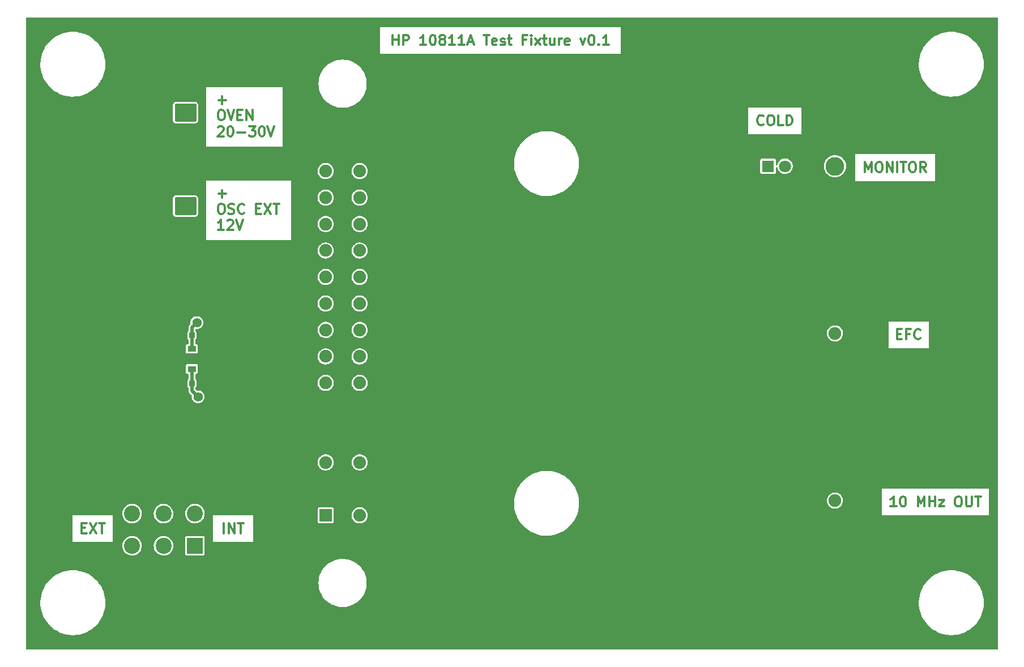
<source format=gbr>
G04 #@! TF.GenerationSoftware,KiCad,Pcbnew,6.0.5*
G04 #@! TF.CreationDate,2023-01-12T08:10:44-08:00*
G04 #@! TF.ProjectId,hp_10811a_test_fixture,68705f31-3038-4313-9161-5f746573745f,rev?*
G04 #@! TF.SameCoordinates,Original*
G04 #@! TF.FileFunction,Copper,L1,Top*
G04 #@! TF.FilePolarity,Positive*
%FSLAX46Y46*%
G04 Gerber Fmt 4.6, Leading zero omitted, Abs format (unit mm)*
G04 Created by KiCad (PCBNEW 6.0.5) date 2023-01-12 08:10:44*
%MOMM*%
%LPD*%
G01*
G04 APERTURE LIST*
G04 Aperture macros list*
%AMRoundRect*
0 Rectangle with rounded corners*
0 $1 Rounding radius*
0 $2 $3 $4 $5 $6 $7 $8 $9 X,Y pos of 4 corners*
0 Add a 4 corners polygon primitive as box body*
4,1,4,$2,$3,$4,$5,$6,$7,$8,$9,$2,$3,0*
0 Add four circle primitives for the rounded corners*
1,1,$1+$1,$2,$3*
1,1,$1+$1,$4,$5*
1,1,$1+$1,$6,$7*
1,1,$1+$1,$8,$9*
0 Add four rect primitives between the rounded corners*
20,1,$1+$1,$2,$3,$4,$5,0*
20,1,$1+$1,$4,$5,$6,$7,0*
20,1,$1+$1,$6,$7,$8,$9,0*
20,1,$1+$1,$8,$9,$2,$3,0*%
%AMFreePoly0*
4,1,9,3.862500,-0.866500,0.737500,-0.866500,0.737500,-0.450000,-0.737500,-0.450000,-0.737500,0.450000,0.737500,0.450000,0.737500,0.866500,3.862500,0.866500,3.862500,-0.866500,3.862500,-0.866500,$1*%
G04 Aperture macros list end*
%ADD10C,0.300000*%
G04 #@! TA.AperFunction,NonConductor*
%ADD11C,0.300000*%
G04 #@! TD*
G04 #@! TA.AperFunction,ComponentPad*
%ADD12C,1.400000*%
G04 #@! TD*
G04 #@! TA.AperFunction,ComponentPad*
%ADD13C,2.800000*%
G04 #@! TD*
G04 #@! TA.AperFunction,ComponentPad*
%ADD14R,1.800000X1.800000*%
G04 #@! TD*
G04 #@! TA.AperFunction,ComponentPad*
%ADD15C,1.800000*%
G04 #@! TD*
G04 #@! TA.AperFunction,ComponentPad*
%ADD16R,2.400000X2.400000*%
G04 #@! TD*
G04 #@! TA.AperFunction,ComponentPad*
%ADD17C,2.400000*%
G04 #@! TD*
G04 #@! TA.AperFunction,SMDPad,CuDef*
%ADD18RoundRect,0.225000X0.225000X0.250000X-0.225000X0.250000X-0.225000X-0.250000X0.225000X-0.250000X0*%
G04 #@! TD*
G04 #@! TA.AperFunction,ComponentPad*
%ADD19RoundRect,0.250001X-1.399999X1.099999X-1.399999X-1.099999X1.399999X-1.099999X1.399999X1.099999X0*%
G04 #@! TD*
G04 #@! TA.AperFunction,ComponentPad*
%ADD20O,3.300000X2.700000*%
G04 #@! TD*
G04 #@! TA.AperFunction,ComponentPad*
%ADD21C,1.900000*%
G04 #@! TD*
G04 #@! TA.AperFunction,ComponentPad*
%ADD22C,2.100000*%
G04 #@! TD*
G04 #@! TA.AperFunction,ComponentPad*
%ADD23R,1.900000X1.900000*%
G04 #@! TD*
G04 #@! TA.AperFunction,SMDPad,CuDef*
%ADD24R,1.300000X0.900000*%
G04 #@! TD*
G04 #@! TA.AperFunction,SMDPad,CuDef*
%ADD25FreePoly0,180.000000*%
G04 #@! TD*
G04 #@! TA.AperFunction,Conductor*
%ADD26C,0.500000*%
G04 #@! TD*
G04 APERTURE END LIST*
D10*
D11*
X111692857Y-55938571D02*
X111692857Y-54438571D01*
X111692857Y-55152857D02*
X112550000Y-55152857D01*
X112550000Y-55938571D02*
X112550000Y-54438571D01*
X113264285Y-55938571D02*
X113264285Y-54438571D01*
X113835714Y-54438571D01*
X113978571Y-54510000D01*
X114050000Y-54581428D01*
X114121428Y-54724285D01*
X114121428Y-54938571D01*
X114050000Y-55081428D01*
X113978571Y-55152857D01*
X113835714Y-55224285D01*
X113264285Y-55224285D01*
X116692857Y-55938571D02*
X115835714Y-55938571D01*
X116264285Y-55938571D02*
X116264285Y-54438571D01*
X116121428Y-54652857D01*
X115978571Y-54795714D01*
X115835714Y-54867142D01*
X117621428Y-54438571D02*
X117764285Y-54438571D01*
X117907142Y-54510000D01*
X117978571Y-54581428D01*
X118050000Y-54724285D01*
X118121428Y-55010000D01*
X118121428Y-55367142D01*
X118050000Y-55652857D01*
X117978571Y-55795714D01*
X117907142Y-55867142D01*
X117764285Y-55938571D01*
X117621428Y-55938571D01*
X117478571Y-55867142D01*
X117407142Y-55795714D01*
X117335714Y-55652857D01*
X117264285Y-55367142D01*
X117264285Y-55010000D01*
X117335714Y-54724285D01*
X117407142Y-54581428D01*
X117478571Y-54510000D01*
X117621428Y-54438571D01*
X118978571Y-55081428D02*
X118835714Y-55010000D01*
X118764285Y-54938571D01*
X118692857Y-54795714D01*
X118692857Y-54724285D01*
X118764285Y-54581428D01*
X118835714Y-54510000D01*
X118978571Y-54438571D01*
X119264285Y-54438571D01*
X119407142Y-54510000D01*
X119478571Y-54581428D01*
X119550000Y-54724285D01*
X119550000Y-54795714D01*
X119478571Y-54938571D01*
X119407142Y-55010000D01*
X119264285Y-55081428D01*
X118978571Y-55081428D01*
X118835714Y-55152857D01*
X118764285Y-55224285D01*
X118692857Y-55367142D01*
X118692857Y-55652857D01*
X118764285Y-55795714D01*
X118835714Y-55867142D01*
X118978571Y-55938571D01*
X119264285Y-55938571D01*
X119407142Y-55867142D01*
X119478571Y-55795714D01*
X119550000Y-55652857D01*
X119550000Y-55367142D01*
X119478571Y-55224285D01*
X119407142Y-55152857D01*
X119264285Y-55081428D01*
X120978571Y-55938571D02*
X120121428Y-55938571D01*
X120550000Y-55938571D02*
X120550000Y-54438571D01*
X120407142Y-54652857D01*
X120264285Y-54795714D01*
X120121428Y-54867142D01*
X122407142Y-55938571D02*
X121550000Y-55938571D01*
X121978571Y-55938571D02*
X121978571Y-54438571D01*
X121835714Y-54652857D01*
X121692857Y-54795714D01*
X121550000Y-54867142D01*
X122978571Y-55510000D02*
X123692857Y-55510000D01*
X122835714Y-55938571D02*
X123335714Y-54438571D01*
X123835714Y-55938571D01*
X125264285Y-54438571D02*
X126121428Y-54438571D01*
X125692857Y-55938571D02*
X125692857Y-54438571D01*
X127192857Y-55867142D02*
X127050000Y-55938571D01*
X126764285Y-55938571D01*
X126621428Y-55867142D01*
X126550000Y-55724285D01*
X126550000Y-55152857D01*
X126621428Y-55010000D01*
X126764285Y-54938571D01*
X127050000Y-54938571D01*
X127192857Y-55010000D01*
X127264285Y-55152857D01*
X127264285Y-55295714D01*
X126550000Y-55438571D01*
X127835714Y-55867142D02*
X127978571Y-55938571D01*
X128264285Y-55938571D01*
X128407142Y-55867142D01*
X128478571Y-55724285D01*
X128478571Y-55652857D01*
X128407142Y-55510000D01*
X128264285Y-55438571D01*
X128050000Y-55438571D01*
X127907142Y-55367142D01*
X127835714Y-55224285D01*
X127835714Y-55152857D01*
X127907142Y-55010000D01*
X128050000Y-54938571D01*
X128264285Y-54938571D01*
X128407142Y-55010000D01*
X128907142Y-54938571D02*
X129478571Y-54938571D01*
X129121428Y-54438571D02*
X129121428Y-55724285D01*
X129192857Y-55867142D01*
X129335714Y-55938571D01*
X129478571Y-55938571D01*
X131621428Y-55152857D02*
X131121428Y-55152857D01*
X131121428Y-55938571D02*
X131121428Y-54438571D01*
X131835714Y-54438571D01*
X132407142Y-55938571D02*
X132407142Y-54938571D01*
X132407142Y-54438571D02*
X132335714Y-54510000D01*
X132407142Y-54581428D01*
X132478571Y-54510000D01*
X132407142Y-54438571D01*
X132407142Y-54581428D01*
X132978571Y-55938571D02*
X133764285Y-54938571D01*
X132978571Y-54938571D02*
X133764285Y-55938571D01*
X134121428Y-54938571D02*
X134692857Y-54938571D01*
X134335714Y-54438571D02*
X134335714Y-55724285D01*
X134407142Y-55867142D01*
X134550000Y-55938571D01*
X134692857Y-55938571D01*
X135835714Y-54938571D02*
X135835714Y-55938571D01*
X135192857Y-54938571D02*
X135192857Y-55724285D01*
X135264285Y-55867142D01*
X135407142Y-55938571D01*
X135621428Y-55938571D01*
X135764285Y-55867142D01*
X135835714Y-55795714D01*
X136550000Y-55938571D02*
X136550000Y-54938571D01*
X136550000Y-55224285D02*
X136621428Y-55081428D01*
X136692857Y-55010000D01*
X136835714Y-54938571D01*
X136978571Y-54938571D01*
X138050000Y-55867142D02*
X137907142Y-55938571D01*
X137621428Y-55938571D01*
X137478571Y-55867142D01*
X137407142Y-55724285D01*
X137407142Y-55152857D01*
X137478571Y-55010000D01*
X137621428Y-54938571D01*
X137907142Y-54938571D01*
X138050000Y-55010000D01*
X138121428Y-55152857D01*
X138121428Y-55295714D01*
X137407142Y-55438571D01*
X139764285Y-54938571D02*
X140121428Y-55938571D01*
X140478571Y-54938571D01*
X141335714Y-54438571D02*
X141478571Y-54438571D01*
X141621428Y-54510000D01*
X141692857Y-54581428D01*
X141764285Y-54724285D01*
X141835714Y-55010000D01*
X141835714Y-55367142D01*
X141764285Y-55652857D01*
X141692857Y-55795714D01*
X141621428Y-55867142D01*
X141478571Y-55938571D01*
X141335714Y-55938571D01*
X141192857Y-55867142D01*
X141121428Y-55795714D01*
X141050000Y-55652857D01*
X140978571Y-55367142D01*
X140978571Y-55010000D01*
X141050000Y-54724285D01*
X141121428Y-54581428D01*
X141192857Y-54510000D01*
X141335714Y-54438571D01*
X142478571Y-55795714D02*
X142550000Y-55867142D01*
X142478571Y-55938571D01*
X142407142Y-55867142D01*
X142478571Y-55795714D01*
X142478571Y-55938571D01*
X143978571Y-55938571D02*
X143121428Y-55938571D01*
X143550000Y-55938571D02*
X143550000Y-54438571D01*
X143407142Y-54652857D01*
X143264285Y-54795714D01*
X143121428Y-54867142D01*
D10*
D11*
X167121428Y-67795714D02*
X167050000Y-67867142D01*
X166835714Y-67938571D01*
X166692857Y-67938571D01*
X166478571Y-67867142D01*
X166335714Y-67724285D01*
X166264285Y-67581428D01*
X166192857Y-67295714D01*
X166192857Y-67081428D01*
X166264285Y-66795714D01*
X166335714Y-66652857D01*
X166478571Y-66510000D01*
X166692857Y-66438571D01*
X166835714Y-66438571D01*
X167050000Y-66510000D01*
X167121428Y-66581428D01*
X168050000Y-66438571D02*
X168335714Y-66438571D01*
X168478571Y-66510000D01*
X168621428Y-66652857D01*
X168692857Y-66938571D01*
X168692857Y-67438571D01*
X168621428Y-67724285D01*
X168478571Y-67867142D01*
X168335714Y-67938571D01*
X168050000Y-67938571D01*
X167907142Y-67867142D01*
X167764285Y-67724285D01*
X167692857Y-67438571D01*
X167692857Y-66938571D01*
X167764285Y-66652857D01*
X167907142Y-66510000D01*
X168050000Y-66438571D01*
X170050000Y-67938571D02*
X169335714Y-67938571D01*
X169335714Y-66438571D01*
X170550000Y-67938571D02*
X170550000Y-66438571D01*
X170907142Y-66438571D01*
X171121428Y-66510000D01*
X171264285Y-66652857D01*
X171335714Y-66795714D01*
X171407142Y-67081428D01*
X171407142Y-67295714D01*
X171335714Y-67581428D01*
X171264285Y-67724285D01*
X171121428Y-67867142D01*
X170907142Y-67938571D01*
X170550000Y-67938571D01*
D10*
D11*
X187085714Y-99152857D02*
X187585714Y-99152857D01*
X187800000Y-99938571D02*
X187085714Y-99938571D01*
X187085714Y-98438571D01*
X187800000Y-98438571D01*
X188942857Y-99152857D02*
X188442857Y-99152857D01*
X188442857Y-99938571D02*
X188442857Y-98438571D01*
X189157142Y-98438571D01*
X190585714Y-99795714D02*
X190514285Y-99867142D01*
X190300000Y-99938571D01*
X190157142Y-99938571D01*
X189942857Y-99867142D01*
X189800000Y-99724285D01*
X189728571Y-99581428D01*
X189657142Y-99295714D01*
X189657142Y-99081428D01*
X189728571Y-98795714D01*
X189800000Y-98652857D01*
X189942857Y-98510000D01*
X190157142Y-98438571D01*
X190300000Y-98438571D01*
X190514285Y-98510000D01*
X190585714Y-98581428D01*
D10*
D11*
X86442857Y-128938571D02*
X86442857Y-127438571D01*
X87157142Y-128938571D02*
X87157142Y-127438571D01*
X88014285Y-128938571D01*
X88014285Y-127438571D01*
X88514285Y-127438571D02*
X89371428Y-127438571D01*
X88942857Y-128938571D02*
X88942857Y-127438571D01*
D10*
D11*
X186978571Y-124938571D02*
X186121428Y-124938571D01*
X186550000Y-124938571D02*
X186550000Y-123438571D01*
X186407142Y-123652857D01*
X186264285Y-123795714D01*
X186121428Y-123867142D01*
X187907142Y-123438571D02*
X188050000Y-123438571D01*
X188192857Y-123510000D01*
X188264285Y-123581428D01*
X188335714Y-123724285D01*
X188407142Y-124010000D01*
X188407142Y-124367142D01*
X188335714Y-124652857D01*
X188264285Y-124795714D01*
X188192857Y-124867142D01*
X188050000Y-124938571D01*
X187907142Y-124938571D01*
X187764285Y-124867142D01*
X187692857Y-124795714D01*
X187621428Y-124652857D01*
X187550000Y-124367142D01*
X187550000Y-124010000D01*
X187621428Y-123724285D01*
X187692857Y-123581428D01*
X187764285Y-123510000D01*
X187907142Y-123438571D01*
X190192857Y-124938571D02*
X190192857Y-123438571D01*
X190692857Y-124510000D01*
X191192857Y-123438571D01*
X191192857Y-124938571D01*
X191907142Y-124938571D02*
X191907142Y-123438571D01*
X191907142Y-124152857D02*
X192764285Y-124152857D01*
X192764285Y-124938571D02*
X192764285Y-123438571D01*
X193335714Y-123938571D02*
X194121428Y-123938571D01*
X193335714Y-124938571D01*
X194121428Y-124938571D01*
X196121428Y-123438571D02*
X196407142Y-123438571D01*
X196550000Y-123510000D01*
X196692857Y-123652857D01*
X196764285Y-123938571D01*
X196764285Y-124438571D01*
X196692857Y-124724285D01*
X196550000Y-124867142D01*
X196407142Y-124938571D01*
X196121428Y-124938571D01*
X195978571Y-124867142D01*
X195835714Y-124724285D01*
X195764285Y-124438571D01*
X195764285Y-123938571D01*
X195835714Y-123652857D01*
X195978571Y-123510000D01*
X196121428Y-123438571D01*
X197407142Y-123438571D02*
X197407142Y-124652857D01*
X197478571Y-124795714D01*
X197550000Y-124867142D01*
X197692857Y-124938571D01*
X197978571Y-124938571D01*
X198121428Y-124867142D01*
X198192857Y-124795714D01*
X198264285Y-124652857D01*
X198264285Y-123438571D01*
X198764285Y-123438571D02*
X199621428Y-123438571D01*
X199192857Y-124938571D02*
X199192857Y-123438571D01*
D10*
D11*
X85632142Y-64182142D02*
X86775000Y-64182142D01*
X86203571Y-64753571D02*
X86203571Y-63610714D01*
X85917857Y-65668571D02*
X86203571Y-65668571D01*
X86346428Y-65740000D01*
X86489285Y-65882857D01*
X86560714Y-66168571D01*
X86560714Y-66668571D01*
X86489285Y-66954285D01*
X86346428Y-67097142D01*
X86203571Y-67168571D01*
X85917857Y-67168571D01*
X85775000Y-67097142D01*
X85632142Y-66954285D01*
X85560714Y-66668571D01*
X85560714Y-66168571D01*
X85632142Y-65882857D01*
X85775000Y-65740000D01*
X85917857Y-65668571D01*
X86989285Y-65668571D02*
X87489285Y-67168571D01*
X87989285Y-65668571D01*
X88489285Y-66382857D02*
X88989285Y-66382857D01*
X89203571Y-67168571D02*
X88489285Y-67168571D01*
X88489285Y-65668571D01*
X89203571Y-65668571D01*
X89846428Y-67168571D02*
X89846428Y-65668571D01*
X90703571Y-67168571D01*
X90703571Y-65668571D01*
X85560714Y-68226428D02*
X85632142Y-68155000D01*
X85775000Y-68083571D01*
X86132142Y-68083571D01*
X86275000Y-68155000D01*
X86346428Y-68226428D01*
X86417857Y-68369285D01*
X86417857Y-68512142D01*
X86346428Y-68726428D01*
X85489285Y-69583571D01*
X86417857Y-69583571D01*
X87346428Y-68083571D02*
X87489285Y-68083571D01*
X87632142Y-68155000D01*
X87703571Y-68226428D01*
X87775000Y-68369285D01*
X87846428Y-68655000D01*
X87846428Y-69012142D01*
X87775000Y-69297857D01*
X87703571Y-69440714D01*
X87632142Y-69512142D01*
X87489285Y-69583571D01*
X87346428Y-69583571D01*
X87203571Y-69512142D01*
X87132142Y-69440714D01*
X87060714Y-69297857D01*
X86989285Y-69012142D01*
X86989285Y-68655000D01*
X87060714Y-68369285D01*
X87132142Y-68226428D01*
X87203571Y-68155000D01*
X87346428Y-68083571D01*
X88489285Y-69012142D02*
X89632142Y-69012142D01*
X90203571Y-68083571D02*
X91132142Y-68083571D01*
X90632142Y-68655000D01*
X90846428Y-68655000D01*
X90989285Y-68726428D01*
X91060714Y-68797857D01*
X91132142Y-68940714D01*
X91132142Y-69297857D01*
X91060714Y-69440714D01*
X90989285Y-69512142D01*
X90846428Y-69583571D01*
X90417857Y-69583571D01*
X90275000Y-69512142D01*
X90203571Y-69440714D01*
X92060714Y-68083571D02*
X92203571Y-68083571D01*
X92346428Y-68155000D01*
X92417857Y-68226428D01*
X92489285Y-68369285D01*
X92560714Y-68655000D01*
X92560714Y-69012142D01*
X92489285Y-69297857D01*
X92417857Y-69440714D01*
X92346428Y-69512142D01*
X92203571Y-69583571D01*
X92060714Y-69583571D01*
X91917857Y-69512142D01*
X91846428Y-69440714D01*
X91775000Y-69297857D01*
X91703571Y-69012142D01*
X91703571Y-68655000D01*
X91775000Y-68369285D01*
X91846428Y-68226428D01*
X91917857Y-68155000D01*
X92060714Y-68083571D01*
X92989285Y-68083571D02*
X93489285Y-69583571D01*
X93989285Y-68083571D01*
D10*
D11*
X65192857Y-128152857D02*
X65692857Y-128152857D01*
X65907142Y-128938571D02*
X65192857Y-128938571D01*
X65192857Y-127438571D01*
X65907142Y-127438571D01*
X66407142Y-127438571D02*
X67407142Y-128938571D01*
X67407142Y-127438571D02*
X66407142Y-128938571D01*
X67764285Y-127438571D02*
X68621428Y-127438571D01*
X68192857Y-128938571D02*
X68192857Y-127438571D01*
D10*
D11*
X182264285Y-74938571D02*
X182264285Y-73438571D01*
X182764285Y-74510000D01*
X183264285Y-73438571D01*
X183264285Y-74938571D01*
X184264285Y-73438571D02*
X184550000Y-73438571D01*
X184692857Y-73510000D01*
X184835714Y-73652857D01*
X184907142Y-73938571D01*
X184907142Y-74438571D01*
X184835714Y-74724285D01*
X184692857Y-74867142D01*
X184550000Y-74938571D01*
X184264285Y-74938571D01*
X184121428Y-74867142D01*
X183978571Y-74724285D01*
X183907142Y-74438571D01*
X183907142Y-73938571D01*
X183978571Y-73652857D01*
X184121428Y-73510000D01*
X184264285Y-73438571D01*
X185550000Y-74938571D02*
X185550000Y-73438571D01*
X186407142Y-74938571D01*
X186407142Y-73438571D01*
X187121428Y-74938571D02*
X187121428Y-73438571D01*
X187621428Y-73438571D02*
X188478571Y-73438571D01*
X188050000Y-74938571D02*
X188050000Y-73438571D01*
X189264285Y-73438571D02*
X189550000Y-73438571D01*
X189692857Y-73510000D01*
X189835714Y-73652857D01*
X189907142Y-73938571D01*
X189907142Y-74438571D01*
X189835714Y-74724285D01*
X189692857Y-74867142D01*
X189550000Y-74938571D01*
X189264285Y-74938571D01*
X189121428Y-74867142D01*
X188978571Y-74724285D01*
X188907142Y-74438571D01*
X188907142Y-73938571D01*
X188978571Y-73652857D01*
X189121428Y-73510000D01*
X189264285Y-73438571D01*
X191407142Y-74938571D02*
X190907142Y-74224285D01*
X190550000Y-74938571D02*
X190550000Y-73438571D01*
X191121428Y-73438571D01*
X191264285Y-73510000D01*
X191335714Y-73581428D01*
X191407142Y-73724285D01*
X191407142Y-73938571D01*
X191335714Y-74081428D01*
X191264285Y-74152857D01*
X191121428Y-74224285D01*
X190550000Y-74224285D01*
D10*
D11*
X85632142Y-78192142D02*
X86775000Y-78192142D01*
X86203571Y-78763571D02*
X86203571Y-77620714D01*
X85917857Y-79678571D02*
X86203571Y-79678571D01*
X86346428Y-79750000D01*
X86489285Y-79892857D01*
X86560714Y-80178571D01*
X86560714Y-80678571D01*
X86489285Y-80964285D01*
X86346428Y-81107142D01*
X86203571Y-81178571D01*
X85917857Y-81178571D01*
X85775000Y-81107142D01*
X85632142Y-80964285D01*
X85560714Y-80678571D01*
X85560714Y-80178571D01*
X85632142Y-79892857D01*
X85775000Y-79750000D01*
X85917857Y-79678571D01*
X87132142Y-81107142D02*
X87346428Y-81178571D01*
X87703571Y-81178571D01*
X87846428Y-81107142D01*
X87917857Y-81035714D01*
X87989285Y-80892857D01*
X87989285Y-80750000D01*
X87917857Y-80607142D01*
X87846428Y-80535714D01*
X87703571Y-80464285D01*
X87417857Y-80392857D01*
X87275000Y-80321428D01*
X87203571Y-80250000D01*
X87132142Y-80107142D01*
X87132142Y-79964285D01*
X87203571Y-79821428D01*
X87275000Y-79750000D01*
X87417857Y-79678571D01*
X87775000Y-79678571D01*
X87989285Y-79750000D01*
X89489285Y-81035714D02*
X89417857Y-81107142D01*
X89203571Y-81178571D01*
X89060714Y-81178571D01*
X88846428Y-81107142D01*
X88703571Y-80964285D01*
X88632142Y-80821428D01*
X88560714Y-80535714D01*
X88560714Y-80321428D01*
X88632142Y-80035714D01*
X88703571Y-79892857D01*
X88846428Y-79750000D01*
X89060714Y-79678571D01*
X89203571Y-79678571D01*
X89417857Y-79750000D01*
X89489285Y-79821428D01*
X91275000Y-80392857D02*
X91775000Y-80392857D01*
X91989285Y-81178571D02*
X91275000Y-81178571D01*
X91275000Y-79678571D01*
X91989285Y-79678571D01*
X92489285Y-79678571D02*
X93489285Y-81178571D01*
X93489285Y-79678571D02*
X92489285Y-81178571D01*
X93846428Y-79678571D02*
X94703571Y-79678571D01*
X94275000Y-81178571D02*
X94275000Y-79678571D01*
X86417857Y-83593571D02*
X85560714Y-83593571D01*
X85989285Y-83593571D02*
X85989285Y-82093571D01*
X85846428Y-82307857D01*
X85703571Y-82450714D01*
X85560714Y-82522142D01*
X86989285Y-82236428D02*
X87060714Y-82165000D01*
X87203571Y-82093571D01*
X87560714Y-82093571D01*
X87703571Y-82165000D01*
X87775000Y-82236428D01*
X87846428Y-82379285D01*
X87846428Y-82522142D01*
X87775000Y-82736428D01*
X86917857Y-83593571D01*
X87846428Y-83593571D01*
X88275000Y-82093571D02*
X88775000Y-83593571D01*
X89275000Y-82093571D01*
D12*
G04 #@! TO.P,REF\u002A\u002A,1*
G04 #@! TO.N,GND*
X96930000Y-73320000D03*
G04 #@! TD*
D13*
G04 #@! TO.P,TP1,1,1*
G04 #@! TO.N,/MONITOR*
X177800000Y-74060000D03*
G04 #@! TD*
D12*
G04 #@! TO.P,REF\u002A\u002A,1*
G04 #@! TO.N,Net-(C2-Pad1)*
X82600000Y-108550000D03*
G04 #@! TD*
G04 #@! TO.P,REF\u002A\u002A,1*
G04 #@! TO.N,GND*
X171390000Y-105390000D03*
X171390000Y-105390000D03*
G04 #@! TD*
D14*
G04 #@! TO.P,D1,1,K*
G04 #@! TO.N,Net-(D1-Pad1)*
X167800000Y-74060000D03*
D15*
G04 #@! TO.P,D1,2,A*
G04 #@! TO.N,Net-(D1-Pad2)*
X170340000Y-74060000D03*
G04 #@! TD*
D12*
G04 #@! TO.P,REF\u002A\u002A,1*
G04 #@! TO.N,GND*
X171240000Y-130820000D03*
X171240000Y-130820000D03*
G04 #@! TD*
D16*
G04 #@! TO.P,SW1,1,A*
G04 #@! TO.N,/OVEN*
X82127500Y-130810000D03*
D17*
G04 #@! TO.P,SW1,2,B*
G04 #@! TO.N,Net-(C1-Pad1)*
X77427500Y-130810000D03*
G04 #@! TO.P,SW1,3,C*
G04 #@! TO.N,unconnected-(SW1-Pad3)*
X72727500Y-130810000D03*
G04 #@! TO.P,SW1,4,A*
G04 #@! TO.N,Net-(C2-Pad1)*
X82127500Y-126010000D03*
G04 #@! TO.P,SW1,5,B*
G04 #@! TO.N,/OSC*
X77427500Y-126010000D03*
G04 #@! TO.P,SW1,6,C*
G04 #@! TO.N,/OSC EXT*
X72727500Y-126010000D03*
G04 #@! TD*
D12*
G04 #@! TO.P,REF\u002A\u002A,1*
G04 #@! TO.N,GND*
X170860000Y-92270000D03*
X170860000Y-92270000D03*
G04 #@! TD*
D18*
G04 #@! TO.P,C1,1*
G04 #@! TO.N,Net-(C1-Pad1)*
X81675000Y-99360000D03*
G04 #@! TO.P,C1,2*
G04 #@! TO.N,GND*
X80125000Y-99360000D03*
G04 #@! TD*
D19*
G04 #@! TO.P,J4,1,Pin_1*
G04 #@! TO.N,/OVEN*
X80720000Y-66040000D03*
D20*
G04 #@! TO.P,J4,2,Pin_2*
G04 #@! TO.N,GND*
X75220000Y-66040000D03*
G04 #@! TD*
D12*
G04 #@! TO.P,REF\u002A\u002A,1*
G04 #@! TO.N,GND*
X171196000Y-117097612D03*
X171196000Y-117097612D03*
G04 #@! TD*
G04 #@! TO.P,REF\u002A\u002A,1*
G04 #@! TO.N,GND*
X131260000Y-94980000D03*
G04 #@! TD*
G04 #@! TO.P,REF\u002A\u002A,1*
G04 #@! TO.N,GND*
X96710000Y-124360000D03*
G04 #@! TD*
D21*
G04 #@! TO.P,J2,1,In*
G04 #@! TO.N,/EFC*
X177800000Y-99060000D03*
D22*
G04 #@! TO.P,J2,2,Ext*
G04 #@! TO.N,GND*
X174625000Y-102235000D03*
X180975000Y-102235000D03*
X180975000Y-95885000D03*
X174625000Y-95885000D03*
G04 #@! TD*
D18*
G04 #@! TO.P,C2,1*
G04 #@! TO.N,Net-(C2-Pad1)*
X81675000Y-106560000D03*
G04 #@! TO.P,C2,2*
G04 #@! TO.N,GND*
X80125000Y-106560000D03*
G04 #@! TD*
D12*
G04 #@! TO.P,REF\u002A\u002A,1*
G04 #@! TO.N,GND*
X75250000Y-72850000D03*
G04 #@! TD*
G04 #@! TO.P,REF\u002A\u002A,1*
G04 #@! TO.N,GND*
X184620000Y-130620000D03*
X184620000Y-130620000D03*
G04 #@! TD*
D21*
G04 #@! TO.P,J3,1,In*
G04 #@! TO.N,/10 MHz OUT*
X177800000Y-124060000D03*
D22*
G04 #@! TO.P,J3,2,Ext*
G04 #@! TO.N,GND*
X180975000Y-120885000D03*
X180975000Y-127235000D03*
X174625000Y-127235000D03*
X174625000Y-120885000D03*
G04 #@! TD*
D12*
G04 #@! TO.P,REF\u002A\u002A,1*
G04 #@! TO.N,GND*
X184620000Y-92340000D03*
X184620000Y-92340000D03*
G04 #@! TD*
G04 #@! TO.P,REF\u002A\u002A,1*
G04 #@! TO.N,GND*
X184360000Y-117240000D03*
X184360000Y-117240000D03*
G04 #@! TD*
G04 #@! TO.P,REF\u002A\u002A,1*
G04 #@! TO.N,GND*
X184620000Y-105350000D03*
X184620000Y-105350000D03*
G04 #@! TD*
G04 #@! TO.P,REF\u002A\u002A,1*
G04 #@! TO.N,GND*
X97380000Y-112380000D03*
G04 #@! TD*
D19*
G04 #@! TO.P,J5,1,Pin_1*
G04 #@! TO.N,/OSC EXT*
X80720000Y-80010000D03*
D20*
G04 #@! TO.P,J5,2,Pin_2*
G04 #@! TO.N,GND*
X75220000Y-80010000D03*
G04 #@! TD*
D12*
G04 #@! TO.P,REF\u002A\u002A,1*
G04 #@! TO.N,Net-(C1-Pad1)*
X82410000Y-97450000D03*
G04 #@! TD*
D23*
G04 #@! TO.P,J1,1,Pin_1*
G04 #@! TO.N,/10 MHz OUT*
X101660000Y-126260000D03*
D21*
G04 #@! TO.P,J1,2,Pin_2*
G04 #@! TO.N,GND*
X101660000Y-122300000D03*
G04 #@! TO.P,J1,3,Pin_3*
G04 #@! TO.N,/OSC*
X101660000Y-118340000D03*
G04 #@! TO.P,J1,4,Pin_4*
G04 #@! TO.N,GND*
X101660000Y-114380000D03*
G04 #@! TO.P,J1,5,Pin_5*
X101660000Y-110420000D03*
G04 #@! TO.P,J1,6,Pin_6*
G04 #@! TO.N,/EFC*
X101660000Y-106460000D03*
G04 #@! TO.P,J1,7,Pin_7*
G04 #@! TO.N,unconnected-(J1-Pad7)*
X101660000Y-102500000D03*
G04 #@! TO.P,J1,8,Pin_8*
G04 #@! TO.N,unconnected-(J1-Pad8)*
X101660000Y-98540000D03*
G04 #@! TO.P,J1,9,Pin_9*
G04 #@! TO.N,unconnected-(J1-Pad9)*
X101660000Y-94580000D03*
G04 #@! TO.P,J1,10,Pin_10*
G04 #@! TO.N,unconnected-(J1-Pad10)*
X101660000Y-90620000D03*
G04 #@! TO.P,J1,11,Pin_11*
G04 #@! TO.N,/MONITOR*
X101660000Y-86660000D03*
G04 #@! TO.P,J1,12,Pin_12*
G04 #@! TO.N,unconnected-(J1-Pad12)*
X101660000Y-82700000D03*
G04 #@! TO.P,J1,13,Pin_13*
G04 #@! TO.N,unconnected-(J1-Pad13)*
X101660000Y-78740000D03*
G04 #@! TO.P,J1,14,Pin_14*
G04 #@! TO.N,/OVEN*
X101660000Y-74780000D03*
G04 #@! TO.P,J1,15,Pin_15*
G04 #@! TO.N,GND*
X101660000Y-70820000D03*
G04 #@! TO.P,J1,16,Pin_16*
X106740000Y-70820000D03*
G04 #@! TO.P,J1,17,Pin_17*
G04 #@! TO.N,/OVEN*
X106740000Y-74780000D03*
G04 #@! TO.P,J1,18,Pin_18*
G04 #@! TO.N,unconnected-(J1-Pad18)*
X106740000Y-78740000D03*
G04 #@! TO.P,J1,19,Pin_19*
G04 #@! TO.N,unconnected-(J1-Pad19)*
X106740000Y-82700000D03*
G04 #@! TO.P,J1,20,Pin_20*
G04 #@! TO.N,/MONITOR*
X106740000Y-86660000D03*
G04 #@! TO.P,J1,21,Pin_21*
G04 #@! TO.N,unconnected-(J1-Pad21)*
X106740000Y-90620000D03*
G04 #@! TO.P,J1,22,Pin_22*
G04 #@! TO.N,unconnected-(J1-Pad22)*
X106740000Y-94580000D03*
G04 #@! TO.P,J1,23,Pin_23*
G04 #@! TO.N,unconnected-(J1-Pad23)*
X106740000Y-98540000D03*
G04 #@! TO.P,J1,24,Pin_24*
G04 #@! TO.N,unconnected-(J1-Pad24)*
X106740000Y-102500000D03*
G04 #@! TO.P,J1,25,Pin_25*
G04 #@! TO.N,/EFC*
X106740000Y-106460000D03*
G04 #@! TO.P,J1,26,Pin_26*
G04 #@! TO.N,GND*
X106740000Y-110420000D03*
G04 #@! TO.P,J1,27,Pin_27*
X106740000Y-114380000D03*
G04 #@! TO.P,J1,28,Pin_28*
G04 #@! TO.N,/OSC*
X106740000Y-118340000D03*
G04 #@! TO.P,J1,29,Pin_29*
G04 #@! TO.N,GND*
X106740000Y-122300000D03*
G04 #@! TO.P,J1,30,Pin_30*
G04 #@! TO.N,/10 MHz OUT*
X106740000Y-126260000D03*
G04 #@! TD*
D24*
G04 #@! TO.P,U1,1,OUT*
G04 #@! TO.N,Net-(C2-Pad1)*
X81660000Y-104370000D03*
D25*
G04 #@! TO.P,U1,2,GND*
G04 #@! TO.N,GND*
X81572500Y-102870000D03*
D24*
G04 #@! TO.P,U1,3,IN*
G04 #@! TO.N,Net-(C1-Pad1)*
X81660000Y-101370000D03*
G04 #@! TD*
D26*
G04 #@! TO.N,Net-(C1-Pad1)*
X81675000Y-98185000D02*
X82410000Y-97450000D01*
X81675000Y-99360000D02*
X81675000Y-101355000D01*
X81675000Y-99360000D02*
X81675000Y-98185000D01*
X81675000Y-101355000D02*
X81660000Y-101370000D01*
G04 #@! TO.N,GND*
X80560978Y-102870000D02*
X81572500Y-102870000D01*
X80125000Y-106560000D02*
X80125000Y-103305978D01*
X80125000Y-103305978D02*
X80560978Y-102870000D01*
X80125000Y-102434022D02*
X80560978Y-102870000D01*
X80125000Y-99360000D02*
X80125000Y-102434022D01*
G04 #@! TO.N,Net-(C2-Pad1)*
X81675000Y-106560000D02*
X81675000Y-104385000D01*
X81675000Y-106560000D02*
X81675000Y-107625000D01*
X81675000Y-107625000D02*
X82600000Y-108550000D01*
X81675000Y-104385000D02*
X81660000Y-104370000D01*
G04 #@! TD*
G04 #@! TA.AperFunction,Conductor*
G04 #@! TO.N,GND*
G36*
X93660000Y-116520000D02*
G01*
X66990000Y-116520000D01*
X66990000Y-103894933D01*
X80755500Y-103894933D01*
X80755501Y-104845066D01*
X80770266Y-104919301D01*
X80826516Y-105003484D01*
X80910699Y-105059734D01*
X80984933Y-105074500D01*
X81044500Y-105074500D01*
X81112621Y-105094502D01*
X81159114Y-105148158D01*
X81170500Y-105200500D01*
X81170500Y-105857180D01*
X81150498Y-105925301D01*
X81120065Y-105958006D01*
X81107456Y-105967456D01*
X81066270Y-106022410D01*
X81030465Y-106070183D01*
X81030463Y-106070186D01*
X81025083Y-106077365D01*
X80976870Y-106205976D01*
X80970500Y-106264611D01*
X80970501Y-106855388D01*
X80976870Y-106914024D01*
X81025083Y-107042635D01*
X81030463Y-107049814D01*
X81030465Y-107049817D01*
X81066269Y-107097589D01*
X81107456Y-107152544D01*
X81114640Y-107157928D01*
X81120065Y-107161994D01*
X81162580Y-107218854D01*
X81170500Y-107262820D01*
X81170500Y-107554376D01*
X81169159Y-107566381D01*
X81169655Y-107566421D01*
X81168935Y-107575368D01*
X81166954Y-107584124D01*
X81167510Y-107593084D01*
X81170258Y-107637382D01*
X81170500Y-107645184D01*
X81170500Y-107661226D01*
X81171135Y-107665657D01*
X81171135Y-107665662D01*
X81171965Y-107671453D01*
X81172996Y-107681514D01*
X81175902Y-107728359D01*
X81178949Y-107736799D01*
X81179630Y-107740089D01*
X81183582Y-107755938D01*
X81184527Y-107759168D01*
X81185799Y-107768052D01*
X81189514Y-107776223D01*
X81205218Y-107810763D01*
X81209030Y-107820128D01*
X81221922Y-107855837D01*
X81221924Y-107855840D01*
X81224972Y-107864284D01*
X81230268Y-107871533D01*
X81231840Y-107874490D01*
X81240093Y-107888614D01*
X81241898Y-107891437D01*
X81245612Y-107899605D01*
X81251469Y-107906402D01*
X81251470Y-107906404D01*
X81276243Y-107935153D01*
X81282525Y-107943064D01*
X81290473Y-107953944D01*
X81301334Y-107964805D01*
X81307692Y-107971652D01*
X81334084Y-108002282D01*
X81334087Y-108002284D01*
X81339944Y-108009082D01*
X81347477Y-108013965D01*
X81354051Y-108019699D01*
X81365455Y-108028926D01*
X81621511Y-108284982D01*
X81655537Y-108347294D01*
X81657631Y-108388121D01*
X81640975Y-108536609D01*
X81656639Y-108723139D01*
X81708235Y-108903075D01*
X81793797Y-109069562D01*
X81797620Y-109074386D01*
X81797623Y-109074390D01*
X81820194Y-109102867D01*
X81910068Y-109216259D01*
X82052618Y-109337579D01*
X82057996Y-109340585D01*
X82057998Y-109340586D01*
X82092396Y-109359810D01*
X82216018Y-109428900D01*
X82394043Y-109486744D01*
X82579914Y-109508908D01*
X82586049Y-109508436D01*
X82586051Y-109508436D01*
X82760408Y-109495020D01*
X82760413Y-109495019D01*
X82766549Y-109494547D01*
X82772479Y-109492891D01*
X82772481Y-109492891D01*
X82940913Y-109445864D01*
X82940912Y-109445864D01*
X82946841Y-109444209D01*
X82977148Y-109428900D01*
X83025774Y-109404337D01*
X83113921Y-109359810D01*
X83142376Y-109337579D01*
X83256571Y-109248360D01*
X83256572Y-109248360D01*
X83261427Y-109244566D01*
X83383738Y-109102867D01*
X83476198Y-108940108D01*
X83535283Y-108762491D01*
X83558744Y-108576780D01*
X83559118Y-108550000D01*
X83540852Y-108363706D01*
X83486749Y-108184509D01*
X83483855Y-108179066D01*
X83401764Y-108024674D01*
X83401762Y-108024671D01*
X83398870Y-108019232D01*
X83394980Y-108014462D01*
X83394977Y-108014458D01*
X83284457Y-107878948D01*
X83284454Y-107878945D01*
X83280562Y-107874173D01*
X83268609Y-107864284D01*
X83141081Y-107758784D01*
X83136332Y-107754855D01*
X82971673Y-107665824D01*
X82820404Y-107618999D01*
X82798744Y-107612294D01*
X82798741Y-107612293D01*
X82792857Y-107610472D01*
X82786732Y-107609828D01*
X82786731Y-107609828D01*
X82612824Y-107591549D01*
X82612823Y-107591549D01*
X82606696Y-107590905D01*
X82434203Y-107606604D01*
X82364551Y-107592859D01*
X82333689Y-107570218D01*
X82216405Y-107452934D01*
X82182379Y-107390622D01*
X82179500Y-107363839D01*
X82179500Y-107262820D01*
X82199502Y-107194699D01*
X82229935Y-107161994D01*
X82235360Y-107157928D01*
X82242544Y-107152544D01*
X82283731Y-107097589D01*
X82319535Y-107049817D01*
X82319537Y-107049814D01*
X82324917Y-107042635D01*
X82373130Y-106914024D01*
X82379500Y-106855389D01*
X82379499Y-106264612D01*
X82373130Y-106205976D01*
X82324917Y-106077365D01*
X82319537Y-106070186D01*
X82319535Y-106070183D01*
X82283730Y-106022410D01*
X82242544Y-105967456D01*
X82229935Y-105958006D01*
X82187420Y-105901146D01*
X82179500Y-105857180D01*
X82179500Y-105200499D01*
X82199502Y-105132378D01*
X82253158Y-105085885D01*
X82305500Y-105074499D01*
X82335066Y-105074499D01*
X82370818Y-105067388D01*
X82397126Y-105062156D01*
X82397128Y-105062155D01*
X82409301Y-105059734D01*
X82419621Y-105052839D01*
X82419622Y-105052838D01*
X82483168Y-105010377D01*
X82493484Y-105003484D01*
X82549734Y-104919301D01*
X82564500Y-104845067D01*
X82564499Y-103894934D01*
X82549734Y-103820699D01*
X82493484Y-103736516D01*
X82409301Y-103680266D01*
X82335067Y-103665500D01*
X81660110Y-103665500D01*
X80984934Y-103665501D01*
X80949182Y-103672612D01*
X80922874Y-103677844D01*
X80922872Y-103677845D01*
X80910699Y-103680266D01*
X80900379Y-103687161D01*
X80900378Y-103687162D01*
X80839985Y-103727516D01*
X80826516Y-103736516D01*
X80770266Y-103820699D01*
X80755500Y-103894933D01*
X66990000Y-103894933D01*
X66990000Y-100894933D01*
X80755500Y-100894933D01*
X80755501Y-101845066D01*
X80770266Y-101919301D01*
X80826516Y-102003484D01*
X80910699Y-102059734D01*
X80984933Y-102074500D01*
X81659890Y-102074500D01*
X82335066Y-102074499D01*
X82370818Y-102067388D01*
X82397126Y-102062156D01*
X82397128Y-102062155D01*
X82409301Y-102059734D01*
X82419621Y-102052839D01*
X82419622Y-102052838D01*
X82483168Y-102010377D01*
X82493484Y-102003484D01*
X82549734Y-101919301D01*
X82564500Y-101845067D01*
X82564499Y-100894934D01*
X82549734Y-100820699D01*
X82493484Y-100736516D01*
X82409301Y-100680266D01*
X82335067Y-100665500D01*
X82305500Y-100665500D01*
X82237379Y-100645498D01*
X82190886Y-100591842D01*
X82179500Y-100539500D01*
X82179500Y-100062820D01*
X82199502Y-99994699D01*
X82229935Y-99961994D01*
X82235360Y-99957928D01*
X82242544Y-99952544D01*
X82283730Y-99897590D01*
X82319535Y-99849817D01*
X82319537Y-99849814D01*
X82324917Y-99842635D01*
X82373130Y-99714024D01*
X82379500Y-99655389D01*
X82379499Y-99064612D01*
X82373130Y-99005976D01*
X82324917Y-98877365D01*
X82319537Y-98870186D01*
X82319535Y-98870183D01*
X82283731Y-98822411D01*
X82242544Y-98767456D01*
X82229935Y-98758006D01*
X82187420Y-98701146D01*
X82179500Y-98657180D01*
X82179500Y-98525735D01*
X82199502Y-98457614D01*
X82253158Y-98411121D01*
X82320418Y-98400621D01*
X82389914Y-98408908D01*
X82396049Y-98408436D01*
X82396051Y-98408436D01*
X82570408Y-98395020D01*
X82570413Y-98395019D01*
X82576549Y-98394547D01*
X82582479Y-98392891D01*
X82582481Y-98392891D01*
X82750913Y-98345864D01*
X82750912Y-98345864D01*
X82756841Y-98344209D01*
X82923921Y-98259810D01*
X83071427Y-98144566D01*
X83193738Y-98002867D01*
X83286198Y-97840108D01*
X83345283Y-97662491D01*
X83368744Y-97476780D01*
X83369118Y-97450000D01*
X83350852Y-97263706D01*
X83296749Y-97084509D01*
X83208870Y-96919232D01*
X83204980Y-96914462D01*
X83204977Y-96914458D01*
X83094457Y-96778948D01*
X83094454Y-96778945D01*
X83090562Y-96774173D01*
X82946332Y-96654855D01*
X82781673Y-96565824D01*
X82692265Y-96538148D01*
X82608744Y-96512294D01*
X82608741Y-96512293D01*
X82602857Y-96510472D01*
X82596732Y-96509828D01*
X82596731Y-96509828D01*
X82422824Y-96491549D01*
X82422823Y-96491549D01*
X82416696Y-96490905D01*
X82340143Y-96497872D01*
X82236418Y-96507312D01*
X82236415Y-96507313D01*
X82230279Y-96507871D01*
X82224373Y-96509609D01*
X82224369Y-96509610D01*
X82089075Y-96549429D01*
X82050708Y-96560721D01*
X81884822Y-96647444D01*
X81880022Y-96651304D01*
X81880021Y-96651304D01*
X81870718Y-96658784D01*
X81738940Y-96764736D01*
X81618619Y-96908130D01*
X81615655Y-96913522D01*
X81615652Y-96913526D01*
X81541455Y-97048491D01*
X81528441Y-97072163D01*
X81526580Y-97078030D01*
X81526579Y-97078032D01*
X81522653Y-97090409D01*
X81471841Y-97250588D01*
X81450975Y-97436609D01*
X81451491Y-97442752D01*
X81466141Y-97617212D01*
X81451910Y-97686768D01*
X81429678Y-97716851D01*
X81368206Y-97778323D01*
X81358766Y-97785865D01*
X81359089Y-97786245D01*
X81352253Y-97792063D01*
X81344661Y-97796853D01*
X81338719Y-97803581D01*
X81309329Y-97836859D01*
X81303983Y-97842546D01*
X81292649Y-97853880D01*
X81289964Y-97857463D01*
X81289962Y-97857465D01*
X81286447Y-97862155D01*
X81280062Y-97869998D01*
X81248999Y-97905170D01*
X81245186Y-97913292D01*
X81243346Y-97916093D01*
X81234937Y-97930088D01*
X81233315Y-97933051D01*
X81227930Y-97940236D01*
X81224777Y-97948646D01*
X81224776Y-97948648D01*
X81211454Y-97984182D01*
X81207530Y-97993495D01*
X81187583Y-98035982D01*
X81186201Y-98044856D01*
X81185215Y-98048083D01*
X81181075Y-98063866D01*
X81180354Y-98067144D01*
X81177202Y-98075552D01*
X81176537Y-98084503D01*
X81173724Y-98122357D01*
X81172570Y-98132404D01*
X81170500Y-98145697D01*
X81170500Y-98161062D01*
X81170154Y-98170399D01*
X81166493Y-98219667D01*
X81168366Y-98228442D01*
X81168959Y-98237138D01*
X81170500Y-98251738D01*
X81170500Y-98657180D01*
X81150498Y-98725301D01*
X81120065Y-98758006D01*
X81107456Y-98767456D01*
X81066270Y-98822410D01*
X81030465Y-98870183D01*
X81030463Y-98870186D01*
X81025083Y-98877365D01*
X80976870Y-99005976D01*
X80970500Y-99064611D01*
X80970501Y-99655388D01*
X80976870Y-99714024D01*
X81025083Y-99842635D01*
X81030463Y-99849814D01*
X81030465Y-99849817D01*
X81066270Y-99897590D01*
X81107456Y-99952544D01*
X81114640Y-99957928D01*
X81120065Y-99961994D01*
X81162580Y-100018854D01*
X81170500Y-100062820D01*
X81170500Y-100539501D01*
X81150498Y-100607622D01*
X81096842Y-100654115D01*
X81044500Y-100665501D01*
X80984934Y-100665501D01*
X80949182Y-100672612D01*
X80922874Y-100677844D01*
X80922872Y-100677845D01*
X80910699Y-100680266D01*
X80900379Y-100687161D01*
X80900378Y-100687162D01*
X80839985Y-100727516D01*
X80826516Y-100736516D01*
X80770266Y-100820699D01*
X80755500Y-100894933D01*
X66990000Y-100894933D01*
X66990000Y-89850000D01*
X93660000Y-89850000D01*
X93660000Y-116520000D01*
G37*
G04 #@! TD.AperFunction*
G04 #@! TD*
G04 #@! TA.AperFunction,Conductor*
G04 #@! TO.N,GND*
G36*
X202141621Y-51820502D02*
G01*
X202188114Y-51874158D01*
X202199500Y-51926500D01*
X202199500Y-146193500D01*
X202179498Y-146261621D01*
X202125842Y-146308114D01*
X202073500Y-146319500D01*
X57006500Y-146319500D01*
X56938379Y-146299498D01*
X56891886Y-146245842D01*
X56880500Y-146193500D01*
X56880500Y-139184426D01*
X59026361Y-139184426D01*
X59034049Y-139624881D01*
X59081625Y-140062828D01*
X59168698Y-140494660D01*
X59169511Y-140497388D01*
X59169514Y-140497399D01*
X59245727Y-140753050D01*
X59294550Y-140916823D01*
X59295614Y-140919484D01*
X59295615Y-140919486D01*
X59457082Y-141323182D01*
X59458146Y-141325842D01*
X59658140Y-141718351D01*
X59892884Y-142091118D01*
X60160447Y-142441076D01*
X60458626Y-142765343D01*
X60784967Y-143061252D01*
X61136785Y-143326365D01*
X61511182Y-143558501D01*
X61905077Y-143755749D01*
X61907733Y-143756790D01*
X61907740Y-143756793D01*
X62312575Y-143915446D01*
X62315229Y-143916486D01*
X62317956Y-143917278D01*
X62317967Y-143917282D01*
X62735516Y-144038591D01*
X62735520Y-144038592D01*
X62738260Y-144039388D01*
X63170689Y-144123443D01*
X63381553Y-144144862D01*
X63606669Y-144167729D01*
X63606680Y-144167730D01*
X63608957Y-144167961D01*
X63699854Y-144170500D01*
X63990816Y-144170500D01*
X63992216Y-144170436D01*
X63992235Y-144170436D01*
X64150106Y-144163267D01*
X64320069Y-144155549D01*
X64322891Y-144155162D01*
X64322896Y-144155162D01*
X64558426Y-144122898D01*
X64756516Y-144095763D01*
X64759285Y-144095124D01*
X64759289Y-144095123D01*
X65182960Y-143997311D01*
X65182962Y-143997310D01*
X65185749Y-143996667D01*
X65188473Y-143995771D01*
X65188478Y-143995770D01*
X65601511Y-143859971D01*
X65601512Y-143859971D01*
X65604233Y-143859076D01*
X65606847Y-143857945D01*
X65606857Y-143857941D01*
X65845972Y-143754466D01*
X66008525Y-143684123D01*
X66395297Y-143473249D01*
X66612451Y-143327877D01*
X66758987Y-143229780D01*
X66758998Y-143229772D01*
X66761364Y-143228188D01*
X67103715Y-142950958D01*
X67294587Y-142765343D01*
X67417484Y-142645830D01*
X67417488Y-142645826D01*
X67419530Y-142643840D01*
X67421380Y-142641682D01*
X67421389Y-142641672D01*
X67595275Y-142438795D01*
X67706211Y-142309364D01*
X67961398Y-141950282D01*
X67962831Y-141947820D01*
X68181561Y-141572005D01*
X68181565Y-141571998D01*
X68182990Y-141569549D01*
X68295445Y-141328389D01*
X68367953Y-141172895D01*
X68367957Y-141172885D01*
X68369163Y-141170299D01*
X68370134Y-141167602D01*
X68517417Y-140758510D01*
X68517420Y-140758501D01*
X68518385Y-140755820D01*
X68629427Y-140329522D01*
X68701376Y-139894914D01*
X68733639Y-139455574D01*
X68726723Y-139059365D01*
X68726001Y-139017970D01*
X68726001Y-139017965D01*
X68725951Y-139015119D01*
X68701489Y-138789936D01*
X68678685Y-138580026D01*
X68678375Y-138577172D01*
X68591302Y-138145340D01*
X68590489Y-138142612D01*
X68590486Y-138142601D01*
X68466267Y-137725918D01*
X68465450Y-137723177D01*
X68363029Y-137467105D01*
X68302918Y-137316818D01*
X68302917Y-137316817D01*
X68301854Y-137314158D01*
X68101860Y-136921649D01*
X67867116Y-136548882D01*
X67737996Y-136380000D01*
X100594559Y-136380000D01*
X100614310Y-136756871D01*
X100673347Y-137129613D01*
X100771022Y-137494143D01*
X100906266Y-137846465D01*
X100907764Y-137849405D01*
X101058551Y-138145340D01*
X101077597Y-138182720D01*
X101079393Y-138185486D01*
X101079395Y-138185489D01*
X101160564Y-138310478D01*
X101283137Y-138499225D01*
X101520635Y-138792511D01*
X101787489Y-139059365D01*
X102080775Y-139296863D01*
X102397280Y-139502403D01*
X102400214Y-139503898D01*
X102400221Y-139503902D01*
X102632060Y-139622030D01*
X102733535Y-139673734D01*
X103085857Y-139808978D01*
X103450387Y-139906653D01*
X103648353Y-139938008D01*
X103819881Y-139965176D01*
X103819889Y-139965177D01*
X103823129Y-139965690D01*
X104105720Y-139980500D01*
X104294280Y-139980500D01*
X104576871Y-139965690D01*
X104580111Y-139965177D01*
X104580119Y-139965176D01*
X104751647Y-139938008D01*
X104949613Y-139906653D01*
X105314143Y-139808978D01*
X105666465Y-139673734D01*
X105767940Y-139622030D01*
X105999779Y-139503902D01*
X105999786Y-139503898D01*
X106002720Y-139502403D01*
X106319225Y-139296863D01*
X106458073Y-139184426D01*
X190346361Y-139184426D01*
X190354049Y-139624881D01*
X190401625Y-140062828D01*
X190488698Y-140494660D01*
X190489511Y-140497388D01*
X190489514Y-140497399D01*
X190565727Y-140753050D01*
X190614550Y-140916823D01*
X190615614Y-140919484D01*
X190615615Y-140919486D01*
X190777082Y-141323182D01*
X190778146Y-141325842D01*
X190978140Y-141718351D01*
X191212884Y-142091118D01*
X191480447Y-142441076D01*
X191778626Y-142765343D01*
X192104967Y-143061252D01*
X192456785Y-143326365D01*
X192831182Y-143558501D01*
X193225077Y-143755749D01*
X193227733Y-143756790D01*
X193227740Y-143756793D01*
X193632575Y-143915446D01*
X193635229Y-143916486D01*
X193637956Y-143917278D01*
X193637967Y-143917282D01*
X194055516Y-144038591D01*
X194055520Y-144038592D01*
X194058260Y-144039388D01*
X194490689Y-144123443D01*
X194701553Y-144144862D01*
X194926669Y-144167729D01*
X194926680Y-144167730D01*
X194928957Y-144167961D01*
X195019854Y-144170500D01*
X195310816Y-144170500D01*
X195312216Y-144170436D01*
X195312235Y-144170436D01*
X195470106Y-144163267D01*
X195640069Y-144155549D01*
X195642891Y-144155162D01*
X195642896Y-144155162D01*
X195878426Y-144122898D01*
X196076516Y-144095763D01*
X196079285Y-144095124D01*
X196079289Y-144095123D01*
X196502960Y-143997311D01*
X196502962Y-143997310D01*
X196505749Y-143996667D01*
X196508473Y-143995771D01*
X196508478Y-143995770D01*
X196921511Y-143859971D01*
X196921512Y-143859971D01*
X196924233Y-143859076D01*
X196926847Y-143857945D01*
X196926857Y-143857941D01*
X197165972Y-143754466D01*
X197328525Y-143684123D01*
X197715297Y-143473249D01*
X197932451Y-143327877D01*
X198078987Y-143229780D01*
X198078998Y-143229772D01*
X198081364Y-143228188D01*
X198423715Y-142950958D01*
X198614587Y-142765343D01*
X198737484Y-142645830D01*
X198737488Y-142645826D01*
X198739530Y-142643840D01*
X198741380Y-142641682D01*
X198741389Y-142641672D01*
X198915275Y-142438795D01*
X199026211Y-142309364D01*
X199281398Y-141950282D01*
X199282831Y-141947820D01*
X199501561Y-141572005D01*
X199501565Y-141571998D01*
X199502990Y-141569549D01*
X199615445Y-141328389D01*
X199687953Y-141172895D01*
X199687957Y-141172885D01*
X199689163Y-141170299D01*
X199690134Y-141167602D01*
X199837417Y-140758510D01*
X199837420Y-140758501D01*
X199838385Y-140755820D01*
X199949427Y-140329522D01*
X200021376Y-139894914D01*
X200053639Y-139455574D01*
X200046723Y-139059365D01*
X200046001Y-139017970D01*
X200046001Y-139017965D01*
X200045951Y-139015119D01*
X200021489Y-138789936D01*
X199998685Y-138580026D01*
X199998375Y-138577172D01*
X199911302Y-138145340D01*
X199910489Y-138142612D01*
X199910486Y-138142601D01*
X199786267Y-137725918D01*
X199785450Y-137723177D01*
X199683029Y-137467105D01*
X199622918Y-137316818D01*
X199622917Y-137316817D01*
X199621854Y-137314158D01*
X199421860Y-136921649D01*
X199187116Y-136548882D01*
X198919553Y-136198924D01*
X198621374Y-135874657D01*
X198295033Y-135578748D01*
X197943215Y-135313635D01*
X197568818Y-135081499D01*
X197174923Y-134884251D01*
X197172267Y-134883210D01*
X197172260Y-134883207D01*
X196767425Y-134724554D01*
X196767423Y-134724553D01*
X196764771Y-134723514D01*
X196762044Y-134722722D01*
X196762033Y-134722718D01*
X196344484Y-134601409D01*
X196344480Y-134601408D01*
X196341740Y-134600612D01*
X195909311Y-134516557D01*
X195698447Y-134495138D01*
X195473331Y-134472271D01*
X195473320Y-134472270D01*
X195471043Y-134472039D01*
X195380146Y-134469500D01*
X195089184Y-134469500D01*
X195087784Y-134469564D01*
X195087765Y-134469564D01*
X194929894Y-134476733D01*
X194759931Y-134484451D01*
X194757109Y-134484838D01*
X194757104Y-134484838D01*
X194541707Y-134514344D01*
X194323484Y-134544237D01*
X194320715Y-134544876D01*
X194320711Y-134544877D01*
X194079296Y-134600612D01*
X193894251Y-134643333D01*
X193891527Y-134644229D01*
X193891522Y-134644230D01*
X193478489Y-134780029D01*
X193475767Y-134780924D01*
X193473153Y-134782055D01*
X193473143Y-134782059D01*
X193273621Y-134868400D01*
X193071475Y-134955877D01*
X192684703Y-135166751D01*
X192555896Y-135252980D01*
X192321013Y-135410220D01*
X192321002Y-135410228D01*
X192318636Y-135411812D01*
X191976285Y-135689042D01*
X191974236Y-135691034D01*
X191974231Y-135691039D01*
X191783242Y-135876769D01*
X191660470Y-135996160D01*
X191658620Y-135998318D01*
X191658611Y-135998328D01*
X191503191Y-136179660D01*
X191373789Y-136330636D01*
X191118602Y-136689718D01*
X191117170Y-136692179D01*
X191117169Y-136692180D01*
X190985025Y-136919227D01*
X190897010Y-137070451D01*
X190895808Y-137073029D01*
X190712047Y-137467105D01*
X190712043Y-137467115D01*
X190710837Y-137469701D01*
X190709866Y-137472398D01*
X190574135Y-137849405D01*
X190561615Y-137884180D01*
X190450573Y-138310478D01*
X190378624Y-138745086D01*
X190346361Y-139184426D01*
X106458073Y-139184426D01*
X106612511Y-139059365D01*
X106879365Y-138792511D01*
X107116863Y-138499225D01*
X107320606Y-138185489D01*
X107320607Y-138185487D01*
X107322403Y-138182721D01*
X107323903Y-138179779D01*
X107492236Y-137849405D01*
X107493734Y-137846465D01*
X107628978Y-137494143D01*
X107726653Y-137129613D01*
X107785690Y-136756871D01*
X107805441Y-136380000D01*
X107785690Y-136003129D01*
X107784587Y-135996160D01*
X107735943Y-135689042D01*
X107726653Y-135630387D01*
X107628978Y-135265857D01*
X107493734Y-134913535D01*
X107478281Y-134883207D01*
X107323902Y-134580221D01*
X107323898Y-134580214D01*
X107322403Y-134577280D01*
X107300694Y-134543850D01*
X107118665Y-134263550D01*
X107116863Y-134260775D01*
X106879365Y-133967489D01*
X106612511Y-133700635D01*
X106319225Y-133463137D01*
X106002720Y-133257597D01*
X105999786Y-133256102D01*
X105999779Y-133256098D01*
X105669405Y-133087764D01*
X105666465Y-133086266D01*
X105314143Y-132951022D01*
X104949613Y-132853347D01*
X104751647Y-132821992D01*
X104580119Y-132794824D01*
X104580111Y-132794823D01*
X104576871Y-132794310D01*
X104294280Y-132779500D01*
X104105720Y-132779500D01*
X103823129Y-132794310D01*
X103819889Y-132794823D01*
X103819881Y-132794824D01*
X103648353Y-132821992D01*
X103450387Y-132853347D01*
X103085857Y-132951022D01*
X102733535Y-133086266D01*
X102730595Y-133087764D01*
X102400221Y-133256098D01*
X102400214Y-133256102D01*
X102397280Y-133257597D01*
X102080775Y-133463137D01*
X101787489Y-133700635D01*
X101520635Y-133967489D01*
X101283137Y-134260775D01*
X101281335Y-134263550D01*
X101079395Y-134574510D01*
X101079393Y-134574513D01*
X101077597Y-134577279D01*
X101076102Y-134580213D01*
X101076098Y-134580220D01*
X100973256Y-134782059D01*
X100906266Y-134913535D01*
X100771022Y-135265857D01*
X100673347Y-135630387D01*
X100664057Y-135689042D01*
X100615414Y-135996160D01*
X100614310Y-136003129D01*
X100594559Y-136380000D01*
X67737996Y-136380000D01*
X67599553Y-136198924D01*
X67301374Y-135874657D01*
X66975033Y-135578748D01*
X66623215Y-135313635D01*
X66248818Y-135081499D01*
X65854923Y-134884251D01*
X65852267Y-134883210D01*
X65852260Y-134883207D01*
X65447425Y-134724554D01*
X65447423Y-134724553D01*
X65444771Y-134723514D01*
X65442044Y-134722722D01*
X65442033Y-134722718D01*
X65024484Y-134601409D01*
X65024480Y-134601408D01*
X65021740Y-134600612D01*
X64589311Y-134516557D01*
X64378447Y-134495138D01*
X64153331Y-134472271D01*
X64153320Y-134472270D01*
X64151043Y-134472039D01*
X64060146Y-134469500D01*
X63769184Y-134469500D01*
X63767784Y-134469564D01*
X63767765Y-134469564D01*
X63609894Y-134476733D01*
X63439931Y-134484451D01*
X63437109Y-134484838D01*
X63437104Y-134484838D01*
X63221707Y-134514344D01*
X63003484Y-134544237D01*
X63000715Y-134544876D01*
X63000711Y-134544877D01*
X62759296Y-134600612D01*
X62574251Y-134643333D01*
X62571527Y-134644229D01*
X62571522Y-134644230D01*
X62158489Y-134780029D01*
X62155767Y-134780924D01*
X62153153Y-134782055D01*
X62153143Y-134782059D01*
X61953621Y-134868400D01*
X61751475Y-134955877D01*
X61364703Y-135166751D01*
X61235896Y-135252980D01*
X61001013Y-135410220D01*
X61001002Y-135410228D01*
X60998636Y-135411812D01*
X60656285Y-135689042D01*
X60654236Y-135691034D01*
X60654231Y-135691039D01*
X60463242Y-135876769D01*
X60340470Y-135996160D01*
X60338620Y-135998318D01*
X60338611Y-135998328D01*
X60183191Y-136179660D01*
X60053789Y-136330636D01*
X59798602Y-136689718D01*
X59797170Y-136692179D01*
X59797169Y-136692180D01*
X59665025Y-136919227D01*
X59577010Y-137070451D01*
X59575808Y-137073029D01*
X59392047Y-137467105D01*
X59392043Y-137467115D01*
X59390837Y-137469701D01*
X59389866Y-137472398D01*
X59254135Y-137849405D01*
X59241615Y-137884180D01*
X59130573Y-138310478D01*
X59058624Y-138745086D01*
X59026361Y-139184426D01*
X56880500Y-139184426D01*
X56880500Y-130774342D01*
X71268451Y-130774342D01*
X71268748Y-130779494D01*
X71268748Y-130779498D01*
X71270507Y-130810000D01*
X71282219Y-131013121D01*
X71283356Y-131018167D01*
X71283357Y-131018173D01*
X71304795Y-131113299D01*
X71334801Y-131246446D01*
X71424784Y-131468049D01*
X71549754Y-131671980D01*
X71706352Y-131852762D01*
X71890374Y-132005540D01*
X71894826Y-132008142D01*
X71894831Y-132008145D01*
X72067939Y-132109301D01*
X72096877Y-132126211D01*
X72320317Y-132211534D01*
X72325383Y-132212565D01*
X72325384Y-132212565D01*
X72380229Y-132223723D01*
X72554691Y-132259218D01*
X72688999Y-132264143D01*
X72788543Y-132267794D01*
X72788548Y-132267794D01*
X72793707Y-132267983D01*
X72798827Y-132267327D01*
X72798829Y-132267327D01*
X73025816Y-132238249D01*
X73025817Y-132238249D01*
X73030944Y-132237592D01*
X73035894Y-132236107D01*
X73255077Y-132170349D01*
X73255082Y-132170347D01*
X73260032Y-132168862D01*
X73474819Y-132063639D01*
X73479024Y-132060639D01*
X73479030Y-132060636D01*
X73665332Y-131927748D01*
X73665334Y-131927746D01*
X73669536Y-131924749D01*
X73838954Y-131755921D01*
X73978523Y-131561690D01*
X74024804Y-131468049D01*
X74082201Y-131351914D01*
X74082202Y-131351912D01*
X74084495Y-131347272D01*
X74154024Y-131118425D01*
X74185243Y-130881296D01*
X74186985Y-130810000D01*
X74184053Y-130774342D01*
X75968451Y-130774342D01*
X75968748Y-130779494D01*
X75968748Y-130779498D01*
X75970507Y-130810000D01*
X75982219Y-131013121D01*
X75983356Y-131018167D01*
X75983357Y-131018173D01*
X76004795Y-131113299D01*
X76034801Y-131246446D01*
X76124784Y-131468049D01*
X76249754Y-131671980D01*
X76406352Y-131852762D01*
X76590374Y-132005540D01*
X76594826Y-132008142D01*
X76594831Y-132008145D01*
X76767939Y-132109301D01*
X76796877Y-132126211D01*
X77020317Y-132211534D01*
X77025383Y-132212565D01*
X77025384Y-132212565D01*
X77080229Y-132223723D01*
X77254691Y-132259218D01*
X77388999Y-132264143D01*
X77488543Y-132267794D01*
X77488548Y-132267794D01*
X77493707Y-132267983D01*
X77498827Y-132267327D01*
X77498829Y-132267327D01*
X77725816Y-132238249D01*
X77725817Y-132238249D01*
X77730944Y-132237592D01*
X77735894Y-132236107D01*
X77955077Y-132170349D01*
X77955082Y-132170347D01*
X77960032Y-132168862D01*
X78174819Y-132063639D01*
X78179024Y-132060639D01*
X78179030Y-132060636D01*
X78365332Y-131927748D01*
X78365334Y-131927746D01*
X78369536Y-131924749D01*
X78538954Y-131755921D01*
X78678523Y-131561690D01*
X78724804Y-131468049D01*
X78782201Y-131351914D01*
X78782202Y-131351912D01*
X78784495Y-131347272D01*
X78854024Y-131118425D01*
X78885243Y-130881296D01*
X78886985Y-130810000D01*
X78867387Y-130571628D01*
X78809120Y-130339658D01*
X78713749Y-130120319D01*
X78583835Y-129919502D01*
X78554970Y-129887779D01*
X78426344Y-129746422D01*
X78426342Y-129746421D01*
X78422866Y-129742600D01*
X78418815Y-129739401D01*
X78418811Y-129739397D01*
X78239225Y-129597569D01*
X78235167Y-129594364D01*
X78218083Y-129584933D01*
X80673000Y-129584933D01*
X80673001Y-132035066D01*
X80687766Y-132109301D01*
X80744016Y-132193484D01*
X80828199Y-132249734D01*
X80902433Y-132264500D01*
X82127302Y-132264500D01*
X83352566Y-132264499D01*
X83388318Y-132257388D01*
X83414626Y-132252156D01*
X83414628Y-132252155D01*
X83426801Y-132249734D01*
X83437121Y-132242839D01*
X83437122Y-132242838D01*
X83500668Y-132200377D01*
X83510984Y-132193484D01*
X83567234Y-132109301D01*
X83582000Y-132035067D01*
X83581999Y-130260000D01*
X84800000Y-130260000D01*
X90800000Y-130260000D01*
X90800000Y-126260000D01*
X84800000Y-126260000D01*
X84800000Y-130260000D01*
X83581999Y-130260000D01*
X83581999Y-129584934D01*
X83567234Y-129510699D01*
X83547574Y-129481275D01*
X83517877Y-129436832D01*
X83510984Y-129426516D01*
X83426801Y-129370266D01*
X83352567Y-129355500D01*
X82127699Y-129355500D01*
X80902434Y-129355501D01*
X80866682Y-129362612D01*
X80840374Y-129367844D01*
X80840372Y-129367845D01*
X80828199Y-129370266D01*
X80817879Y-129377161D01*
X80817878Y-129377162D01*
X80798294Y-129390248D01*
X80744016Y-129426516D01*
X80687766Y-129510699D01*
X80673000Y-129584933D01*
X78218083Y-129584933D01*
X78064916Y-129500380D01*
X78030308Y-129481275D01*
X78030305Y-129481274D01*
X78025777Y-129478774D01*
X77800319Y-129398936D01*
X77751546Y-129390248D01*
X77569938Y-129357898D01*
X77569934Y-129357898D01*
X77564850Y-129356992D01*
X77481048Y-129355968D01*
X77330860Y-129354133D01*
X77330858Y-129354133D01*
X77325691Y-129354070D01*
X77174791Y-129377161D01*
X77094376Y-129389466D01*
X77094374Y-129389467D01*
X77089267Y-129390248D01*
X77057406Y-129400662D01*
X76866840Y-129462949D01*
X76866838Y-129462950D01*
X76861927Y-129464555D01*
X76649775Y-129574994D01*
X76645642Y-129578097D01*
X76645639Y-129578099D01*
X76462645Y-129715495D01*
X76458510Y-129718600D01*
X76293267Y-129891516D01*
X76158485Y-130089099D01*
X76108134Y-130197571D01*
X76079932Y-130258329D01*
X76057784Y-130306042D01*
X75993866Y-130536520D01*
X75993317Y-130541654D01*
X75993317Y-130541656D01*
X75990114Y-130571628D01*
X75968451Y-130774342D01*
X74184053Y-130774342D01*
X74167387Y-130571628D01*
X74109120Y-130339658D01*
X74013749Y-130120319D01*
X73883835Y-129919502D01*
X73854970Y-129887779D01*
X73726344Y-129746422D01*
X73726342Y-129746421D01*
X73722866Y-129742600D01*
X73718815Y-129739401D01*
X73718811Y-129739397D01*
X73539225Y-129597569D01*
X73535167Y-129594364D01*
X73364916Y-129500380D01*
X73330308Y-129481275D01*
X73330305Y-129481274D01*
X73325777Y-129478774D01*
X73100319Y-129398936D01*
X73051546Y-129390248D01*
X72869938Y-129357898D01*
X72869934Y-129357898D01*
X72864850Y-129356992D01*
X72781048Y-129355968D01*
X72630860Y-129354133D01*
X72630858Y-129354133D01*
X72625691Y-129354070D01*
X72474791Y-129377161D01*
X72394376Y-129389466D01*
X72394374Y-129389467D01*
X72389267Y-129390248D01*
X72357406Y-129400662D01*
X72166840Y-129462949D01*
X72166838Y-129462950D01*
X72161927Y-129464555D01*
X71949775Y-129574994D01*
X71945642Y-129578097D01*
X71945639Y-129578099D01*
X71762645Y-129715495D01*
X71758510Y-129718600D01*
X71593267Y-129891516D01*
X71458485Y-130089099D01*
X71408134Y-130197571D01*
X71379932Y-130258329D01*
X71357784Y-130306042D01*
X71293866Y-130536520D01*
X71293317Y-130541654D01*
X71293317Y-130541656D01*
X71290114Y-130571628D01*
X71268451Y-130774342D01*
X56880500Y-130774342D01*
X56880500Y-130260000D01*
X63800000Y-130260000D01*
X69800000Y-130260000D01*
X69800000Y-126260000D01*
X63800000Y-126260000D01*
X63800000Y-130260000D01*
X56880500Y-130260000D01*
X56880500Y-125974342D01*
X71268451Y-125974342D01*
X71268748Y-125979494D01*
X71268748Y-125979498D01*
X71270420Y-126008498D01*
X71282219Y-126213121D01*
X71283356Y-126218167D01*
X71283357Y-126218173D01*
X71296866Y-126278115D01*
X71334801Y-126446446D01*
X71424784Y-126668049D01*
X71549754Y-126871980D01*
X71706352Y-127052762D01*
X71890374Y-127205540D01*
X71894826Y-127208142D01*
X71894831Y-127208145D01*
X72091502Y-127323070D01*
X72096877Y-127326211D01*
X72320317Y-127411534D01*
X72325383Y-127412565D01*
X72325384Y-127412565D01*
X72380229Y-127423723D01*
X72554691Y-127459218D01*
X72688999Y-127464143D01*
X72788543Y-127467794D01*
X72788548Y-127467794D01*
X72793707Y-127467983D01*
X72798827Y-127467327D01*
X72798829Y-127467327D01*
X73025816Y-127438249D01*
X73025817Y-127438249D01*
X73030944Y-127437592D01*
X73035894Y-127436107D01*
X73255077Y-127370349D01*
X73255082Y-127370347D01*
X73260032Y-127368862D01*
X73474819Y-127263639D01*
X73479024Y-127260639D01*
X73479030Y-127260636D01*
X73665332Y-127127748D01*
X73665334Y-127127746D01*
X73669536Y-127124749D01*
X73838954Y-126955921D01*
X73978523Y-126761690D01*
X74024804Y-126668049D01*
X74082201Y-126551914D01*
X74082202Y-126551912D01*
X74084495Y-126547272D01*
X74154024Y-126318425D01*
X74162095Y-126257124D01*
X74184806Y-126084617D01*
X74184806Y-126084613D01*
X74185243Y-126081296D01*
X74186985Y-126010000D01*
X74184053Y-125974342D01*
X75968451Y-125974342D01*
X75968748Y-125979494D01*
X75968748Y-125979498D01*
X75970420Y-126008498D01*
X75982219Y-126213121D01*
X75983356Y-126218167D01*
X75983357Y-126218173D01*
X75996866Y-126278115D01*
X76034801Y-126446446D01*
X76124784Y-126668049D01*
X76249754Y-126871980D01*
X76406352Y-127052762D01*
X76590374Y-127205540D01*
X76594826Y-127208142D01*
X76594831Y-127208145D01*
X76791502Y-127323070D01*
X76796877Y-127326211D01*
X77020317Y-127411534D01*
X77025383Y-127412565D01*
X77025384Y-127412565D01*
X77080229Y-127423723D01*
X77254691Y-127459218D01*
X77388999Y-127464143D01*
X77488543Y-127467794D01*
X77488548Y-127467794D01*
X77493707Y-127467983D01*
X77498827Y-127467327D01*
X77498829Y-127467327D01*
X77725816Y-127438249D01*
X77725817Y-127438249D01*
X77730944Y-127437592D01*
X77735894Y-127436107D01*
X77955077Y-127370349D01*
X77955082Y-127370347D01*
X77960032Y-127368862D01*
X78174819Y-127263639D01*
X78179024Y-127260639D01*
X78179030Y-127260636D01*
X78365332Y-127127748D01*
X78365334Y-127127746D01*
X78369536Y-127124749D01*
X78538954Y-126955921D01*
X78678523Y-126761690D01*
X78724804Y-126668049D01*
X78782201Y-126551914D01*
X78782202Y-126551912D01*
X78784495Y-126547272D01*
X78854024Y-126318425D01*
X78862095Y-126257124D01*
X78884806Y-126084617D01*
X78884806Y-126084613D01*
X78885243Y-126081296D01*
X78886985Y-126010000D01*
X78884053Y-125974342D01*
X80668451Y-125974342D01*
X80668748Y-125979494D01*
X80668748Y-125979498D01*
X80670420Y-126008498D01*
X80682219Y-126213121D01*
X80683356Y-126218167D01*
X80683357Y-126218173D01*
X80696866Y-126278115D01*
X80734801Y-126446446D01*
X80824784Y-126668049D01*
X80949754Y-126871980D01*
X81106352Y-127052762D01*
X81290374Y-127205540D01*
X81294826Y-127208142D01*
X81294831Y-127208145D01*
X81491502Y-127323070D01*
X81496877Y-127326211D01*
X81720317Y-127411534D01*
X81725383Y-127412565D01*
X81725384Y-127412565D01*
X81780229Y-127423723D01*
X81954691Y-127459218D01*
X82088999Y-127464143D01*
X82188543Y-127467794D01*
X82188548Y-127467794D01*
X82193707Y-127467983D01*
X82198827Y-127467327D01*
X82198829Y-127467327D01*
X82425816Y-127438249D01*
X82425817Y-127438249D01*
X82430944Y-127437592D01*
X82435894Y-127436107D01*
X82655077Y-127370349D01*
X82655082Y-127370347D01*
X82660032Y-127368862D01*
X82874819Y-127263639D01*
X82879024Y-127260639D01*
X82879030Y-127260636D01*
X83065332Y-127127748D01*
X83065334Y-127127746D01*
X83069536Y-127124749D01*
X83238954Y-126955921D01*
X83378523Y-126761690D01*
X83424804Y-126668049D01*
X83482201Y-126551914D01*
X83482202Y-126551912D01*
X83484495Y-126547272D01*
X83554024Y-126318425D01*
X83562095Y-126257124D01*
X83584806Y-126084617D01*
X83584806Y-126084613D01*
X83585243Y-126081296D01*
X83586985Y-126010000D01*
X83567387Y-125771628D01*
X83509120Y-125539658D01*
X83413749Y-125320319D01*
X83390857Y-125284933D01*
X100455500Y-125284933D01*
X100455501Y-127235066D01*
X100470266Y-127309301D01*
X100477161Y-127319620D01*
X100477162Y-127319622D01*
X100481565Y-127326211D01*
X100526516Y-127393484D01*
X100610699Y-127449734D01*
X100684933Y-127464500D01*
X101659842Y-127464500D01*
X102635066Y-127464499D01*
X102670818Y-127457388D01*
X102697126Y-127452156D01*
X102697128Y-127452155D01*
X102709301Y-127449734D01*
X102719621Y-127442839D01*
X102719622Y-127442838D01*
X102783168Y-127400377D01*
X102793484Y-127393484D01*
X102849734Y-127309301D01*
X102864500Y-127235067D01*
X102864499Y-126228335D01*
X105530755Y-126228335D01*
X105545233Y-126449233D01*
X105599724Y-126663793D01*
X105692404Y-126864830D01*
X105820167Y-127045611D01*
X105978736Y-127200082D01*
X105983532Y-127203287D01*
X105983535Y-127203289D01*
X106040176Y-127241135D01*
X106162800Y-127323070D01*
X106168103Y-127325348D01*
X106168106Y-127325350D01*
X106342738Y-127400377D01*
X106366195Y-127410455D01*
X106445673Y-127428439D01*
X106576471Y-127458036D01*
X106576476Y-127458037D01*
X106582108Y-127459311D01*
X106587879Y-127459538D01*
X106587881Y-127459538D01*
X106655501Y-127462195D01*
X106803309Y-127468002D01*
X106931908Y-127449356D01*
X107016668Y-127437067D01*
X107016672Y-127437066D01*
X107022390Y-127436237D01*
X107027862Y-127434379D01*
X107027864Y-127434379D01*
X107216488Y-127370349D01*
X107232013Y-127365079D01*
X107425159Y-127256912D01*
X107595359Y-127115359D01*
X107736912Y-126945159D01*
X107845079Y-126752013D01*
X107916237Y-126542390D01*
X107948002Y-126323309D01*
X107949660Y-126260000D01*
X107929404Y-126039557D01*
X107920645Y-126008498D01*
X107870884Y-125832061D01*
X107869315Y-125826497D01*
X107771405Y-125627954D01*
X107638953Y-125450579D01*
X107634717Y-125446663D01*
X107480634Y-125304231D01*
X107480632Y-125304229D01*
X107476394Y-125300312D01*
X107289174Y-125182185D01*
X107083562Y-125100154D01*
X107077905Y-125099029D01*
X107077899Y-125099027D01*
X106872111Y-125058094D01*
X106872109Y-125058094D01*
X106866444Y-125056967D01*
X106860669Y-125056891D01*
X106860665Y-125056891D01*
X106749341Y-125055434D01*
X106645091Y-125054069D01*
X106639394Y-125055048D01*
X106639393Y-125055048D01*
X106432614Y-125090579D01*
X106426917Y-125091558D01*
X106219228Y-125168179D01*
X106214267Y-125171131D01*
X106214266Y-125171131D01*
X106051823Y-125267775D01*
X106028980Y-125281365D01*
X105862544Y-125427325D01*
X105858977Y-125431850D01*
X105858972Y-125431855D01*
X105800488Y-125506042D01*
X105725494Y-125601172D01*
X105722805Y-125606283D01*
X105722803Y-125606286D01*
X105711403Y-125627954D01*
X105622420Y-125797083D01*
X105556774Y-126008498D01*
X105556095Y-126014233D01*
X105556095Y-126014234D01*
X105553098Y-126039557D01*
X105530755Y-126228335D01*
X102864499Y-126228335D01*
X102864499Y-125284934D01*
X102857388Y-125249182D01*
X102852156Y-125222874D01*
X102852155Y-125222872D01*
X102849734Y-125210699D01*
X102830682Y-125182185D01*
X102800377Y-125136832D01*
X102793484Y-125126516D01*
X102709301Y-125070266D01*
X102635067Y-125055500D01*
X101660158Y-125055500D01*
X100684934Y-125055501D01*
X100649182Y-125062612D01*
X100622874Y-125067844D01*
X100622872Y-125067845D01*
X100610699Y-125070266D01*
X100600379Y-125077161D01*
X100600378Y-125077162D01*
X100565969Y-125100154D01*
X100526516Y-125126516D01*
X100470266Y-125210699D01*
X100455500Y-125284933D01*
X83390857Y-125284933D01*
X83283835Y-125119502D01*
X83265205Y-125099027D01*
X83126344Y-124946422D01*
X83126342Y-124946421D01*
X83122866Y-124942600D01*
X83118815Y-124939401D01*
X83118811Y-124939397D01*
X82939225Y-124797569D01*
X82935167Y-124794364D01*
X82725777Y-124678774D01*
X82500319Y-124598936D01*
X82472691Y-124594015D01*
X82269938Y-124557898D01*
X82269934Y-124557898D01*
X82264850Y-124556992D01*
X82181048Y-124555968D01*
X82030860Y-124554133D01*
X82030858Y-124554133D01*
X82025691Y-124554070D01*
X81867180Y-124578326D01*
X81794376Y-124589466D01*
X81794374Y-124589467D01*
X81789267Y-124590248D01*
X81757406Y-124600662D01*
X81566840Y-124662949D01*
X81566838Y-124662950D01*
X81561927Y-124664555D01*
X81529808Y-124681275D01*
X81374679Y-124762030D01*
X81349775Y-124774994D01*
X81345642Y-124778097D01*
X81345639Y-124778099D01*
X81162645Y-124915495D01*
X81158510Y-124918600D01*
X81154938Y-124922338D01*
X81015888Y-125067845D01*
X80993267Y-125091516D01*
X80990353Y-125095788D01*
X80990352Y-125095789D01*
X80945011Y-125162256D01*
X80858485Y-125289099D01*
X80808134Y-125397571D01*
X80773451Y-125472291D01*
X80757784Y-125506042D01*
X80693866Y-125736520D01*
X80693317Y-125741654D01*
X80693317Y-125741656D01*
X80690114Y-125771628D01*
X80668451Y-125974342D01*
X78884053Y-125974342D01*
X78867387Y-125771628D01*
X78809120Y-125539658D01*
X78713749Y-125320319D01*
X78583835Y-125119502D01*
X78565205Y-125099027D01*
X78426344Y-124946422D01*
X78426342Y-124946421D01*
X78422866Y-124942600D01*
X78418815Y-124939401D01*
X78418811Y-124939397D01*
X78239225Y-124797569D01*
X78235167Y-124794364D01*
X78025777Y-124678774D01*
X77800319Y-124598936D01*
X77772691Y-124594015D01*
X77569938Y-124557898D01*
X77569934Y-124557898D01*
X77564850Y-124556992D01*
X77481048Y-124555968D01*
X77330860Y-124554133D01*
X77330858Y-124554133D01*
X77325691Y-124554070D01*
X77167180Y-124578326D01*
X77094376Y-124589466D01*
X77094374Y-124589467D01*
X77089267Y-124590248D01*
X77057406Y-124600662D01*
X76866840Y-124662949D01*
X76866838Y-124662950D01*
X76861927Y-124664555D01*
X76829808Y-124681275D01*
X76674679Y-124762030D01*
X76649775Y-124774994D01*
X76645642Y-124778097D01*
X76645639Y-124778099D01*
X76462645Y-124915495D01*
X76458510Y-124918600D01*
X76454938Y-124922338D01*
X76315888Y-125067845D01*
X76293267Y-125091516D01*
X76290353Y-125095788D01*
X76290352Y-125095789D01*
X76245011Y-125162256D01*
X76158485Y-125289099D01*
X76108134Y-125397571D01*
X76073451Y-125472291D01*
X76057784Y-125506042D01*
X75993866Y-125736520D01*
X75993317Y-125741654D01*
X75993317Y-125741656D01*
X75990114Y-125771628D01*
X75968451Y-125974342D01*
X74184053Y-125974342D01*
X74167387Y-125771628D01*
X74109120Y-125539658D01*
X74013749Y-125320319D01*
X73883835Y-125119502D01*
X73865205Y-125099027D01*
X73726344Y-124946422D01*
X73726342Y-124946421D01*
X73722866Y-124942600D01*
X73718815Y-124939401D01*
X73718811Y-124939397D01*
X73539225Y-124797569D01*
X73535167Y-124794364D01*
X73325777Y-124678774D01*
X73100319Y-124598936D01*
X73072691Y-124594015D01*
X72869938Y-124557898D01*
X72869934Y-124557898D01*
X72864850Y-124556992D01*
X72781048Y-124555968D01*
X72630860Y-124554133D01*
X72630858Y-124554133D01*
X72625691Y-124554070D01*
X72467180Y-124578326D01*
X72394376Y-124589466D01*
X72394374Y-124589467D01*
X72389267Y-124590248D01*
X72357406Y-124600662D01*
X72166840Y-124662949D01*
X72166838Y-124662950D01*
X72161927Y-124664555D01*
X72129808Y-124681275D01*
X71974679Y-124762030D01*
X71949775Y-124774994D01*
X71945642Y-124778097D01*
X71945639Y-124778099D01*
X71762645Y-124915495D01*
X71758510Y-124918600D01*
X71754938Y-124922338D01*
X71615888Y-125067845D01*
X71593267Y-125091516D01*
X71590353Y-125095788D01*
X71590352Y-125095789D01*
X71545011Y-125162256D01*
X71458485Y-125289099D01*
X71408134Y-125397571D01*
X71373451Y-125472291D01*
X71357784Y-125506042D01*
X71293866Y-125736520D01*
X71293317Y-125741654D01*
X71293317Y-125741656D01*
X71290114Y-125771628D01*
X71268451Y-125974342D01*
X56880500Y-125974342D01*
X56880500Y-124324426D01*
X129846361Y-124324426D01*
X129846411Y-124327281D01*
X129853617Y-124740112D01*
X129854049Y-124764881D01*
X129854357Y-124767714D01*
X129854357Y-124767718D01*
X129885902Y-125058094D01*
X129901625Y-125202828D01*
X129988698Y-125634660D01*
X129989511Y-125637388D01*
X129989514Y-125637399D01*
X130065727Y-125893050D01*
X130114550Y-126056823D01*
X130115614Y-126059484D01*
X130115615Y-126059486D01*
X130277082Y-126463182D01*
X130278146Y-126465842D01*
X130322002Y-126551914D01*
X130428889Y-126761690D01*
X130478140Y-126858351D01*
X130479663Y-126860770D01*
X130479665Y-126860773D01*
X130489182Y-126875885D01*
X130712884Y-127231118D01*
X130980447Y-127581076D01*
X131278626Y-127905343D01*
X131604967Y-128201252D01*
X131956785Y-128466365D01*
X132331182Y-128698501D01*
X132725077Y-128895749D01*
X132727733Y-128896790D01*
X132727740Y-128896793D01*
X133132575Y-129055446D01*
X133135229Y-129056486D01*
X133137956Y-129057278D01*
X133137967Y-129057282D01*
X133555516Y-129178591D01*
X133555520Y-129178592D01*
X133558260Y-129179388D01*
X133990689Y-129263443D01*
X134201553Y-129284862D01*
X134426669Y-129307729D01*
X134426680Y-129307730D01*
X134428957Y-129307961D01*
X134519854Y-129310500D01*
X134810816Y-129310500D01*
X134812216Y-129310436D01*
X134812235Y-129310436D01*
X134970106Y-129303267D01*
X135140069Y-129295549D01*
X135142891Y-129295162D01*
X135142896Y-129295162D01*
X135378426Y-129262898D01*
X135576516Y-129235763D01*
X135579285Y-129235124D01*
X135579289Y-129235123D01*
X136002960Y-129137311D01*
X136002962Y-129137310D01*
X136005749Y-129136667D01*
X136008473Y-129135771D01*
X136008478Y-129135770D01*
X136421511Y-128999971D01*
X136421512Y-128999971D01*
X136424233Y-128999076D01*
X136426847Y-128997945D01*
X136426857Y-128997941D01*
X136665972Y-128894466D01*
X136828525Y-128824123D01*
X137215297Y-128613249D01*
X137432451Y-128467877D01*
X137578987Y-128369780D01*
X137578998Y-128369772D01*
X137581364Y-128368188D01*
X137923715Y-128090958D01*
X138114587Y-127905343D01*
X138237484Y-127785830D01*
X138237488Y-127785826D01*
X138239530Y-127783840D01*
X138241380Y-127781682D01*
X138241389Y-127781672D01*
X138510236Y-127468002D01*
X138526211Y-127449364D01*
X138781398Y-127090282D01*
X138803235Y-127052762D01*
X139001561Y-126712005D01*
X139001565Y-126711998D01*
X139002990Y-126709549D01*
X139078661Y-126547272D01*
X139187953Y-126312895D01*
X139187957Y-126312885D01*
X139189163Y-126310299D01*
X139207272Y-126260000D01*
X184800000Y-126260000D01*
X200800000Y-126260000D01*
X200800000Y-122260000D01*
X184800000Y-122260000D01*
X184800000Y-126260000D01*
X139207272Y-126260000D01*
X139220737Y-126222599D01*
X139337417Y-125898510D01*
X139337420Y-125898501D01*
X139338385Y-125895820D01*
X139416317Y-125596635D01*
X139448706Y-125472291D01*
X139448707Y-125472285D01*
X139449427Y-125469522D01*
X139521376Y-125034914D01*
X139529885Y-124919050D01*
X139553430Y-124598420D01*
X139553639Y-124595574D01*
X139545951Y-124155119D01*
X139542895Y-124126983D01*
X139532178Y-124028335D01*
X176590755Y-124028335D01*
X176605233Y-124249233D01*
X176659724Y-124463793D01*
X176752404Y-124664830D01*
X176880167Y-124845611D01*
X177038736Y-125000082D01*
X177043532Y-125003287D01*
X177043535Y-125003289D01*
X177154094Y-125077162D01*
X177222800Y-125123070D01*
X177228103Y-125125348D01*
X177228106Y-125125350D01*
X177414997Y-125205644D01*
X177426195Y-125210455D01*
X177505673Y-125228439D01*
X177636471Y-125258036D01*
X177636476Y-125258037D01*
X177642108Y-125259311D01*
X177647879Y-125259538D01*
X177647881Y-125259538D01*
X177715501Y-125262195D01*
X177863309Y-125268002D01*
X177991908Y-125249356D01*
X178076668Y-125237067D01*
X178076672Y-125237066D01*
X178082390Y-125236237D01*
X178087862Y-125234379D01*
X178087864Y-125234379D01*
X178197979Y-125197000D01*
X178292013Y-125165079D01*
X178485159Y-125056912D01*
X178655359Y-124915359D01*
X178796912Y-124745159D01*
X178905079Y-124552013D01*
X178976237Y-124342390D01*
X178979255Y-124321580D01*
X179007469Y-124126983D01*
X179008002Y-124123309D01*
X179009660Y-124060000D01*
X178989404Y-123839557D01*
X178980645Y-123808498D01*
X178930884Y-123632061D01*
X178929315Y-123626497D01*
X178831405Y-123427954D01*
X178698953Y-123250579D01*
X178694717Y-123246663D01*
X178540634Y-123104231D01*
X178540632Y-123104229D01*
X178536394Y-123100312D01*
X178349174Y-122982185D01*
X178143562Y-122900154D01*
X178137905Y-122899029D01*
X178137899Y-122899027D01*
X177932111Y-122858094D01*
X177932109Y-122858094D01*
X177926444Y-122856967D01*
X177920669Y-122856891D01*
X177920665Y-122856891D01*
X177809341Y-122855434D01*
X177705091Y-122854069D01*
X177699394Y-122855048D01*
X177699393Y-122855048D01*
X177492614Y-122890579D01*
X177486917Y-122891558D01*
X177279228Y-122968179D01*
X177274267Y-122971131D01*
X177274266Y-122971131D01*
X177189621Y-123021490D01*
X177088980Y-123081365D01*
X176922544Y-123227325D01*
X176918977Y-123231850D01*
X176918972Y-123231855D01*
X176824735Y-123351395D01*
X176785494Y-123401172D01*
X176782805Y-123406283D01*
X176782803Y-123406286D01*
X176730433Y-123505825D01*
X176682420Y-123597083D01*
X176616774Y-123808498D01*
X176616095Y-123814233D01*
X176616095Y-123814234D01*
X176613098Y-123839557D01*
X176590755Y-124028335D01*
X139532178Y-124028335D01*
X139498685Y-123720026D01*
X139498375Y-123717172D01*
X139411302Y-123285340D01*
X139410489Y-123282612D01*
X139410486Y-123282601D01*
X139286267Y-122865918D01*
X139285450Y-122863177D01*
X139281838Y-122854145D01*
X139122918Y-122456818D01*
X139122917Y-122456817D01*
X139121854Y-122454158D01*
X138921860Y-122061649D01*
X138687116Y-121688882D01*
X138419553Y-121338924D01*
X138121374Y-121014657D01*
X137795033Y-120718748D01*
X137443215Y-120453635D01*
X137068818Y-120221499D01*
X136674923Y-120024251D01*
X136672267Y-120023210D01*
X136672260Y-120023207D01*
X136267425Y-119864554D01*
X136267423Y-119864553D01*
X136264771Y-119863514D01*
X136262044Y-119862722D01*
X136262033Y-119862718D01*
X135844484Y-119741409D01*
X135844480Y-119741408D01*
X135841740Y-119740612D01*
X135409311Y-119656557D01*
X135198447Y-119635138D01*
X134973331Y-119612271D01*
X134973320Y-119612270D01*
X134971043Y-119612039D01*
X134880146Y-119609500D01*
X134589184Y-119609500D01*
X134587784Y-119609564D01*
X134587765Y-119609564D01*
X134429894Y-119616733D01*
X134259931Y-119624451D01*
X134257109Y-119624838D01*
X134257104Y-119624838D01*
X134041707Y-119654344D01*
X133823484Y-119684237D01*
X133820715Y-119684876D01*
X133820711Y-119684877D01*
X133579296Y-119740612D01*
X133394251Y-119783333D01*
X133391527Y-119784229D01*
X133391522Y-119784230D01*
X132978489Y-119920029D01*
X132975767Y-119920924D01*
X132973153Y-119922055D01*
X132973143Y-119922059D01*
X132773621Y-120008401D01*
X132571475Y-120095877D01*
X132184703Y-120306751D01*
X132055896Y-120392980D01*
X131821013Y-120550220D01*
X131821002Y-120550228D01*
X131818636Y-120551812D01*
X131476285Y-120829042D01*
X131474236Y-120831034D01*
X131474231Y-120831039D01*
X131283242Y-121016769D01*
X131160470Y-121136160D01*
X131158620Y-121138318D01*
X131158611Y-121138328D01*
X131003191Y-121319660D01*
X130873789Y-121470636D01*
X130618602Y-121829718D01*
X130617170Y-121832179D01*
X130617169Y-121832180D01*
X130485025Y-122059227D01*
X130397010Y-122210451D01*
X130395808Y-122213029D01*
X130212047Y-122607105D01*
X130212043Y-122607115D01*
X130210837Y-122609701D01*
X130209866Y-122612398D01*
X130077505Y-122980045D01*
X130061615Y-123024180D01*
X130009691Y-123223520D01*
X129955091Y-123433135D01*
X129950573Y-123450478D01*
X129878624Y-123885086D01*
X129878415Y-123887929D01*
X129878415Y-123887931D01*
X129865779Y-124060000D01*
X129846361Y-124324426D01*
X56880500Y-124324426D01*
X56880500Y-118308335D01*
X100450755Y-118308335D01*
X100465233Y-118529233D01*
X100519724Y-118743793D01*
X100612404Y-118944830D01*
X100740167Y-119125611D01*
X100898736Y-119280082D01*
X100903532Y-119283287D01*
X100903535Y-119283289D01*
X100978253Y-119333214D01*
X101082800Y-119403070D01*
X101088103Y-119405348D01*
X101088106Y-119405350D01*
X101174008Y-119442256D01*
X101286195Y-119490455D01*
X101365673Y-119508439D01*
X101496471Y-119538036D01*
X101496476Y-119538037D01*
X101502108Y-119539311D01*
X101507879Y-119539538D01*
X101507881Y-119539538D01*
X101575501Y-119542195D01*
X101723309Y-119548002D01*
X101851908Y-119529356D01*
X101936668Y-119517067D01*
X101936672Y-119517066D01*
X101942390Y-119516237D01*
X101947862Y-119514379D01*
X101947864Y-119514379D01*
X102146545Y-119446935D01*
X102152013Y-119445079D01*
X102345159Y-119336912D01*
X102515359Y-119195359D01*
X102656912Y-119025159D01*
X102765079Y-118832013D01*
X102836237Y-118622390D01*
X102868002Y-118403309D01*
X102869660Y-118340000D01*
X102866750Y-118308335D01*
X105530755Y-118308335D01*
X105545233Y-118529233D01*
X105599724Y-118743793D01*
X105692404Y-118944830D01*
X105820167Y-119125611D01*
X105978736Y-119280082D01*
X105983532Y-119283287D01*
X105983535Y-119283289D01*
X106058253Y-119333214D01*
X106162800Y-119403070D01*
X106168103Y-119405348D01*
X106168106Y-119405350D01*
X106254008Y-119442256D01*
X106366195Y-119490455D01*
X106445673Y-119508439D01*
X106576471Y-119538036D01*
X106576476Y-119538037D01*
X106582108Y-119539311D01*
X106587879Y-119539538D01*
X106587881Y-119539538D01*
X106655501Y-119542195D01*
X106803309Y-119548002D01*
X106931908Y-119529356D01*
X107016668Y-119517067D01*
X107016672Y-119517066D01*
X107022390Y-119516237D01*
X107027862Y-119514379D01*
X107027864Y-119514379D01*
X107226545Y-119446935D01*
X107232013Y-119445079D01*
X107425159Y-119336912D01*
X107595359Y-119195359D01*
X107736912Y-119025159D01*
X107845079Y-118832013D01*
X107916237Y-118622390D01*
X107948002Y-118403309D01*
X107949660Y-118340000D01*
X107929404Y-118119557D01*
X107920645Y-118088498D01*
X107870884Y-117912061D01*
X107869315Y-117906497D01*
X107771405Y-117707954D01*
X107638953Y-117530579D01*
X107634717Y-117526663D01*
X107480634Y-117384231D01*
X107480632Y-117384229D01*
X107476394Y-117380312D01*
X107289174Y-117262185D01*
X107083562Y-117180154D01*
X107077905Y-117179029D01*
X107077899Y-117179027D01*
X106872111Y-117138094D01*
X106872109Y-117138094D01*
X106866444Y-117136967D01*
X106860669Y-117136891D01*
X106860665Y-117136891D01*
X106749341Y-117135434D01*
X106645091Y-117134069D01*
X106639394Y-117135048D01*
X106639393Y-117135048D01*
X106432614Y-117170579D01*
X106426917Y-117171558D01*
X106219228Y-117248179D01*
X106028980Y-117361365D01*
X105862544Y-117507325D01*
X105858977Y-117511850D01*
X105858972Y-117511855D01*
X105764735Y-117631395D01*
X105725494Y-117681172D01*
X105722805Y-117686283D01*
X105722803Y-117686286D01*
X105711403Y-117707954D01*
X105622420Y-117877083D01*
X105556774Y-118088498D01*
X105556095Y-118094233D01*
X105556095Y-118094234D01*
X105553098Y-118119557D01*
X105530755Y-118308335D01*
X102866750Y-118308335D01*
X102849404Y-118119557D01*
X102840645Y-118088498D01*
X102790884Y-117912061D01*
X102789315Y-117906497D01*
X102691405Y-117707954D01*
X102558953Y-117530579D01*
X102554717Y-117526663D01*
X102400634Y-117384231D01*
X102400632Y-117384229D01*
X102396394Y-117380312D01*
X102209174Y-117262185D01*
X102003562Y-117180154D01*
X101997905Y-117179029D01*
X101997899Y-117179027D01*
X101792111Y-117138094D01*
X101792109Y-117138094D01*
X101786444Y-117136967D01*
X101780669Y-117136891D01*
X101780665Y-117136891D01*
X101669341Y-117135434D01*
X101565091Y-117134069D01*
X101559394Y-117135048D01*
X101559393Y-117135048D01*
X101352614Y-117170579D01*
X101346917Y-117171558D01*
X101139228Y-117248179D01*
X100948980Y-117361365D01*
X100782544Y-117507325D01*
X100778977Y-117511850D01*
X100778972Y-117511855D01*
X100684735Y-117631395D01*
X100645494Y-117681172D01*
X100642805Y-117686283D01*
X100642803Y-117686286D01*
X100631403Y-117707954D01*
X100542420Y-117877083D01*
X100476774Y-118088498D01*
X100476095Y-118094233D01*
X100476095Y-118094234D01*
X100473098Y-118119557D01*
X100450755Y-118308335D01*
X56880500Y-118308335D01*
X56880500Y-103894933D01*
X80755500Y-103894933D01*
X80755501Y-104845066D01*
X80770266Y-104919301D01*
X80826516Y-105003484D01*
X80910699Y-105059734D01*
X80984933Y-105074500D01*
X81044500Y-105074500D01*
X81112621Y-105094502D01*
X81159114Y-105148158D01*
X81170500Y-105200500D01*
X81170500Y-105857180D01*
X81150498Y-105925301D01*
X81120065Y-105958006D01*
X81107456Y-105967456D01*
X81089086Y-105991967D01*
X81030465Y-106070183D01*
X81030463Y-106070186D01*
X81025083Y-106077365D01*
X80976870Y-106205976D01*
X80970500Y-106264611D01*
X80970501Y-106855388D01*
X80970870Y-106858782D01*
X80970870Y-106858788D01*
X80971984Y-106869039D01*
X80976870Y-106914024D01*
X81025083Y-107042635D01*
X81030463Y-107049814D01*
X81030465Y-107049817D01*
X81066269Y-107097589D01*
X81107456Y-107152544D01*
X81114640Y-107157928D01*
X81120065Y-107161994D01*
X81162580Y-107218854D01*
X81170500Y-107262820D01*
X81170500Y-107554376D01*
X81169159Y-107566381D01*
X81169655Y-107566421D01*
X81168935Y-107575368D01*
X81166954Y-107584124D01*
X81167510Y-107593084D01*
X81170258Y-107637382D01*
X81170500Y-107645184D01*
X81170500Y-107661226D01*
X81171135Y-107665657D01*
X81171135Y-107665662D01*
X81171965Y-107671453D01*
X81172996Y-107681514D01*
X81175902Y-107728359D01*
X81178949Y-107736799D01*
X81179630Y-107740089D01*
X81183582Y-107755938D01*
X81184527Y-107759168D01*
X81185799Y-107768052D01*
X81189514Y-107776223D01*
X81205218Y-107810763D01*
X81209030Y-107820128D01*
X81221922Y-107855837D01*
X81221924Y-107855840D01*
X81224972Y-107864284D01*
X81230268Y-107871533D01*
X81231840Y-107874490D01*
X81240093Y-107888614D01*
X81241898Y-107891437D01*
X81245612Y-107899605D01*
X81251469Y-107906402D01*
X81251470Y-107906404D01*
X81276243Y-107935153D01*
X81282525Y-107943064D01*
X81290473Y-107953944D01*
X81301334Y-107964805D01*
X81307692Y-107971652D01*
X81334084Y-108002282D01*
X81334087Y-108002284D01*
X81339944Y-108009082D01*
X81347477Y-108013965D01*
X81354051Y-108019699D01*
X81365455Y-108028926D01*
X81621511Y-108284982D01*
X81655537Y-108347294D01*
X81657631Y-108388121D01*
X81640975Y-108536609D01*
X81656639Y-108723139D01*
X81708235Y-108903075D01*
X81793797Y-109069562D01*
X81797620Y-109074386D01*
X81797623Y-109074390D01*
X81820194Y-109102867D01*
X81910068Y-109216259D01*
X82052618Y-109337579D01*
X82057996Y-109340585D01*
X82057998Y-109340586D01*
X82092396Y-109359810D01*
X82216018Y-109428900D01*
X82394043Y-109486744D01*
X82579914Y-109508908D01*
X82586049Y-109508436D01*
X82586051Y-109508436D01*
X82760408Y-109495020D01*
X82760413Y-109495019D01*
X82766549Y-109494547D01*
X82772479Y-109492891D01*
X82772481Y-109492891D01*
X82940913Y-109445864D01*
X82940912Y-109445864D01*
X82946841Y-109444209D01*
X82977148Y-109428900D01*
X83025774Y-109404337D01*
X83113921Y-109359810D01*
X83142376Y-109337579D01*
X83256571Y-109248360D01*
X83256572Y-109248360D01*
X83261427Y-109244566D01*
X83383738Y-109102867D01*
X83476198Y-108940108D01*
X83535283Y-108762491D01*
X83558744Y-108576780D01*
X83559118Y-108550000D01*
X83540852Y-108363706D01*
X83486749Y-108184509D01*
X83483855Y-108179066D01*
X83401764Y-108024674D01*
X83401762Y-108024671D01*
X83398870Y-108019232D01*
X83394980Y-108014462D01*
X83394977Y-108014458D01*
X83284457Y-107878948D01*
X83284454Y-107878945D01*
X83280562Y-107874173D01*
X83268609Y-107864284D01*
X83141081Y-107758784D01*
X83136332Y-107754855D01*
X82971673Y-107665824D01*
X82878773Y-107637067D01*
X82798744Y-107612294D01*
X82798741Y-107612293D01*
X82792857Y-107610472D01*
X82786732Y-107609828D01*
X82786731Y-107609828D01*
X82612824Y-107591549D01*
X82612823Y-107591549D01*
X82606696Y-107590905D01*
X82434203Y-107606604D01*
X82364551Y-107592859D01*
X82333689Y-107570218D01*
X82216405Y-107452934D01*
X82182379Y-107390622D01*
X82179500Y-107363839D01*
X82179500Y-107262820D01*
X82199502Y-107194699D01*
X82229935Y-107161994D01*
X82235360Y-107157928D01*
X82242544Y-107152544D01*
X82283731Y-107097589D01*
X82319535Y-107049817D01*
X82319537Y-107049814D01*
X82324917Y-107042635D01*
X82373130Y-106914024D01*
X82379500Y-106855389D01*
X82379499Y-106428335D01*
X100450755Y-106428335D01*
X100465233Y-106649233D01*
X100519724Y-106863793D01*
X100612404Y-107064830D01*
X100740167Y-107245611D01*
X100744301Y-107249638D01*
X100861532Y-107363839D01*
X100898736Y-107400082D01*
X100903532Y-107403287D01*
X100903535Y-107403289D01*
X100922602Y-107416029D01*
X101082800Y-107523070D01*
X101088103Y-107525348D01*
X101088106Y-107525350D01*
X101280888Y-107608175D01*
X101286195Y-107610455D01*
X101365673Y-107628439D01*
X101496471Y-107658036D01*
X101496476Y-107658037D01*
X101502108Y-107659311D01*
X101507879Y-107659538D01*
X101507881Y-107659538D01*
X101575501Y-107662195D01*
X101723309Y-107668002D01*
X101851908Y-107649356D01*
X101936668Y-107637067D01*
X101936672Y-107637066D01*
X101942390Y-107636237D01*
X101947862Y-107634379D01*
X101947864Y-107634379D01*
X102070176Y-107592859D01*
X102152013Y-107565079D01*
X102345159Y-107456912D01*
X102515359Y-107315359D01*
X102656912Y-107145159D01*
X102765079Y-106952013D01*
X102836237Y-106742390D01*
X102868002Y-106523309D01*
X102869660Y-106460000D01*
X102866750Y-106428335D01*
X105530755Y-106428335D01*
X105545233Y-106649233D01*
X105599724Y-106863793D01*
X105692404Y-107064830D01*
X105820167Y-107245611D01*
X105824301Y-107249638D01*
X105941532Y-107363839D01*
X105978736Y-107400082D01*
X105983532Y-107403287D01*
X105983535Y-107403289D01*
X106002602Y-107416029D01*
X106162800Y-107523070D01*
X106168103Y-107525348D01*
X106168106Y-107525350D01*
X106360888Y-107608175D01*
X106366195Y-107610455D01*
X106445673Y-107628439D01*
X106576471Y-107658036D01*
X106576476Y-107658037D01*
X106582108Y-107659311D01*
X106587879Y-107659538D01*
X106587881Y-107659538D01*
X106655501Y-107662195D01*
X106803309Y-107668002D01*
X106931908Y-107649356D01*
X107016668Y-107637067D01*
X107016672Y-107637066D01*
X107022390Y-107636237D01*
X107027862Y-107634379D01*
X107027864Y-107634379D01*
X107150176Y-107592859D01*
X107232013Y-107565079D01*
X107425159Y-107456912D01*
X107595359Y-107315359D01*
X107736912Y-107145159D01*
X107845079Y-106952013D01*
X107916237Y-106742390D01*
X107948002Y-106523309D01*
X107949660Y-106460000D01*
X107929404Y-106239557D01*
X107922150Y-106213834D01*
X107870884Y-106032061D01*
X107869315Y-106026497D01*
X107771405Y-105827954D01*
X107638953Y-105650579D01*
X107634717Y-105646663D01*
X107480634Y-105504231D01*
X107480632Y-105504229D01*
X107476394Y-105500312D01*
X107289174Y-105382185D01*
X107083562Y-105300154D01*
X107077905Y-105299029D01*
X107077899Y-105299027D01*
X106872111Y-105258094D01*
X106872109Y-105258094D01*
X106866444Y-105256967D01*
X106860669Y-105256891D01*
X106860665Y-105256891D01*
X106749341Y-105255434D01*
X106645091Y-105254069D01*
X106639394Y-105255048D01*
X106639393Y-105255048D01*
X106432614Y-105290579D01*
X106426917Y-105291558D01*
X106219228Y-105368179D01*
X106028980Y-105481365D01*
X105862544Y-105627325D01*
X105858977Y-105631850D01*
X105858972Y-105631855D01*
X105764735Y-105751395D01*
X105725494Y-105801172D01*
X105722805Y-105806283D01*
X105722803Y-105806286D01*
X105711403Y-105827954D01*
X105622420Y-105997083D01*
X105556774Y-106208498D01*
X105556095Y-106214233D01*
X105556095Y-106214234D01*
X105553098Y-106239557D01*
X105530755Y-106428335D01*
X102866750Y-106428335D01*
X102849404Y-106239557D01*
X102842150Y-106213834D01*
X102790884Y-106032061D01*
X102789315Y-106026497D01*
X102691405Y-105827954D01*
X102558953Y-105650579D01*
X102554717Y-105646663D01*
X102400634Y-105504231D01*
X102400632Y-105504229D01*
X102396394Y-105500312D01*
X102209174Y-105382185D01*
X102003562Y-105300154D01*
X101997905Y-105299029D01*
X101997899Y-105299027D01*
X101792111Y-105258094D01*
X101792109Y-105258094D01*
X101786444Y-105256967D01*
X101780669Y-105256891D01*
X101780665Y-105256891D01*
X101669341Y-105255434D01*
X101565091Y-105254069D01*
X101559394Y-105255048D01*
X101559393Y-105255048D01*
X101352614Y-105290579D01*
X101346917Y-105291558D01*
X101139228Y-105368179D01*
X100948980Y-105481365D01*
X100782544Y-105627325D01*
X100778977Y-105631850D01*
X100778972Y-105631855D01*
X100684735Y-105751395D01*
X100645494Y-105801172D01*
X100642805Y-105806283D01*
X100642803Y-105806286D01*
X100631403Y-105827954D01*
X100542420Y-105997083D01*
X100476774Y-106208498D01*
X100476095Y-106214233D01*
X100476095Y-106214234D01*
X100473098Y-106239557D01*
X100450755Y-106428335D01*
X82379499Y-106428335D01*
X82379499Y-106264612D01*
X82376778Y-106239557D01*
X82373984Y-106213834D01*
X82373983Y-106213830D01*
X82373130Y-106205976D01*
X82324917Y-106077365D01*
X82319537Y-106070186D01*
X82319535Y-106070183D01*
X82260914Y-105991967D01*
X82242544Y-105967456D01*
X82229935Y-105958006D01*
X82187420Y-105901146D01*
X82179500Y-105857180D01*
X82179500Y-105200499D01*
X82199502Y-105132378D01*
X82253158Y-105085885D01*
X82305500Y-105074499D01*
X82335066Y-105074499D01*
X82370818Y-105067388D01*
X82397126Y-105062156D01*
X82397128Y-105062155D01*
X82409301Y-105059734D01*
X82419621Y-105052839D01*
X82419622Y-105052838D01*
X82483168Y-105010377D01*
X82493484Y-105003484D01*
X82549734Y-104919301D01*
X82564500Y-104845067D01*
X82564499Y-103894934D01*
X82549734Y-103820699D01*
X82493484Y-103736516D01*
X82438143Y-103699538D01*
X82419620Y-103687161D01*
X82409301Y-103680266D01*
X82335067Y-103665500D01*
X81660110Y-103665500D01*
X80984934Y-103665501D01*
X80949182Y-103672612D01*
X80922874Y-103677844D01*
X80922872Y-103677845D01*
X80910699Y-103680266D01*
X80900379Y-103687161D01*
X80900378Y-103687162D01*
X80839985Y-103727516D01*
X80826516Y-103736516D01*
X80770266Y-103820699D01*
X80755500Y-103894933D01*
X56880500Y-103894933D01*
X56880500Y-102468335D01*
X100450755Y-102468335D01*
X100465233Y-102689233D01*
X100519724Y-102903793D01*
X100612404Y-103104830D01*
X100740167Y-103285611D01*
X100898736Y-103440082D01*
X100903532Y-103443287D01*
X100903535Y-103443289D01*
X100978253Y-103493214D01*
X101082800Y-103563070D01*
X101088103Y-103565348D01*
X101088106Y-103565350D01*
X101174008Y-103602256D01*
X101286195Y-103650455D01*
X101352685Y-103665500D01*
X101496471Y-103698036D01*
X101496476Y-103698037D01*
X101502108Y-103699311D01*
X101507879Y-103699538D01*
X101507881Y-103699538D01*
X101575501Y-103702195D01*
X101723309Y-103708002D01*
X101867048Y-103687161D01*
X101936668Y-103677067D01*
X101936672Y-103677066D01*
X101942390Y-103676237D01*
X101947862Y-103674379D01*
X101947864Y-103674379D01*
X102146545Y-103606935D01*
X102152013Y-103605079D01*
X102345159Y-103496912D01*
X102515359Y-103355359D01*
X102656912Y-103185159D01*
X102765079Y-102992013D01*
X102836237Y-102782390D01*
X102868002Y-102563309D01*
X102869660Y-102500000D01*
X102866750Y-102468335D01*
X105530755Y-102468335D01*
X105545233Y-102689233D01*
X105599724Y-102903793D01*
X105692404Y-103104830D01*
X105820167Y-103285611D01*
X105978736Y-103440082D01*
X105983532Y-103443287D01*
X105983535Y-103443289D01*
X106058253Y-103493214D01*
X106162800Y-103563070D01*
X106168103Y-103565348D01*
X106168106Y-103565350D01*
X106254008Y-103602256D01*
X106366195Y-103650455D01*
X106432685Y-103665500D01*
X106576471Y-103698036D01*
X106576476Y-103698037D01*
X106582108Y-103699311D01*
X106587879Y-103699538D01*
X106587881Y-103699538D01*
X106655501Y-103702195D01*
X106803309Y-103708002D01*
X106947048Y-103687161D01*
X107016668Y-103677067D01*
X107016672Y-103677066D01*
X107022390Y-103676237D01*
X107027862Y-103674379D01*
X107027864Y-103674379D01*
X107226545Y-103606935D01*
X107232013Y-103605079D01*
X107425159Y-103496912D01*
X107595359Y-103355359D01*
X107736912Y-103185159D01*
X107845079Y-102992013D01*
X107916237Y-102782390D01*
X107948002Y-102563309D01*
X107949660Y-102500000D01*
X107929404Y-102279557D01*
X107920645Y-102248498D01*
X107871572Y-102074499D01*
X107869315Y-102066497D01*
X107771405Y-101867954D01*
X107758841Y-101851128D01*
X107642406Y-101695203D01*
X107642405Y-101695202D01*
X107638953Y-101690579D01*
X107634717Y-101686663D01*
X107480634Y-101544231D01*
X107480632Y-101544229D01*
X107476394Y-101540312D01*
X107289174Y-101422185D01*
X107083562Y-101340154D01*
X107077905Y-101339029D01*
X107077899Y-101339027D01*
X106872111Y-101298094D01*
X106872109Y-101298094D01*
X106866444Y-101296967D01*
X106860669Y-101296891D01*
X106860665Y-101296891D01*
X106749341Y-101295434D01*
X106645091Y-101294069D01*
X106639394Y-101295048D01*
X106639393Y-101295048D01*
X106432614Y-101330579D01*
X106426917Y-101331558D01*
X106219228Y-101408179D01*
X106028980Y-101521365D01*
X105862544Y-101667325D01*
X105858977Y-101671850D01*
X105858972Y-101671855D01*
X105764735Y-101791395D01*
X105725494Y-101841172D01*
X105722805Y-101846283D01*
X105722803Y-101846286D01*
X105711403Y-101867954D01*
X105622420Y-102037083D01*
X105556774Y-102248498D01*
X105556095Y-102254233D01*
X105556095Y-102254234D01*
X105553098Y-102279557D01*
X105530755Y-102468335D01*
X102866750Y-102468335D01*
X102849404Y-102279557D01*
X102840645Y-102248498D01*
X102791572Y-102074499D01*
X102789315Y-102066497D01*
X102691405Y-101867954D01*
X102678841Y-101851128D01*
X102562406Y-101695203D01*
X102562405Y-101695202D01*
X102558953Y-101690579D01*
X102554717Y-101686663D01*
X102400634Y-101544231D01*
X102400632Y-101544229D01*
X102396394Y-101540312D01*
X102209174Y-101422185D01*
X102003562Y-101340154D01*
X101997905Y-101339029D01*
X101997899Y-101339027D01*
X101792111Y-101298094D01*
X101792109Y-101298094D01*
X101786444Y-101296967D01*
X101780669Y-101296891D01*
X101780665Y-101296891D01*
X101669341Y-101295434D01*
X101565091Y-101294069D01*
X101559394Y-101295048D01*
X101559393Y-101295048D01*
X101352614Y-101330579D01*
X101346917Y-101331558D01*
X101139228Y-101408179D01*
X100948980Y-101521365D01*
X100782544Y-101667325D01*
X100778977Y-101671850D01*
X100778972Y-101671855D01*
X100684735Y-101791395D01*
X100645494Y-101841172D01*
X100642805Y-101846283D01*
X100642803Y-101846286D01*
X100631403Y-101867954D01*
X100542420Y-102037083D01*
X100476774Y-102248498D01*
X100476095Y-102254233D01*
X100476095Y-102254234D01*
X100473098Y-102279557D01*
X100450755Y-102468335D01*
X56880500Y-102468335D01*
X56880500Y-100894933D01*
X80755500Y-100894933D01*
X80755501Y-101845066D01*
X80770266Y-101919301D01*
X80826516Y-102003484D01*
X80910699Y-102059734D01*
X80984933Y-102074500D01*
X81659890Y-102074500D01*
X82335066Y-102074499D01*
X82370818Y-102067388D01*
X82397126Y-102062156D01*
X82397128Y-102062155D01*
X82409301Y-102059734D01*
X82419621Y-102052839D01*
X82419622Y-102052838D01*
X82483168Y-102010377D01*
X82493484Y-102003484D01*
X82549734Y-101919301D01*
X82564500Y-101845067D01*
X82564499Y-101260000D01*
X185800000Y-101260000D01*
X191800000Y-101260000D01*
X191800000Y-97260000D01*
X185800000Y-97260000D01*
X185800000Y-101260000D01*
X82564499Y-101260000D01*
X82564499Y-100894934D01*
X82549734Y-100820699D01*
X82493484Y-100736516D01*
X82409301Y-100680266D01*
X82335067Y-100665500D01*
X82305500Y-100665500D01*
X82237379Y-100645498D01*
X82190886Y-100591842D01*
X82179500Y-100539500D01*
X82179500Y-100062820D01*
X82199502Y-99994699D01*
X82229935Y-99961994D01*
X82235360Y-99957928D01*
X82242544Y-99952544D01*
X82283730Y-99897590D01*
X82319535Y-99849817D01*
X82319537Y-99849814D01*
X82324917Y-99842635D01*
X82363350Y-99740112D01*
X82370358Y-99721419D01*
X82370358Y-99721418D01*
X82373130Y-99714024D01*
X82375691Y-99690455D01*
X82379131Y-99658786D01*
X82379131Y-99658785D01*
X82379500Y-99655389D01*
X82379499Y-99064612D01*
X82376185Y-99034101D01*
X82373984Y-99013834D01*
X82373983Y-99013830D01*
X82373130Y-99005976D01*
X82324917Y-98877365D01*
X82319537Y-98870186D01*
X82319535Y-98870183D01*
X82277602Y-98814234D01*
X82242544Y-98767456D01*
X82229935Y-98758006D01*
X82187420Y-98701146D01*
X82179500Y-98657180D01*
X82179500Y-98525735D01*
X82184609Y-98508335D01*
X100450755Y-98508335D01*
X100465233Y-98729233D01*
X100519724Y-98943793D01*
X100612404Y-99144830D01*
X100740167Y-99325611D01*
X100898736Y-99480082D01*
X100903532Y-99483287D01*
X100903535Y-99483289D01*
X101006388Y-99552013D01*
X101082800Y-99603070D01*
X101088103Y-99605348D01*
X101088106Y-99605350D01*
X101280888Y-99688175D01*
X101286195Y-99690455D01*
X101355628Y-99706166D01*
X101496471Y-99738036D01*
X101496476Y-99738037D01*
X101502108Y-99739311D01*
X101507879Y-99739538D01*
X101507881Y-99739538D01*
X101575501Y-99742195D01*
X101723309Y-99748002D01*
X101851908Y-99729356D01*
X101936668Y-99717067D01*
X101936672Y-99717066D01*
X101942390Y-99716237D01*
X101947862Y-99714379D01*
X101947864Y-99714379D01*
X102146545Y-99646935D01*
X102152013Y-99645079D01*
X102345159Y-99536912D01*
X102515359Y-99395359D01*
X102656912Y-99225159D01*
X102765079Y-99032013D01*
X102836237Y-98822390D01*
X102838252Y-98808498D01*
X102867469Y-98606983D01*
X102868002Y-98603309D01*
X102869660Y-98540000D01*
X102866750Y-98508335D01*
X105530755Y-98508335D01*
X105545233Y-98729233D01*
X105599724Y-98943793D01*
X105692404Y-99144830D01*
X105820167Y-99325611D01*
X105978736Y-99480082D01*
X105983532Y-99483287D01*
X105983535Y-99483289D01*
X106086388Y-99552013D01*
X106162800Y-99603070D01*
X106168103Y-99605348D01*
X106168106Y-99605350D01*
X106360888Y-99688175D01*
X106366195Y-99690455D01*
X106435628Y-99706166D01*
X106576471Y-99738036D01*
X106576476Y-99738037D01*
X106582108Y-99739311D01*
X106587879Y-99739538D01*
X106587881Y-99739538D01*
X106655501Y-99742195D01*
X106803309Y-99748002D01*
X106931908Y-99729356D01*
X107016668Y-99717067D01*
X107016672Y-99717066D01*
X107022390Y-99716237D01*
X107027862Y-99714379D01*
X107027864Y-99714379D01*
X107226545Y-99646935D01*
X107232013Y-99645079D01*
X107425159Y-99536912D01*
X107595359Y-99395359D01*
X107736912Y-99225159D01*
X107845079Y-99032013D01*
X107846328Y-99028335D01*
X176590755Y-99028335D01*
X176605233Y-99249233D01*
X176659724Y-99463793D01*
X176752404Y-99664830D01*
X176880167Y-99845611D01*
X176884301Y-99849638D01*
X176999638Y-99961994D01*
X177038736Y-100000082D01*
X177043532Y-100003287D01*
X177043535Y-100003289D01*
X177066830Y-100018854D01*
X177222800Y-100123070D01*
X177228103Y-100125348D01*
X177228106Y-100125350D01*
X177314008Y-100162256D01*
X177426195Y-100210455D01*
X177505673Y-100228439D01*
X177636471Y-100258036D01*
X177636476Y-100258037D01*
X177642108Y-100259311D01*
X177647879Y-100259538D01*
X177647881Y-100259538D01*
X177715501Y-100262195D01*
X177863309Y-100268002D01*
X177991908Y-100249356D01*
X178076668Y-100237067D01*
X178076672Y-100237066D01*
X178082390Y-100236237D01*
X178087862Y-100234379D01*
X178087864Y-100234379D01*
X178286545Y-100166935D01*
X178292013Y-100165079D01*
X178485159Y-100056912D01*
X178655359Y-99915359D01*
X178796912Y-99745159D01*
X178905079Y-99552013D01*
X178976237Y-99342390D01*
X178979354Y-99320896D01*
X179004198Y-99149546D01*
X179008002Y-99123309D01*
X179009660Y-99060000D01*
X178989404Y-98839557D01*
X178984563Y-98822390D01*
X178930884Y-98632061D01*
X178929315Y-98626497D01*
X178831405Y-98427954D01*
X178746307Y-98313993D01*
X178702406Y-98255203D01*
X178702405Y-98255202D01*
X178698953Y-98250579D01*
X178684413Y-98237138D01*
X178540634Y-98104231D01*
X178540632Y-98104229D01*
X178536394Y-98100312D01*
X178349174Y-97982185D01*
X178143562Y-97900154D01*
X178137905Y-97899029D01*
X178137899Y-97899027D01*
X177932111Y-97858094D01*
X177932109Y-97858094D01*
X177926444Y-97856967D01*
X177920669Y-97856891D01*
X177920665Y-97856891D01*
X177809341Y-97855434D01*
X177705091Y-97854069D01*
X177699394Y-97855048D01*
X177699393Y-97855048D01*
X177573764Y-97876635D01*
X177486917Y-97891558D01*
X177279228Y-97968179D01*
X177274267Y-97971131D01*
X177274266Y-97971131D01*
X177104777Y-98071967D01*
X177088980Y-98081365D01*
X176922544Y-98227325D01*
X176918977Y-98231850D01*
X176918972Y-98231855D01*
X176832588Y-98341434D01*
X176785494Y-98401172D01*
X176782805Y-98406283D01*
X176782803Y-98406286D01*
X176771403Y-98427954D01*
X176682420Y-98597083D01*
X176616774Y-98808498D01*
X176616095Y-98814233D01*
X176616095Y-98814234D01*
X176613098Y-98839557D01*
X176590755Y-99028335D01*
X107846328Y-99028335D01*
X107916237Y-98822390D01*
X107918252Y-98808498D01*
X107947469Y-98606983D01*
X107948002Y-98603309D01*
X107949660Y-98540000D01*
X107929404Y-98319557D01*
X107920645Y-98288498D01*
X107881744Y-98150566D01*
X107869315Y-98106497D01*
X107771405Y-97907954D01*
X107767179Y-97902294D01*
X107642406Y-97735203D01*
X107642405Y-97735202D01*
X107638953Y-97730579D01*
X107624102Y-97716851D01*
X107480634Y-97584231D01*
X107480632Y-97584229D01*
X107476394Y-97580312D01*
X107289174Y-97462185D01*
X107083562Y-97380154D01*
X107077905Y-97379029D01*
X107077899Y-97379027D01*
X106872111Y-97338094D01*
X106872109Y-97338094D01*
X106866444Y-97336967D01*
X106860669Y-97336891D01*
X106860665Y-97336891D01*
X106749341Y-97335434D01*
X106645091Y-97334069D01*
X106639394Y-97335048D01*
X106639393Y-97335048D01*
X106432614Y-97370579D01*
X106426917Y-97371558D01*
X106219228Y-97448179D01*
X106214267Y-97451131D01*
X106214266Y-97451131D01*
X106165265Y-97480284D01*
X106028980Y-97561365D01*
X105862544Y-97707325D01*
X105858977Y-97711850D01*
X105858972Y-97711855D01*
X105800628Y-97785865D01*
X105725494Y-97881172D01*
X105722805Y-97886283D01*
X105722803Y-97886286D01*
X105699758Y-97930088D01*
X105622420Y-98077083D01*
X105556774Y-98288498D01*
X105556095Y-98294233D01*
X105556095Y-98294234D01*
X105553098Y-98319557D01*
X105530755Y-98508335D01*
X102866750Y-98508335D01*
X102849404Y-98319557D01*
X102840645Y-98288498D01*
X102801744Y-98150566D01*
X102789315Y-98106497D01*
X102691405Y-97907954D01*
X102687179Y-97902294D01*
X102562406Y-97735203D01*
X102562405Y-97735202D01*
X102558953Y-97730579D01*
X102544102Y-97716851D01*
X102400634Y-97584231D01*
X102400632Y-97584229D01*
X102396394Y-97580312D01*
X102209174Y-97462185D01*
X102003562Y-97380154D01*
X101997905Y-97379029D01*
X101997899Y-97379027D01*
X101792111Y-97338094D01*
X101792109Y-97338094D01*
X101786444Y-97336967D01*
X101780669Y-97336891D01*
X101780665Y-97336891D01*
X101669341Y-97335434D01*
X101565091Y-97334069D01*
X101559394Y-97335048D01*
X101559393Y-97335048D01*
X101352614Y-97370579D01*
X101346917Y-97371558D01*
X101139228Y-97448179D01*
X101134267Y-97451131D01*
X101134266Y-97451131D01*
X101085265Y-97480284D01*
X100948980Y-97561365D01*
X100782544Y-97707325D01*
X100778977Y-97711850D01*
X100778972Y-97711855D01*
X100720628Y-97785865D01*
X100645494Y-97881172D01*
X100642805Y-97886283D01*
X100642803Y-97886286D01*
X100619758Y-97930088D01*
X100542420Y-98077083D01*
X100476774Y-98288498D01*
X100476095Y-98294233D01*
X100476095Y-98294234D01*
X100473098Y-98319557D01*
X100450755Y-98508335D01*
X82184609Y-98508335D01*
X82199502Y-98457614D01*
X82253158Y-98411121D01*
X82320418Y-98400621D01*
X82389914Y-98408908D01*
X82396049Y-98408436D01*
X82396051Y-98408436D01*
X82570408Y-98395020D01*
X82570413Y-98395019D01*
X82576549Y-98394547D01*
X82582479Y-98392891D01*
X82582481Y-98392891D01*
X82750913Y-98345864D01*
X82750912Y-98345864D01*
X82756841Y-98344209D01*
X82794247Y-98325314D01*
X82867129Y-98288498D01*
X82923921Y-98259810D01*
X82940749Y-98246663D01*
X83066571Y-98148360D01*
X83066572Y-98148360D01*
X83071427Y-98144566D01*
X83193738Y-98002867D01*
X83286198Y-97840108D01*
X83345283Y-97662491D01*
X83368744Y-97476780D01*
X83369118Y-97450000D01*
X83350852Y-97263706D01*
X83296749Y-97084509D01*
X83208870Y-96919232D01*
X83204980Y-96914462D01*
X83204977Y-96914458D01*
X83094457Y-96778948D01*
X83094454Y-96778945D01*
X83090562Y-96774173D01*
X82946332Y-96654855D01*
X82781673Y-96565824D01*
X82692265Y-96538148D01*
X82608744Y-96512294D01*
X82608741Y-96512293D01*
X82602857Y-96510472D01*
X82596732Y-96509828D01*
X82596731Y-96509828D01*
X82422824Y-96491549D01*
X82422823Y-96491549D01*
X82416696Y-96490905D01*
X82340143Y-96497872D01*
X82236418Y-96507312D01*
X82236415Y-96507313D01*
X82230279Y-96507871D01*
X82224373Y-96509609D01*
X82224369Y-96509610D01*
X82089075Y-96549429D01*
X82050708Y-96560721D01*
X81884822Y-96647444D01*
X81880022Y-96651304D01*
X81880021Y-96651304D01*
X81870718Y-96658784D01*
X81738940Y-96764736D01*
X81618619Y-96908130D01*
X81615655Y-96913522D01*
X81615652Y-96913526D01*
X81541455Y-97048491D01*
X81528441Y-97072163D01*
X81526580Y-97078030D01*
X81526579Y-97078032D01*
X81522653Y-97090409D01*
X81471841Y-97250588D01*
X81450975Y-97436609D01*
X81454052Y-97473255D01*
X81466141Y-97617212D01*
X81451910Y-97686768D01*
X81429678Y-97716851D01*
X81368206Y-97778323D01*
X81358766Y-97785865D01*
X81359089Y-97786245D01*
X81352253Y-97792063D01*
X81344661Y-97796853D01*
X81338719Y-97803581D01*
X81309329Y-97836859D01*
X81303983Y-97842546D01*
X81292649Y-97853880D01*
X81289964Y-97857463D01*
X81289962Y-97857465D01*
X81286447Y-97862155D01*
X81280062Y-97869998D01*
X81248999Y-97905170D01*
X81245186Y-97913292D01*
X81243346Y-97916093D01*
X81234937Y-97930088D01*
X81233315Y-97933051D01*
X81227930Y-97940236D01*
X81224777Y-97948646D01*
X81224776Y-97948648D01*
X81211454Y-97984182D01*
X81207530Y-97993495D01*
X81187583Y-98035982D01*
X81186201Y-98044856D01*
X81185215Y-98048083D01*
X81181075Y-98063866D01*
X81180354Y-98067144D01*
X81177202Y-98075552D01*
X81176537Y-98084503D01*
X81173724Y-98122357D01*
X81172570Y-98132404D01*
X81170500Y-98145697D01*
X81170500Y-98161062D01*
X81170154Y-98170399D01*
X81166493Y-98219667D01*
X81168366Y-98228442D01*
X81168959Y-98237138D01*
X81170500Y-98251738D01*
X81170500Y-98657180D01*
X81150498Y-98725301D01*
X81120065Y-98758006D01*
X81107456Y-98767456D01*
X81072398Y-98814234D01*
X81030465Y-98870183D01*
X81030463Y-98870186D01*
X81025083Y-98877365D01*
X80976870Y-99005976D01*
X80976017Y-99013826D01*
X80976017Y-99013827D01*
X80973494Y-99037054D01*
X80970500Y-99064611D01*
X80970501Y-99655388D01*
X80970870Y-99658782D01*
X80970870Y-99658788D01*
X80972039Y-99669546D01*
X80976870Y-99714024D01*
X81025083Y-99842635D01*
X81030463Y-99849814D01*
X81030465Y-99849817D01*
X81066270Y-99897590D01*
X81107456Y-99952544D01*
X81114640Y-99957928D01*
X81120065Y-99961994D01*
X81162580Y-100018854D01*
X81170500Y-100062820D01*
X81170500Y-100539501D01*
X81150498Y-100607622D01*
X81096842Y-100654115D01*
X81044500Y-100665501D01*
X80984934Y-100665501D01*
X80949182Y-100672612D01*
X80922874Y-100677844D01*
X80922872Y-100677845D01*
X80910699Y-100680266D01*
X80900379Y-100687161D01*
X80900378Y-100687162D01*
X80839985Y-100727516D01*
X80826516Y-100736516D01*
X80770266Y-100820699D01*
X80755500Y-100894933D01*
X56880500Y-100894933D01*
X56880500Y-94548335D01*
X100450755Y-94548335D01*
X100465233Y-94769233D01*
X100519724Y-94983793D01*
X100612404Y-95184830D01*
X100740167Y-95365611D01*
X100898736Y-95520082D01*
X100903532Y-95523287D01*
X100903535Y-95523289D01*
X100978253Y-95573214D01*
X101082800Y-95643070D01*
X101088103Y-95645348D01*
X101088106Y-95645350D01*
X101174008Y-95682256D01*
X101286195Y-95730455D01*
X101365673Y-95748439D01*
X101496471Y-95778036D01*
X101496476Y-95778037D01*
X101502108Y-95779311D01*
X101507879Y-95779538D01*
X101507881Y-95779538D01*
X101575501Y-95782195D01*
X101723309Y-95788002D01*
X101851908Y-95769356D01*
X101936668Y-95757067D01*
X101936672Y-95757066D01*
X101942390Y-95756237D01*
X101947862Y-95754379D01*
X101947864Y-95754379D01*
X102146545Y-95686935D01*
X102152013Y-95685079D01*
X102345159Y-95576912D01*
X102515359Y-95435359D01*
X102656912Y-95265159D01*
X102765079Y-95072013D01*
X102836237Y-94862390D01*
X102868002Y-94643309D01*
X102869660Y-94580000D01*
X102866750Y-94548335D01*
X105530755Y-94548335D01*
X105545233Y-94769233D01*
X105599724Y-94983793D01*
X105692404Y-95184830D01*
X105820167Y-95365611D01*
X105978736Y-95520082D01*
X105983532Y-95523287D01*
X105983535Y-95523289D01*
X106058253Y-95573214D01*
X106162800Y-95643070D01*
X106168103Y-95645348D01*
X106168106Y-95645350D01*
X106254008Y-95682256D01*
X106366195Y-95730455D01*
X106445673Y-95748439D01*
X106576471Y-95778036D01*
X106576476Y-95778037D01*
X106582108Y-95779311D01*
X106587879Y-95779538D01*
X106587881Y-95779538D01*
X106655501Y-95782195D01*
X106803309Y-95788002D01*
X106931908Y-95769356D01*
X107016668Y-95757067D01*
X107016672Y-95757066D01*
X107022390Y-95756237D01*
X107027862Y-95754379D01*
X107027864Y-95754379D01*
X107226545Y-95686935D01*
X107232013Y-95685079D01*
X107425159Y-95576912D01*
X107595359Y-95435359D01*
X107736912Y-95265159D01*
X107845079Y-95072013D01*
X107916237Y-94862390D01*
X107948002Y-94643309D01*
X107949660Y-94580000D01*
X107929404Y-94359557D01*
X107920645Y-94328498D01*
X107870884Y-94152061D01*
X107869315Y-94146497D01*
X107771405Y-93947954D01*
X107638953Y-93770579D01*
X107634717Y-93766663D01*
X107480634Y-93624231D01*
X107480632Y-93624229D01*
X107476394Y-93620312D01*
X107289174Y-93502185D01*
X107083562Y-93420154D01*
X107077905Y-93419029D01*
X107077899Y-93419027D01*
X106872111Y-93378094D01*
X106872109Y-93378094D01*
X106866444Y-93376967D01*
X106860669Y-93376891D01*
X106860665Y-93376891D01*
X106749341Y-93375434D01*
X106645091Y-93374069D01*
X106639394Y-93375048D01*
X106639393Y-93375048D01*
X106432614Y-93410579D01*
X106426917Y-93411558D01*
X106219228Y-93488179D01*
X106028980Y-93601365D01*
X105862544Y-93747325D01*
X105858977Y-93751850D01*
X105858972Y-93751855D01*
X105764735Y-93871395D01*
X105725494Y-93921172D01*
X105722805Y-93926283D01*
X105722803Y-93926286D01*
X105711403Y-93947954D01*
X105622420Y-94117083D01*
X105556774Y-94328498D01*
X105556095Y-94334233D01*
X105556095Y-94334234D01*
X105553098Y-94359557D01*
X105530755Y-94548335D01*
X102866750Y-94548335D01*
X102849404Y-94359557D01*
X102840645Y-94328498D01*
X102790884Y-94152061D01*
X102789315Y-94146497D01*
X102691405Y-93947954D01*
X102558953Y-93770579D01*
X102554717Y-93766663D01*
X102400634Y-93624231D01*
X102400632Y-93624229D01*
X102396394Y-93620312D01*
X102209174Y-93502185D01*
X102003562Y-93420154D01*
X101997905Y-93419029D01*
X101997899Y-93419027D01*
X101792111Y-93378094D01*
X101792109Y-93378094D01*
X101786444Y-93376967D01*
X101780669Y-93376891D01*
X101780665Y-93376891D01*
X101669341Y-93375434D01*
X101565091Y-93374069D01*
X101559394Y-93375048D01*
X101559393Y-93375048D01*
X101352614Y-93410579D01*
X101346917Y-93411558D01*
X101139228Y-93488179D01*
X100948980Y-93601365D01*
X100782544Y-93747325D01*
X100778977Y-93751850D01*
X100778972Y-93751855D01*
X100684735Y-93871395D01*
X100645494Y-93921172D01*
X100642805Y-93926283D01*
X100642803Y-93926286D01*
X100631403Y-93947954D01*
X100542420Y-94117083D01*
X100476774Y-94328498D01*
X100476095Y-94334233D01*
X100476095Y-94334234D01*
X100473098Y-94359557D01*
X100450755Y-94548335D01*
X56880500Y-94548335D01*
X56880500Y-90588335D01*
X100450755Y-90588335D01*
X100465233Y-90809233D01*
X100519724Y-91023793D01*
X100612404Y-91224830D01*
X100740167Y-91405611D01*
X100898736Y-91560082D01*
X100903532Y-91563287D01*
X100903535Y-91563289D01*
X100978253Y-91613214D01*
X101082800Y-91683070D01*
X101088103Y-91685348D01*
X101088106Y-91685350D01*
X101174008Y-91722256D01*
X101286195Y-91770455D01*
X101365673Y-91788439D01*
X101496471Y-91818036D01*
X101496476Y-91818037D01*
X101502108Y-91819311D01*
X101507879Y-91819538D01*
X101507881Y-91819538D01*
X101575501Y-91822195D01*
X101723309Y-91828002D01*
X101851908Y-91809356D01*
X101936668Y-91797067D01*
X101936672Y-91797066D01*
X101942390Y-91796237D01*
X101947862Y-91794379D01*
X101947864Y-91794379D01*
X102146545Y-91726935D01*
X102152013Y-91725079D01*
X102345159Y-91616912D01*
X102515359Y-91475359D01*
X102656912Y-91305159D01*
X102765079Y-91112013D01*
X102836237Y-90902390D01*
X102868002Y-90683309D01*
X102869660Y-90620000D01*
X102866750Y-90588335D01*
X105530755Y-90588335D01*
X105545233Y-90809233D01*
X105599724Y-91023793D01*
X105692404Y-91224830D01*
X105820167Y-91405611D01*
X105978736Y-91560082D01*
X105983532Y-91563287D01*
X105983535Y-91563289D01*
X106058253Y-91613214D01*
X106162800Y-91683070D01*
X106168103Y-91685348D01*
X106168106Y-91685350D01*
X106254008Y-91722256D01*
X106366195Y-91770455D01*
X106445673Y-91788439D01*
X106576471Y-91818036D01*
X106576476Y-91818037D01*
X106582108Y-91819311D01*
X106587879Y-91819538D01*
X106587881Y-91819538D01*
X106655501Y-91822195D01*
X106803309Y-91828002D01*
X106931908Y-91809356D01*
X107016668Y-91797067D01*
X107016672Y-91797066D01*
X107022390Y-91796237D01*
X107027862Y-91794379D01*
X107027864Y-91794379D01*
X107226545Y-91726935D01*
X107232013Y-91725079D01*
X107425159Y-91616912D01*
X107595359Y-91475359D01*
X107736912Y-91305159D01*
X107845079Y-91112013D01*
X107916237Y-90902390D01*
X107948002Y-90683309D01*
X107949660Y-90620000D01*
X107929404Y-90399557D01*
X107920645Y-90368498D01*
X107870884Y-90192061D01*
X107869315Y-90186497D01*
X107771405Y-89987954D01*
X107638953Y-89810579D01*
X107634717Y-89806663D01*
X107480634Y-89664231D01*
X107480632Y-89664229D01*
X107476394Y-89660312D01*
X107289174Y-89542185D01*
X107083562Y-89460154D01*
X107077905Y-89459029D01*
X107077899Y-89459027D01*
X106872111Y-89418094D01*
X106872109Y-89418094D01*
X106866444Y-89416967D01*
X106860669Y-89416891D01*
X106860665Y-89416891D01*
X106749341Y-89415434D01*
X106645091Y-89414069D01*
X106639394Y-89415048D01*
X106639393Y-89415048D01*
X106432614Y-89450579D01*
X106426917Y-89451558D01*
X106219228Y-89528179D01*
X106028980Y-89641365D01*
X105862544Y-89787325D01*
X105858977Y-89791850D01*
X105858972Y-89791855D01*
X105764735Y-89911395D01*
X105725494Y-89961172D01*
X105722805Y-89966283D01*
X105722803Y-89966286D01*
X105711403Y-89987954D01*
X105622420Y-90157083D01*
X105556774Y-90368498D01*
X105556095Y-90374233D01*
X105556095Y-90374234D01*
X105553098Y-90399557D01*
X105530755Y-90588335D01*
X102866750Y-90588335D01*
X102849404Y-90399557D01*
X102840645Y-90368498D01*
X102790884Y-90192061D01*
X102789315Y-90186497D01*
X102691405Y-89987954D01*
X102558953Y-89810579D01*
X102554717Y-89806663D01*
X102400634Y-89664231D01*
X102400632Y-89664229D01*
X102396394Y-89660312D01*
X102209174Y-89542185D01*
X102003562Y-89460154D01*
X101997905Y-89459029D01*
X101997899Y-89459027D01*
X101792111Y-89418094D01*
X101792109Y-89418094D01*
X101786444Y-89416967D01*
X101780669Y-89416891D01*
X101780665Y-89416891D01*
X101669341Y-89415434D01*
X101565091Y-89414069D01*
X101559394Y-89415048D01*
X101559393Y-89415048D01*
X101352614Y-89450579D01*
X101346917Y-89451558D01*
X101139228Y-89528179D01*
X100948980Y-89641365D01*
X100782544Y-89787325D01*
X100778977Y-89791850D01*
X100778972Y-89791855D01*
X100684735Y-89911395D01*
X100645494Y-89961172D01*
X100642805Y-89966283D01*
X100642803Y-89966286D01*
X100631403Y-89987954D01*
X100542420Y-90157083D01*
X100476774Y-90368498D01*
X100476095Y-90374233D01*
X100476095Y-90374234D01*
X100473098Y-90399557D01*
X100450755Y-90588335D01*
X56880500Y-90588335D01*
X56880500Y-86628335D01*
X100450755Y-86628335D01*
X100465233Y-86849233D01*
X100519724Y-87063793D01*
X100612404Y-87264830D01*
X100740167Y-87445611D01*
X100898736Y-87600082D01*
X100903532Y-87603287D01*
X100903535Y-87603289D01*
X100978253Y-87653214D01*
X101082800Y-87723070D01*
X101088103Y-87725348D01*
X101088106Y-87725350D01*
X101174008Y-87762256D01*
X101286195Y-87810455D01*
X101365673Y-87828439D01*
X101496471Y-87858036D01*
X101496476Y-87858037D01*
X101502108Y-87859311D01*
X101507879Y-87859538D01*
X101507881Y-87859538D01*
X101575501Y-87862195D01*
X101723309Y-87868002D01*
X101851908Y-87849356D01*
X101936668Y-87837067D01*
X101936672Y-87837066D01*
X101942390Y-87836237D01*
X101947862Y-87834379D01*
X101947864Y-87834379D01*
X102146545Y-87766935D01*
X102152013Y-87765079D01*
X102345159Y-87656912D01*
X102515359Y-87515359D01*
X102656912Y-87345159D01*
X102765079Y-87152013D01*
X102836237Y-86942390D01*
X102868002Y-86723309D01*
X102869660Y-86660000D01*
X102866750Y-86628335D01*
X105530755Y-86628335D01*
X105545233Y-86849233D01*
X105599724Y-87063793D01*
X105692404Y-87264830D01*
X105820167Y-87445611D01*
X105978736Y-87600082D01*
X105983532Y-87603287D01*
X105983535Y-87603289D01*
X106058253Y-87653214D01*
X106162800Y-87723070D01*
X106168103Y-87725348D01*
X106168106Y-87725350D01*
X106254008Y-87762256D01*
X106366195Y-87810455D01*
X106445673Y-87828439D01*
X106576471Y-87858036D01*
X106576476Y-87858037D01*
X106582108Y-87859311D01*
X106587879Y-87859538D01*
X106587881Y-87859538D01*
X106655501Y-87862195D01*
X106803309Y-87868002D01*
X106931908Y-87849356D01*
X107016668Y-87837067D01*
X107016672Y-87837066D01*
X107022390Y-87836237D01*
X107027862Y-87834379D01*
X107027864Y-87834379D01*
X107226545Y-87766935D01*
X107232013Y-87765079D01*
X107425159Y-87656912D01*
X107595359Y-87515359D01*
X107736912Y-87345159D01*
X107845079Y-87152013D01*
X107916237Y-86942390D01*
X107948002Y-86723309D01*
X107949660Y-86660000D01*
X107929404Y-86439557D01*
X107920645Y-86408498D01*
X107870884Y-86232061D01*
X107869315Y-86226497D01*
X107771405Y-86027954D01*
X107638953Y-85850579D01*
X107634717Y-85846663D01*
X107480634Y-85704231D01*
X107480632Y-85704229D01*
X107476394Y-85700312D01*
X107289174Y-85582185D01*
X107083562Y-85500154D01*
X107077905Y-85499029D01*
X107077899Y-85499027D01*
X106872111Y-85458094D01*
X106872109Y-85458094D01*
X106866444Y-85456967D01*
X106860669Y-85456891D01*
X106860665Y-85456891D01*
X106749341Y-85455434D01*
X106645091Y-85454069D01*
X106639394Y-85455048D01*
X106639393Y-85455048D01*
X106432614Y-85490579D01*
X106426917Y-85491558D01*
X106219228Y-85568179D01*
X106028980Y-85681365D01*
X105862544Y-85827325D01*
X105858977Y-85831850D01*
X105858972Y-85831855D01*
X105764735Y-85951395D01*
X105725494Y-86001172D01*
X105722805Y-86006283D01*
X105722803Y-86006286D01*
X105711403Y-86027954D01*
X105622420Y-86197083D01*
X105556774Y-86408498D01*
X105556095Y-86414233D01*
X105556095Y-86414234D01*
X105553098Y-86439557D01*
X105530755Y-86628335D01*
X102866750Y-86628335D01*
X102849404Y-86439557D01*
X102840645Y-86408498D01*
X102790884Y-86232061D01*
X102789315Y-86226497D01*
X102691405Y-86027954D01*
X102558953Y-85850579D01*
X102554717Y-85846663D01*
X102400634Y-85704231D01*
X102400632Y-85704229D01*
X102396394Y-85700312D01*
X102209174Y-85582185D01*
X102003562Y-85500154D01*
X101997905Y-85499029D01*
X101997899Y-85499027D01*
X101792111Y-85458094D01*
X101792109Y-85458094D01*
X101786444Y-85456967D01*
X101780669Y-85456891D01*
X101780665Y-85456891D01*
X101669341Y-85455434D01*
X101565091Y-85454069D01*
X101559394Y-85455048D01*
X101559393Y-85455048D01*
X101352614Y-85490579D01*
X101346917Y-85491558D01*
X101139228Y-85568179D01*
X100948980Y-85681365D01*
X100782544Y-85827325D01*
X100778977Y-85831850D01*
X100778972Y-85831855D01*
X100684735Y-85951395D01*
X100645494Y-86001172D01*
X100642805Y-86006283D01*
X100642803Y-86006286D01*
X100631403Y-86027954D01*
X100542420Y-86197083D01*
X100476774Y-86408498D01*
X100476095Y-86414233D01*
X100476095Y-86414234D01*
X100473098Y-86439557D01*
X100450755Y-86628335D01*
X56880500Y-86628335D01*
X56880500Y-85090000D01*
X83820000Y-85090000D01*
X96520000Y-85090000D01*
X96520000Y-82668335D01*
X100450755Y-82668335D01*
X100465233Y-82889233D01*
X100519724Y-83103793D01*
X100612404Y-83304830D01*
X100740167Y-83485611D01*
X100898736Y-83640082D01*
X100903532Y-83643287D01*
X100903535Y-83643289D01*
X100978253Y-83693214D01*
X101082800Y-83763070D01*
X101088103Y-83765348D01*
X101088106Y-83765350D01*
X101174008Y-83802256D01*
X101286195Y-83850455D01*
X101365673Y-83868439D01*
X101496471Y-83898036D01*
X101496476Y-83898037D01*
X101502108Y-83899311D01*
X101507879Y-83899538D01*
X101507881Y-83899538D01*
X101575501Y-83902195D01*
X101723309Y-83908002D01*
X101851908Y-83889356D01*
X101936668Y-83877067D01*
X101936672Y-83877066D01*
X101942390Y-83876237D01*
X101947862Y-83874379D01*
X101947864Y-83874379D01*
X102146545Y-83806935D01*
X102152013Y-83805079D01*
X102345159Y-83696912D01*
X102515359Y-83555359D01*
X102656912Y-83385159D01*
X102765079Y-83192013D01*
X102836237Y-82982390D01*
X102868002Y-82763309D01*
X102869660Y-82700000D01*
X102866750Y-82668335D01*
X105530755Y-82668335D01*
X105545233Y-82889233D01*
X105599724Y-83103793D01*
X105692404Y-83304830D01*
X105820167Y-83485611D01*
X105978736Y-83640082D01*
X105983532Y-83643287D01*
X105983535Y-83643289D01*
X106058253Y-83693214D01*
X106162800Y-83763070D01*
X106168103Y-83765348D01*
X106168106Y-83765350D01*
X106254008Y-83802256D01*
X106366195Y-83850455D01*
X106445673Y-83868439D01*
X106576471Y-83898036D01*
X106576476Y-83898037D01*
X106582108Y-83899311D01*
X106587879Y-83899538D01*
X106587881Y-83899538D01*
X106655501Y-83902195D01*
X106803309Y-83908002D01*
X106931908Y-83889356D01*
X107016668Y-83877067D01*
X107016672Y-83877066D01*
X107022390Y-83876237D01*
X107027862Y-83874379D01*
X107027864Y-83874379D01*
X107226545Y-83806935D01*
X107232013Y-83805079D01*
X107425159Y-83696912D01*
X107595359Y-83555359D01*
X107736912Y-83385159D01*
X107845079Y-83192013D01*
X107916237Y-82982390D01*
X107948002Y-82763309D01*
X107949660Y-82700000D01*
X107929404Y-82479557D01*
X107920645Y-82448498D01*
X107870884Y-82272061D01*
X107869315Y-82266497D01*
X107771405Y-82067954D01*
X107638953Y-81890579D01*
X107634717Y-81886663D01*
X107480634Y-81744231D01*
X107480632Y-81744229D01*
X107476394Y-81740312D01*
X107289174Y-81622185D01*
X107083562Y-81540154D01*
X107077905Y-81539029D01*
X107077899Y-81539027D01*
X106872111Y-81498094D01*
X106872109Y-81498094D01*
X106866444Y-81496967D01*
X106860669Y-81496891D01*
X106860665Y-81496891D01*
X106749341Y-81495434D01*
X106645091Y-81494069D01*
X106639394Y-81495048D01*
X106639393Y-81495048D01*
X106432614Y-81530579D01*
X106426917Y-81531558D01*
X106219228Y-81608179D01*
X106214267Y-81611131D01*
X106214266Y-81611131D01*
X106209224Y-81614131D01*
X106028980Y-81721365D01*
X105862544Y-81867325D01*
X105858977Y-81871850D01*
X105858972Y-81871855D01*
X105764735Y-81991395D01*
X105725494Y-82041172D01*
X105722805Y-82046283D01*
X105722803Y-82046286D01*
X105711403Y-82067954D01*
X105622420Y-82237083D01*
X105556774Y-82448498D01*
X105556095Y-82454233D01*
X105556095Y-82454234D01*
X105553098Y-82479557D01*
X105530755Y-82668335D01*
X102866750Y-82668335D01*
X102849404Y-82479557D01*
X102840645Y-82448498D01*
X102790884Y-82272061D01*
X102789315Y-82266497D01*
X102691405Y-82067954D01*
X102558953Y-81890579D01*
X102554717Y-81886663D01*
X102400634Y-81744231D01*
X102400632Y-81744229D01*
X102396394Y-81740312D01*
X102209174Y-81622185D01*
X102003562Y-81540154D01*
X101997905Y-81539029D01*
X101997899Y-81539027D01*
X101792111Y-81498094D01*
X101792109Y-81498094D01*
X101786444Y-81496967D01*
X101780669Y-81496891D01*
X101780665Y-81496891D01*
X101669341Y-81495434D01*
X101565091Y-81494069D01*
X101559394Y-81495048D01*
X101559393Y-81495048D01*
X101352614Y-81530579D01*
X101346917Y-81531558D01*
X101139228Y-81608179D01*
X101134267Y-81611131D01*
X101134266Y-81611131D01*
X101129224Y-81614131D01*
X100948980Y-81721365D01*
X100782544Y-81867325D01*
X100778977Y-81871850D01*
X100778972Y-81871855D01*
X100684735Y-81991395D01*
X100645494Y-82041172D01*
X100642805Y-82046283D01*
X100642803Y-82046286D01*
X100631403Y-82067954D01*
X100542420Y-82237083D01*
X100476774Y-82448498D01*
X100476095Y-82454233D01*
X100476095Y-82454234D01*
X100473098Y-82479557D01*
X100450755Y-82668335D01*
X96520000Y-82668335D01*
X96520000Y-78708335D01*
X100450755Y-78708335D01*
X100465233Y-78929233D01*
X100519724Y-79143793D01*
X100612404Y-79344830D01*
X100740167Y-79525611D01*
X100898736Y-79680082D01*
X100903532Y-79683287D01*
X100903535Y-79683289D01*
X100978253Y-79733214D01*
X101082800Y-79803070D01*
X101088103Y-79805348D01*
X101088106Y-79805350D01*
X101174008Y-79842256D01*
X101286195Y-79890455D01*
X101365673Y-79908439D01*
X101496471Y-79938036D01*
X101496476Y-79938037D01*
X101502108Y-79939311D01*
X101507879Y-79939538D01*
X101507881Y-79939538D01*
X101575501Y-79942195D01*
X101723309Y-79948002D01*
X101851908Y-79929356D01*
X101936668Y-79917067D01*
X101936672Y-79917066D01*
X101942390Y-79916237D01*
X101947862Y-79914379D01*
X101947864Y-79914379D01*
X102146545Y-79846935D01*
X102152013Y-79845079D01*
X102345159Y-79736912D01*
X102515359Y-79595359D01*
X102656912Y-79425159D01*
X102765079Y-79232013D01*
X102836237Y-79022390D01*
X102868002Y-78803309D01*
X102869660Y-78740000D01*
X102866750Y-78708335D01*
X105530755Y-78708335D01*
X105545233Y-78929233D01*
X105599724Y-79143793D01*
X105692404Y-79344830D01*
X105820167Y-79525611D01*
X105978736Y-79680082D01*
X105983532Y-79683287D01*
X105983535Y-79683289D01*
X106058253Y-79733214D01*
X106162800Y-79803070D01*
X106168103Y-79805348D01*
X106168106Y-79805350D01*
X106254008Y-79842256D01*
X106366195Y-79890455D01*
X106445673Y-79908439D01*
X106576471Y-79938036D01*
X106576476Y-79938037D01*
X106582108Y-79939311D01*
X106587879Y-79939538D01*
X106587881Y-79939538D01*
X106655501Y-79942195D01*
X106803309Y-79948002D01*
X106931908Y-79929356D01*
X107016668Y-79917067D01*
X107016672Y-79917066D01*
X107022390Y-79916237D01*
X107027862Y-79914379D01*
X107027864Y-79914379D01*
X107226545Y-79846935D01*
X107232013Y-79845079D01*
X107425159Y-79736912D01*
X107595359Y-79595359D01*
X107736912Y-79425159D01*
X107845079Y-79232013D01*
X107916237Y-79022390D01*
X107948002Y-78803309D01*
X107949660Y-78740000D01*
X107929404Y-78519557D01*
X107922670Y-78495678D01*
X107889872Y-78379388D01*
X107869315Y-78306497D01*
X107771405Y-78107954D01*
X107638953Y-77930579D01*
X107634717Y-77926663D01*
X107480634Y-77784231D01*
X107480632Y-77784229D01*
X107476394Y-77780312D01*
X107289174Y-77662185D01*
X107083562Y-77580154D01*
X107077905Y-77579029D01*
X107077899Y-77579027D01*
X106872111Y-77538094D01*
X106872109Y-77538094D01*
X106866444Y-77536967D01*
X106860669Y-77536891D01*
X106860665Y-77536891D01*
X106749341Y-77535434D01*
X106645091Y-77534069D01*
X106639394Y-77535048D01*
X106639393Y-77535048D01*
X106457022Y-77566385D01*
X106426917Y-77571558D01*
X106219228Y-77648179D01*
X106214267Y-77651131D01*
X106214266Y-77651131D01*
X106191555Y-77664643D01*
X106028980Y-77761365D01*
X105862544Y-77907325D01*
X105858977Y-77911850D01*
X105858972Y-77911855D01*
X105771547Y-78022754D01*
X105725494Y-78081172D01*
X105722805Y-78086283D01*
X105722803Y-78086286D01*
X105711403Y-78107954D01*
X105622420Y-78277083D01*
X105556774Y-78488498D01*
X105556095Y-78494233D01*
X105556095Y-78494234D01*
X105553098Y-78519557D01*
X105530755Y-78708335D01*
X102866750Y-78708335D01*
X102849404Y-78519557D01*
X102842670Y-78495678D01*
X102809872Y-78379388D01*
X102789315Y-78306497D01*
X102691405Y-78107954D01*
X102558953Y-77930579D01*
X102554717Y-77926663D01*
X102400634Y-77784231D01*
X102400632Y-77784229D01*
X102396394Y-77780312D01*
X102209174Y-77662185D01*
X102003562Y-77580154D01*
X101997905Y-77579029D01*
X101997899Y-77579027D01*
X101792111Y-77538094D01*
X101792109Y-77538094D01*
X101786444Y-77536967D01*
X101780669Y-77536891D01*
X101780665Y-77536891D01*
X101669341Y-77535434D01*
X101565091Y-77534069D01*
X101559394Y-77535048D01*
X101559393Y-77535048D01*
X101377022Y-77566385D01*
X101346917Y-77571558D01*
X101139228Y-77648179D01*
X101134267Y-77651131D01*
X101134266Y-77651131D01*
X101111555Y-77664643D01*
X100948980Y-77761365D01*
X100782544Y-77907325D01*
X100778977Y-77911850D01*
X100778972Y-77911855D01*
X100691547Y-78022754D01*
X100645494Y-78081172D01*
X100642805Y-78086283D01*
X100642803Y-78086286D01*
X100631403Y-78107954D01*
X100542420Y-78277083D01*
X100476774Y-78488498D01*
X100476095Y-78494233D01*
X100476095Y-78494234D01*
X100473098Y-78519557D01*
X100450755Y-78708335D01*
X96520000Y-78708335D01*
X96520000Y-76200000D01*
X83820000Y-76200000D01*
X83820000Y-85090000D01*
X56880500Y-85090000D01*
X56880500Y-78862245D01*
X78815500Y-78862245D01*
X78815501Y-81157754D01*
X78822202Y-81219447D01*
X78872929Y-81354764D01*
X78878309Y-81361943D01*
X78878311Y-81361946D01*
X78944287Y-81449977D01*
X78959596Y-81470404D01*
X78966776Y-81475785D01*
X79068054Y-81551689D01*
X79068057Y-81551691D01*
X79075236Y-81557071D01*
X79083639Y-81560221D01*
X79203158Y-81605026D01*
X79203159Y-81605026D01*
X79210553Y-81607798D01*
X79218403Y-81608651D01*
X79218404Y-81608651D01*
X79241233Y-81611131D01*
X79272245Y-81614500D01*
X80719788Y-81614500D01*
X82167754Y-81614499D01*
X82171148Y-81614130D01*
X82171154Y-81614130D01*
X82221589Y-81608652D01*
X82221593Y-81608651D01*
X82229447Y-81607798D01*
X82364764Y-81557071D01*
X82371943Y-81551691D01*
X82371946Y-81551689D01*
X82473224Y-81475785D01*
X82480404Y-81470404D01*
X82495713Y-81449977D01*
X82561689Y-81361946D01*
X82561691Y-81361943D01*
X82567071Y-81354764D01*
X82617798Y-81219447D01*
X82624500Y-81157755D01*
X82624499Y-78862246D01*
X82617798Y-78800553D01*
X82567071Y-78665236D01*
X82561691Y-78658057D01*
X82561689Y-78658054D01*
X82485785Y-78556776D01*
X82480404Y-78549596D01*
X82459977Y-78534287D01*
X82371946Y-78468311D01*
X82371943Y-78468309D01*
X82364764Y-78462929D01*
X82290590Y-78435123D01*
X82236842Y-78414974D01*
X82236841Y-78414974D01*
X82229447Y-78412202D01*
X82221597Y-78411349D01*
X82221596Y-78411349D01*
X82171152Y-78405869D01*
X82171151Y-78405869D01*
X82167755Y-78405500D01*
X80720212Y-78405500D01*
X79272246Y-78405501D01*
X79268852Y-78405870D01*
X79268846Y-78405870D01*
X79218411Y-78411348D01*
X79218407Y-78411349D01*
X79210553Y-78412202D01*
X79075236Y-78462929D01*
X79068057Y-78468309D01*
X79068054Y-78468311D01*
X78980023Y-78534287D01*
X78959596Y-78549596D01*
X78954215Y-78556776D01*
X78878311Y-78658054D01*
X78878309Y-78658057D01*
X78872929Y-78665236D01*
X78822202Y-78800553D01*
X78815500Y-78862245D01*
X56880500Y-78862245D01*
X56880500Y-74748335D01*
X100450755Y-74748335D01*
X100465233Y-74969233D01*
X100519724Y-75183793D01*
X100612404Y-75384830D01*
X100740167Y-75565611D01*
X100814876Y-75638389D01*
X100877283Y-75699183D01*
X100898736Y-75720082D01*
X100903532Y-75723287D01*
X100903535Y-75723289D01*
X100978253Y-75773214D01*
X101082800Y-75843070D01*
X101088103Y-75845348D01*
X101088106Y-75845350D01*
X101243251Y-75912005D01*
X101286195Y-75930455D01*
X101365673Y-75948439D01*
X101496471Y-75978036D01*
X101496476Y-75978037D01*
X101502108Y-75979311D01*
X101507879Y-75979538D01*
X101507881Y-75979538D01*
X101575501Y-75982195D01*
X101723309Y-75988002D01*
X101851908Y-75969356D01*
X101936668Y-75957067D01*
X101936672Y-75957066D01*
X101942390Y-75956237D01*
X101947862Y-75954379D01*
X101947864Y-75954379D01*
X102146545Y-75886935D01*
X102152013Y-75885079D01*
X102345159Y-75776912D01*
X102515359Y-75635359D01*
X102656912Y-75465159D01*
X102765079Y-75272013D01*
X102836237Y-75062390D01*
X102839591Y-75039263D01*
X102862168Y-74883543D01*
X102868002Y-74843309D01*
X102869660Y-74780000D01*
X102866750Y-74748335D01*
X105530755Y-74748335D01*
X105545233Y-74969233D01*
X105599724Y-75183793D01*
X105692404Y-75384830D01*
X105820167Y-75565611D01*
X105894876Y-75638389D01*
X105957283Y-75699183D01*
X105978736Y-75720082D01*
X105983532Y-75723287D01*
X105983535Y-75723289D01*
X106058253Y-75773214D01*
X106162800Y-75843070D01*
X106168103Y-75845348D01*
X106168106Y-75845350D01*
X106323251Y-75912005D01*
X106366195Y-75930455D01*
X106445673Y-75948439D01*
X106576471Y-75978036D01*
X106576476Y-75978037D01*
X106582108Y-75979311D01*
X106587879Y-75979538D01*
X106587881Y-75979538D01*
X106655501Y-75982195D01*
X106803309Y-75988002D01*
X106931908Y-75969356D01*
X107016668Y-75957067D01*
X107016672Y-75957066D01*
X107022390Y-75956237D01*
X107027862Y-75954379D01*
X107027864Y-75954379D01*
X107226545Y-75886935D01*
X107232013Y-75885079D01*
X107425159Y-75776912D01*
X107595359Y-75635359D01*
X107736912Y-75465159D01*
X107845079Y-75272013D01*
X107916237Y-75062390D01*
X107919591Y-75039263D01*
X107942168Y-74883543D01*
X107948002Y-74843309D01*
X107949660Y-74780000D01*
X107929404Y-74559557D01*
X107922939Y-74536632D01*
X107870884Y-74352061D01*
X107869315Y-74346497D01*
X107771405Y-74147954D01*
X107638953Y-73970579D01*
X107629705Y-73962030D01*
X107480634Y-73824231D01*
X107480632Y-73824229D01*
X107476394Y-73820312D01*
X107289174Y-73702185D01*
X107083562Y-73620154D01*
X107077905Y-73619029D01*
X107077899Y-73619027D01*
X106872111Y-73578094D01*
X106872109Y-73578094D01*
X106866444Y-73576967D01*
X106860669Y-73576891D01*
X106860665Y-73576891D01*
X106749341Y-73575434D01*
X106645091Y-73574069D01*
X106639394Y-73575048D01*
X106639393Y-73575048D01*
X106432614Y-73610579D01*
X106426917Y-73611558D01*
X106219228Y-73688179D01*
X106214267Y-73691131D01*
X106214266Y-73691131D01*
X106043513Y-73792719D01*
X106028980Y-73801365D01*
X105862544Y-73947325D01*
X105858977Y-73951850D01*
X105858972Y-73951855D01*
X105797645Y-74029649D01*
X105725494Y-74121172D01*
X105722805Y-74126283D01*
X105722803Y-74126286D01*
X105711403Y-74147954D01*
X105622420Y-74317083D01*
X105556774Y-74528498D01*
X105556095Y-74534233D01*
X105556095Y-74534234D01*
X105553098Y-74559557D01*
X105530755Y-74748335D01*
X102866750Y-74748335D01*
X102849404Y-74559557D01*
X102842939Y-74536632D01*
X102790884Y-74352061D01*
X102789315Y-74346497D01*
X102691405Y-74147954D01*
X102558953Y-73970579D01*
X102549705Y-73962030D01*
X102400634Y-73824231D01*
X102400632Y-73824229D01*
X102396394Y-73820312D01*
X102209174Y-73702185D01*
X102003562Y-73620154D01*
X101997905Y-73619029D01*
X101997899Y-73619027D01*
X101792111Y-73578094D01*
X101792109Y-73578094D01*
X101786444Y-73576967D01*
X101780669Y-73576891D01*
X101780665Y-73576891D01*
X101669341Y-73575434D01*
X101565091Y-73574069D01*
X101559394Y-73575048D01*
X101559393Y-73575048D01*
X101352614Y-73610579D01*
X101346917Y-73611558D01*
X101139228Y-73688179D01*
X101134267Y-73691131D01*
X101134266Y-73691131D01*
X100963513Y-73792719D01*
X100948980Y-73801365D01*
X100782544Y-73947325D01*
X100778977Y-73951850D01*
X100778972Y-73951855D01*
X100717645Y-74029649D01*
X100645494Y-74121172D01*
X100642805Y-74126283D01*
X100642803Y-74126286D01*
X100631403Y-74147954D01*
X100542420Y-74317083D01*
X100476774Y-74528498D01*
X100476095Y-74534233D01*
X100476095Y-74534234D01*
X100473098Y-74559557D01*
X100450755Y-74748335D01*
X56880500Y-74748335D01*
X56880500Y-73524426D01*
X129846361Y-73524426D01*
X129847882Y-73611558D01*
X129853822Y-73951855D01*
X129854049Y-73964881D01*
X129854357Y-73967714D01*
X129854357Y-73967718D01*
X129871373Y-74124355D01*
X129901625Y-74402828D01*
X129988698Y-74834660D01*
X129989511Y-74837388D01*
X129989514Y-74837399D01*
X130077687Y-75133168D01*
X130114550Y-75256823D01*
X130115614Y-75259484D01*
X130115615Y-75259486D01*
X130277082Y-75663182D01*
X130278146Y-75665842D01*
X130279444Y-75668389D01*
X130442180Y-75987775D01*
X130478140Y-76058351D01*
X130712884Y-76431118D01*
X130980447Y-76781076D01*
X131278626Y-77105343D01*
X131604967Y-77401252D01*
X131956785Y-77666365D01*
X132331182Y-77898501D01*
X132725077Y-78095749D01*
X132727733Y-78096790D01*
X132727740Y-78096793D01*
X133132575Y-78255446D01*
X133135229Y-78256486D01*
X133137956Y-78257278D01*
X133137967Y-78257282D01*
X133555516Y-78378591D01*
X133555520Y-78378592D01*
X133558260Y-78379388D01*
X133990689Y-78463443D01*
X134183055Y-78482983D01*
X134426669Y-78507729D01*
X134426680Y-78507730D01*
X134428957Y-78507961D01*
X134519854Y-78510500D01*
X134810816Y-78510500D01*
X134812216Y-78510436D01*
X134812235Y-78510436D01*
X134970106Y-78503267D01*
X135140069Y-78495549D01*
X135142891Y-78495162D01*
X135142896Y-78495162D01*
X135378426Y-78462898D01*
X135576516Y-78435763D01*
X135579285Y-78435124D01*
X135579289Y-78435123D01*
X136002960Y-78337311D01*
X136002962Y-78337310D01*
X136005749Y-78336667D01*
X136008473Y-78335771D01*
X136008478Y-78335770D01*
X136421511Y-78199971D01*
X136421512Y-78199971D01*
X136424233Y-78199076D01*
X136426847Y-78197945D01*
X136426857Y-78197941D01*
X136634803Y-78107954D01*
X136828525Y-78024123D01*
X137215297Y-77813249D01*
X137432451Y-77667877D01*
X137578987Y-77569780D01*
X137578998Y-77569772D01*
X137581364Y-77568188D01*
X137923715Y-77290958D01*
X138114587Y-77105343D01*
X138237484Y-76985830D01*
X138237488Y-76985826D01*
X138239530Y-76983840D01*
X138241380Y-76981682D01*
X138241389Y-76981672D01*
X138415275Y-76778795D01*
X138526211Y-76649364D01*
X138781398Y-76290282D01*
X138799022Y-76260000D01*
X180800000Y-76260000D01*
X192800000Y-76260000D01*
X192800000Y-72260000D01*
X180800000Y-72260000D01*
X180800000Y-76260000D01*
X138799022Y-76260000D01*
X138799995Y-76258329D01*
X139001561Y-75912005D01*
X139001565Y-75911998D01*
X139002990Y-75909549D01*
X139115445Y-75668389D01*
X139187953Y-75512895D01*
X139187957Y-75512885D01*
X139189163Y-75510299D01*
X139203814Y-75469605D01*
X139337417Y-75098510D01*
X139337420Y-75098501D01*
X139338385Y-75095820D01*
X139449427Y-74669522D01*
X139521376Y-74234914D01*
X139527382Y-74153135D01*
X139553430Y-73798420D01*
X139553639Y-73795574D01*
X139547600Y-73449564D01*
X139546001Y-73357970D01*
X139546001Y-73357965D01*
X139545951Y-73355119D01*
X139538245Y-73284179D01*
X139522032Y-73134933D01*
X166645500Y-73134933D01*
X166645501Y-74985066D01*
X166650825Y-75011832D01*
X166656281Y-75039263D01*
X166660266Y-75059301D01*
X166667161Y-75069620D01*
X166667162Y-75069622D01*
X166686465Y-75098510D01*
X166716516Y-75143484D01*
X166800699Y-75199734D01*
X166874933Y-75214500D01*
X167799850Y-75214500D01*
X168725066Y-75214499D01*
X168760818Y-75207388D01*
X168787126Y-75202156D01*
X168787128Y-75202155D01*
X168799301Y-75199734D01*
X168809621Y-75192839D01*
X168809622Y-75192838D01*
X168873168Y-75150377D01*
X168883484Y-75143484D01*
X168939734Y-75059301D01*
X168954500Y-74985067D01*
X168954500Y-74303080D01*
X168974502Y-74234959D01*
X169028158Y-74188466D01*
X169098432Y-74178362D01*
X169163012Y-74207856D01*
X169202622Y-74272064D01*
X169247058Y-74447031D01*
X169335890Y-74639723D01*
X169458350Y-74813000D01*
X169610337Y-74961059D01*
X169615133Y-74964264D01*
X169615136Y-74964266D01*
X169715432Y-75031281D01*
X169786760Y-75078941D01*
X169792063Y-75081219D01*
X169792066Y-75081221D01*
X169873908Y-75116383D01*
X169981711Y-75162699D01*
X170050185Y-75178193D01*
X170183025Y-75208252D01*
X170183030Y-75208253D01*
X170188662Y-75209527D01*
X170194433Y-75209754D01*
X170194435Y-75209754D01*
X170259911Y-75212326D01*
X170400681Y-75217857D01*
X170508974Y-75202155D01*
X170604953Y-75188239D01*
X170604958Y-75188238D01*
X170610667Y-75187410D01*
X170616131Y-75185555D01*
X170616136Y-75185554D01*
X170740070Y-75143484D01*
X170811589Y-75119207D01*
X170816632Y-75116383D01*
X170991670Y-75018357D01*
X170991674Y-75018354D01*
X170996717Y-75015530D01*
X171159852Y-74879852D01*
X171295530Y-74716717D01*
X171298354Y-74711674D01*
X171298357Y-74711670D01*
X171396383Y-74536632D01*
X171396384Y-74536630D01*
X171399207Y-74531589D01*
X171467410Y-74330667D01*
X171470122Y-74311967D01*
X171488028Y-74188466D01*
X171497857Y-74120681D01*
X171499446Y-74060000D01*
X176140384Y-74060000D01*
X176160817Y-74319621D01*
X176161971Y-74324428D01*
X176161972Y-74324434D01*
X176191405Y-74447031D01*
X176221611Y-74572850D01*
X176223504Y-74577421D01*
X176223505Y-74577423D01*
X176319132Y-74808285D01*
X176321271Y-74813450D01*
X176457342Y-75035498D01*
X176460553Y-75039258D01*
X176460557Y-75039263D01*
X176565982Y-75162699D01*
X176626474Y-75233526D01*
X176630236Y-75236739D01*
X176820737Y-75399443D01*
X176820742Y-75399447D01*
X176824502Y-75402658D01*
X177046550Y-75538729D01*
X177051120Y-75540622D01*
X177051124Y-75540624D01*
X177282577Y-75636495D01*
X177287150Y-75638389D01*
X177373358Y-75659085D01*
X177535566Y-75698028D01*
X177535572Y-75698029D01*
X177540379Y-75699183D01*
X177800000Y-75719616D01*
X178059621Y-75699183D01*
X178064428Y-75698029D01*
X178064434Y-75698028D01*
X178226642Y-75659085D01*
X178312850Y-75638389D01*
X178317423Y-75636495D01*
X178548876Y-75540624D01*
X178548880Y-75540622D01*
X178553450Y-75538729D01*
X178775498Y-75402658D01*
X178779258Y-75399447D01*
X178779263Y-75399443D01*
X178969764Y-75236739D01*
X178973526Y-75233526D01*
X179034018Y-75162699D01*
X179139443Y-75039263D01*
X179139447Y-75039258D01*
X179142658Y-75035498D01*
X179278729Y-74813450D01*
X179280869Y-74808285D01*
X179376495Y-74577423D01*
X179376496Y-74577421D01*
X179378389Y-74572850D01*
X179408595Y-74447031D01*
X179438028Y-74324434D01*
X179438029Y-74324428D01*
X179439183Y-74319621D01*
X179459616Y-74060000D01*
X179439183Y-73800379D01*
X179378389Y-73547150D01*
X179370159Y-73527281D01*
X179280624Y-73311124D01*
X179280622Y-73311120D01*
X179278729Y-73306550D01*
X179142658Y-73084502D01*
X179139447Y-73080742D01*
X179139443Y-73080737D01*
X178976739Y-72890236D01*
X178973526Y-72886474D01*
X178954504Y-72870228D01*
X178779263Y-72720557D01*
X178779258Y-72720553D01*
X178775498Y-72717342D01*
X178553450Y-72581271D01*
X178548880Y-72579378D01*
X178548876Y-72579376D01*
X178317423Y-72483505D01*
X178317421Y-72483504D01*
X178312850Y-72481611D01*
X178226642Y-72460915D01*
X178064434Y-72421972D01*
X178064428Y-72421971D01*
X178059621Y-72420817D01*
X177800000Y-72400384D01*
X177540379Y-72420817D01*
X177535572Y-72421971D01*
X177535566Y-72421972D01*
X177373358Y-72460915D01*
X177287150Y-72481611D01*
X177282579Y-72483504D01*
X177282577Y-72483505D01*
X177051124Y-72579376D01*
X177051120Y-72579378D01*
X177046550Y-72581271D01*
X176824502Y-72717342D01*
X176820742Y-72720553D01*
X176820737Y-72720557D01*
X176645496Y-72870228D01*
X176626474Y-72886474D01*
X176623261Y-72890236D01*
X176460557Y-73080737D01*
X176460553Y-73080742D01*
X176457342Y-73084502D01*
X176321271Y-73306550D01*
X176319378Y-73311120D01*
X176319376Y-73311124D01*
X176229841Y-73527281D01*
X176221611Y-73547150D01*
X176160817Y-73800379D01*
X176140384Y-74060000D01*
X171499446Y-74060000D01*
X171480031Y-73848708D01*
X171474847Y-73830325D01*
X171424004Y-73650051D01*
X171424003Y-73650049D01*
X171422436Y-73644492D01*
X171411490Y-73622294D01*
X171331145Y-73459372D01*
X171328590Y-73454191D01*
X171254610Y-73355119D01*
X171205089Y-73288803D01*
X171205088Y-73288802D01*
X171201636Y-73284179D01*
X171177524Y-73261890D01*
X171050066Y-73144069D01*
X171050063Y-73144067D01*
X171045826Y-73140150D01*
X170866377Y-73026926D01*
X170669300Y-72948300D01*
X170663643Y-72947175D01*
X170663637Y-72947173D01*
X170466863Y-72908033D01*
X170466859Y-72908033D01*
X170461195Y-72906906D01*
X170455420Y-72906830D01*
X170455416Y-72906830D01*
X170348804Y-72905434D01*
X170249031Y-72904128D01*
X170243334Y-72905107D01*
X170243333Y-72905107D01*
X170045610Y-72939082D01*
X170039913Y-72940061D01*
X169840846Y-73013501D01*
X169835885Y-73016453D01*
X169835884Y-73016453D01*
X169663463Y-73119032D01*
X169663460Y-73119034D01*
X169658495Y-73121988D01*
X169654155Y-73125794D01*
X169654151Y-73125797D01*
X169503309Y-73258083D01*
X169498968Y-73261890D01*
X169495393Y-73266425D01*
X169495392Y-73266426D01*
X169467088Y-73302330D01*
X169367607Y-73428520D01*
X169268812Y-73616299D01*
X169267100Y-73621813D01*
X169210165Y-73805175D01*
X169205891Y-73818938D01*
X169205212Y-73824675D01*
X169204011Y-73830325D01*
X169201914Y-73829879D01*
X169177743Y-73886486D01*
X169118988Y-73926341D01*
X169048014Y-73928104D01*
X168987353Y-73891216D01*
X168956265Y-73827387D01*
X168954499Y-73806364D01*
X168954499Y-73134934D01*
X168945307Y-73088719D01*
X168942156Y-73072874D01*
X168942155Y-73072872D01*
X168939734Y-73060699D01*
X168917168Y-73026926D01*
X168890377Y-72986832D01*
X168883484Y-72976516D01*
X168799301Y-72920266D01*
X168725067Y-72905500D01*
X167800150Y-72905500D01*
X166874934Y-72905501D01*
X166839182Y-72912612D01*
X166812874Y-72917844D01*
X166812872Y-72917845D01*
X166800699Y-72920266D01*
X166790379Y-72927161D01*
X166790378Y-72927162D01*
X166755541Y-72950440D01*
X166716516Y-72976516D01*
X166660266Y-73060699D01*
X166645500Y-73134933D01*
X139522032Y-73134933D01*
X139501079Y-72942062D01*
X139498375Y-72917172D01*
X139411302Y-72485340D01*
X139410489Y-72482612D01*
X139410486Y-72482601D01*
X139286267Y-72065918D01*
X139285450Y-72063177D01*
X139183029Y-71807105D01*
X139122918Y-71656818D01*
X139122917Y-71656817D01*
X139121854Y-71654158D01*
X138921860Y-71261649D01*
X138687116Y-70888882D01*
X138419553Y-70538924D01*
X138121374Y-70214657D01*
X137795033Y-69918748D01*
X137443215Y-69653635D01*
X137068818Y-69421499D01*
X136746312Y-69260000D01*
X164800000Y-69260000D01*
X172800000Y-69260000D01*
X172800000Y-65260000D01*
X164800000Y-65260000D01*
X164800000Y-69260000D01*
X136746312Y-69260000D01*
X136674923Y-69224251D01*
X136672267Y-69223210D01*
X136672260Y-69223207D01*
X136267425Y-69064554D01*
X136267423Y-69064553D01*
X136264771Y-69063514D01*
X136262044Y-69062722D01*
X136262033Y-69062718D01*
X135844484Y-68941409D01*
X135844480Y-68941408D01*
X135841740Y-68940612D01*
X135409311Y-68856557D01*
X135198447Y-68835138D01*
X134973331Y-68812271D01*
X134973320Y-68812270D01*
X134971043Y-68812039D01*
X134880146Y-68809500D01*
X134589184Y-68809500D01*
X134587784Y-68809564D01*
X134587765Y-68809564D01*
X134429894Y-68816733D01*
X134259931Y-68824451D01*
X134257109Y-68824838D01*
X134257104Y-68824838D01*
X134041708Y-68854344D01*
X133823484Y-68884237D01*
X133820715Y-68884876D01*
X133820711Y-68884877D01*
X133579296Y-68940612D01*
X133394251Y-68983333D01*
X133391527Y-68984229D01*
X133391522Y-68984230D01*
X132978489Y-69120029D01*
X132975767Y-69120924D01*
X132973153Y-69122055D01*
X132973143Y-69122059D01*
X132773621Y-69208401D01*
X132571475Y-69295877D01*
X132184703Y-69506751D01*
X132055896Y-69592980D01*
X131821013Y-69750220D01*
X131821002Y-69750228D01*
X131818636Y-69751812D01*
X131476285Y-70029042D01*
X131474236Y-70031034D01*
X131474231Y-70031039D01*
X131283242Y-70216769D01*
X131160470Y-70336160D01*
X131158620Y-70338318D01*
X131158611Y-70338328D01*
X131003191Y-70519660D01*
X130873789Y-70670636D01*
X130618602Y-71029718D01*
X130617170Y-71032179D01*
X130617169Y-71032180D01*
X130485025Y-71259227D01*
X130397010Y-71410451D01*
X130395808Y-71413029D01*
X130212047Y-71807105D01*
X130212043Y-71807115D01*
X130210837Y-71809701D01*
X130209866Y-71812398D01*
X130120539Y-72060514D01*
X130061615Y-72224180D01*
X130010496Y-72420429D01*
X129969094Y-72579376D01*
X129950573Y-72650478D01*
X129878624Y-73085086D01*
X129878415Y-73087929D01*
X129878415Y-73087931D01*
X129851519Y-73454191D01*
X129846361Y-73524426D01*
X56880500Y-73524426D01*
X56880500Y-71120000D01*
X83820000Y-71120000D01*
X95250000Y-71120000D01*
X95250000Y-62230000D01*
X83820000Y-62230000D01*
X83820000Y-71120000D01*
X56880500Y-71120000D01*
X56880500Y-64892245D01*
X78815500Y-64892245D01*
X78815501Y-67187754D01*
X78822202Y-67249447D01*
X78872929Y-67384764D01*
X78878309Y-67391943D01*
X78878311Y-67391946D01*
X78944287Y-67479977D01*
X78959596Y-67500404D01*
X78966776Y-67505785D01*
X79068054Y-67581689D01*
X79068057Y-67581691D01*
X79075236Y-67587071D01*
X79083639Y-67590221D01*
X79203158Y-67635026D01*
X79203159Y-67635026D01*
X79210553Y-67637798D01*
X79218403Y-67638651D01*
X79218404Y-67638651D01*
X79268839Y-67644130D01*
X79272245Y-67644500D01*
X80719788Y-67644500D01*
X82167754Y-67644499D01*
X82171148Y-67644130D01*
X82171154Y-67644130D01*
X82221589Y-67638652D01*
X82221593Y-67638651D01*
X82229447Y-67637798D01*
X82364764Y-67587071D01*
X82371943Y-67581691D01*
X82371946Y-67581689D01*
X82473224Y-67505785D01*
X82480404Y-67500404D01*
X82495713Y-67479977D01*
X82561689Y-67391946D01*
X82561691Y-67391943D01*
X82567071Y-67384764D01*
X82617798Y-67249447D01*
X82624500Y-67187755D01*
X82624499Y-64892246D01*
X82624130Y-64888846D01*
X82618652Y-64838411D01*
X82618651Y-64838407D01*
X82617798Y-64830553D01*
X82567071Y-64695236D01*
X82561691Y-64688057D01*
X82561689Y-64688054D01*
X82485785Y-64586776D01*
X82480404Y-64579596D01*
X82459977Y-64564287D01*
X82371946Y-64498311D01*
X82371943Y-64498309D01*
X82364764Y-64492929D01*
X82323442Y-64477438D01*
X82236842Y-64444974D01*
X82236841Y-64444974D01*
X82229447Y-64442202D01*
X82221597Y-64441349D01*
X82221596Y-64441349D01*
X82171152Y-64435869D01*
X82171151Y-64435869D01*
X82167755Y-64435500D01*
X80720212Y-64435500D01*
X79272246Y-64435501D01*
X79268852Y-64435870D01*
X79268846Y-64435870D01*
X79218411Y-64441348D01*
X79218407Y-64441349D01*
X79210553Y-64442202D01*
X79075236Y-64492929D01*
X79068057Y-64498309D01*
X79068054Y-64498311D01*
X78980023Y-64564287D01*
X78959596Y-64579596D01*
X78954215Y-64586776D01*
X78878311Y-64688054D01*
X78878309Y-64688057D01*
X78872929Y-64695236D01*
X78822202Y-64830553D01*
X78815500Y-64892245D01*
X56880500Y-64892245D01*
X56880500Y-58664426D01*
X59026361Y-58664426D01*
X59034049Y-59104881D01*
X59081625Y-59542828D01*
X59168698Y-59974660D01*
X59169511Y-59977388D01*
X59169514Y-59977399D01*
X59245727Y-60233050D01*
X59294550Y-60396823D01*
X59295614Y-60399484D01*
X59295615Y-60399486D01*
X59457082Y-60803182D01*
X59458146Y-60805842D01*
X59658140Y-61198351D01*
X59892884Y-61571118D01*
X60160447Y-61921076D01*
X60458626Y-62245343D01*
X60784967Y-62541252D01*
X61136785Y-62806365D01*
X61511182Y-63038501D01*
X61905077Y-63235749D01*
X61907733Y-63236790D01*
X61907740Y-63236793D01*
X62312575Y-63395446D01*
X62315229Y-63396486D01*
X62317956Y-63397278D01*
X62317967Y-63397282D01*
X62735516Y-63518591D01*
X62735520Y-63518592D01*
X62738260Y-63519388D01*
X63170689Y-63603443D01*
X63381553Y-63624862D01*
X63606669Y-63647729D01*
X63606680Y-63647730D01*
X63608957Y-63647961D01*
X63699854Y-63650500D01*
X63990816Y-63650500D01*
X63992216Y-63650436D01*
X63992235Y-63650436D01*
X64150106Y-63643267D01*
X64320069Y-63635549D01*
X64322891Y-63635162D01*
X64322896Y-63635162D01*
X64558426Y-63602898D01*
X64756516Y-63575763D01*
X64759285Y-63575124D01*
X64759289Y-63575123D01*
X65182960Y-63477311D01*
X65182962Y-63477310D01*
X65185749Y-63476667D01*
X65188473Y-63475771D01*
X65188478Y-63475770D01*
X65601511Y-63339971D01*
X65601512Y-63339971D01*
X65604233Y-63339076D01*
X65606847Y-63337945D01*
X65606857Y-63337941D01*
X65926993Y-63199405D01*
X66008525Y-63164123D01*
X66395297Y-62953249D01*
X66524104Y-62867020D01*
X66758987Y-62709780D01*
X66758998Y-62709772D01*
X66761364Y-62708188D01*
X67103715Y-62430958D01*
X67294587Y-62245343D01*
X67417484Y-62125830D01*
X67417488Y-62125826D01*
X67419530Y-62123840D01*
X67421380Y-62121682D01*
X67421389Y-62121672D01*
X67595275Y-61918795D01*
X67706211Y-61789364D01*
X67748399Y-61730000D01*
X100594559Y-61730000D01*
X100614310Y-62106871D01*
X100614823Y-62110111D01*
X100614824Y-62110119D01*
X100634267Y-62232876D01*
X100673347Y-62479613D01*
X100771022Y-62844143D01*
X100906266Y-63196465D01*
X100907764Y-63199405D01*
X101071082Y-63519933D01*
X101077597Y-63532720D01*
X101283137Y-63849225D01*
X101520635Y-64142511D01*
X101787489Y-64409365D01*
X102080775Y-64646863D01*
X102397280Y-64852403D01*
X102400214Y-64853898D01*
X102400221Y-64853902D01*
X102482180Y-64895662D01*
X102733535Y-65023734D01*
X103085857Y-65158978D01*
X103450387Y-65256653D01*
X103648353Y-65288008D01*
X103819881Y-65315176D01*
X103819889Y-65315177D01*
X103823129Y-65315690D01*
X104105720Y-65330500D01*
X104294280Y-65330500D01*
X104576871Y-65315690D01*
X104580111Y-65315177D01*
X104580119Y-65315176D01*
X104751647Y-65288008D01*
X104949613Y-65256653D01*
X105314143Y-65158978D01*
X105666465Y-65023734D01*
X105917820Y-64895662D01*
X105999779Y-64853902D01*
X105999786Y-64853898D01*
X106002720Y-64852403D01*
X106319225Y-64646863D01*
X106612511Y-64409365D01*
X106879365Y-64142511D01*
X107116863Y-63849225D01*
X107186328Y-63742258D01*
X107320605Y-63535490D01*
X107320607Y-63535487D01*
X107322403Y-63532721D01*
X107323903Y-63529779D01*
X107492236Y-63199405D01*
X107493734Y-63196465D01*
X107628978Y-62844143D01*
X107726653Y-62479613D01*
X107765733Y-62232876D01*
X107785176Y-62110119D01*
X107785177Y-62110111D01*
X107785690Y-62106871D01*
X107805441Y-61730000D01*
X107785690Y-61353129D01*
X107726653Y-60980387D01*
X107628978Y-60615857D01*
X107493734Y-60263535D01*
X107480983Y-60238510D01*
X107323902Y-59930221D01*
X107323898Y-59930214D01*
X107322403Y-59927280D01*
X107116863Y-59610775D01*
X106879365Y-59317489D01*
X106612511Y-59050635D01*
X106319225Y-58813137D01*
X106090229Y-58664426D01*
X190346361Y-58664426D01*
X190354049Y-59104881D01*
X190401625Y-59542828D01*
X190488698Y-59974660D01*
X190489511Y-59977388D01*
X190489514Y-59977399D01*
X190565727Y-60233050D01*
X190614550Y-60396823D01*
X190615614Y-60399484D01*
X190615615Y-60399486D01*
X190777082Y-60803182D01*
X190778146Y-60805842D01*
X190978140Y-61198351D01*
X191212884Y-61571118D01*
X191480447Y-61921076D01*
X191778626Y-62245343D01*
X192104967Y-62541252D01*
X192456785Y-62806365D01*
X192831182Y-63038501D01*
X193225077Y-63235749D01*
X193227733Y-63236790D01*
X193227740Y-63236793D01*
X193632575Y-63395446D01*
X193635229Y-63396486D01*
X193637956Y-63397278D01*
X193637967Y-63397282D01*
X194055516Y-63518591D01*
X194055520Y-63518592D01*
X194058260Y-63519388D01*
X194490689Y-63603443D01*
X194701553Y-63624862D01*
X194926669Y-63647729D01*
X194926680Y-63647730D01*
X194928957Y-63647961D01*
X195019854Y-63650500D01*
X195310816Y-63650500D01*
X195312216Y-63650436D01*
X195312235Y-63650436D01*
X195470106Y-63643267D01*
X195640069Y-63635549D01*
X195642891Y-63635162D01*
X195642896Y-63635162D01*
X195878426Y-63602898D01*
X196076516Y-63575763D01*
X196079285Y-63575124D01*
X196079289Y-63575123D01*
X196502960Y-63477311D01*
X196502962Y-63477310D01*
X196505749Y-63476667D01*
X196508473Y-63475771D01*
X196508478Y-63475770D01*
X196921511Y-63339971D01*
X196921512Y-63339971D01*
X196924233Y-63339076D01*
X196926847Y-63337945D01*
X196926857Y-63337941D01*
X197246993Y-63199405D01*
X197328525Y-63164123D01*
X197715297Y-62953249D01*
X197844104Y-62867020D01*
X198078987Y-62709780D01*
X198078998Y-62709772D01*
X198081364Y-62708188D01*
X198423715Y-62430958D01*
X198614587Y-62245343D01*
X198737484Y-62125830D01*
X198737488Y-62125826D01*
X198739530Y-62123840D01*
X198741380Y-62121682D01*
X198741389Y-62121672D01*
X198915275Y-61918795D01*
X199026211Y-61789364D01*
X199281398Y-61430282D01*
X199328193Y-61349881D01*
X199501561Y-61052005D01*
X199501565Y-61051998D01*
X199502990Y-61049549D01*
X199615445Y-60808389D01*
X199687953Y-60652895D01*
X199687957Y-60652885D01*
X199689163Y-60650299D01*
X199702675Y-60612767D01*
X199837417Y-60238510D01*
X199837420Y-60238501D01*
X199838385Y-60235820D01*
X199949427Y-59809522D01*
X200021376Y-59374914D01*
X200053639Y-58935574D01*
X200045951Y-58495119D01*
X200024866Y-58301022D01*
X199998685Y-58060026D01*
X199998375Y-58057172D01*
X199911302Y-57625340D01*
X199910489Y-57622612D01*
X199910486Y-57622601D01*
X199786267Y-57205918D01*
X199785450Y-57203177D01*
X199683029Y-56947105D01*
X199622918Y-56796818D01*
X199622917Y-56796817D01*
X199621854Y-56794158D01*
X199421860Y-56401649D01*
X199187116Y-56028882D01*
X198919553Y-55678924D01*
X198621374Y-55354657D01*
X198295033Y-55058748D01*
X197943215Y-54793635D01*
X197568818Y-54561499D01*
X197174923Y-54364251D01*
X197172267Y-54363210D01*
X197172260Y-54363207D01*
X196767425Y-54204554D01*
X196767423Y-54204553D01*
X196764771Y-54203514D01*
X196762044Y-54202722D01*
X196762033Y-54202718D01*
X196344484Y-54081409D01*
X196344480Y-54081408D01*
X196341740Y-54080612D01*
X195909311Y-53996557D01*
X195698447Y-53975138D01*
X195473331Y-53952271D01*
X195473320Y-53952270D01*
X195471043Y-53952039D01*
X195380146Y-53949500D01*
X195089184Y-53949500D01*
X195087784Y-53949564D01*
X195087765Y-53949564D01*
X194929894Y-53956733D01*
X194759931Y-53964451D01*
X194757109Y-53964838D01*
X194757104Y-53964838D01*
X194541707Y-53994344D01*
X194323484Y-54024237D01*
X194320715Y-54024876D01*
X194320711Y-54024877D01*
X194079296Y-54080612D01*
X193894251Y-54123333D01*
X193891527Y-54124229D01*
X193891522Y-54124230D01*
X193478489Y-54260029D01*
X193475767Y-54260924D01*
X193473153Y-54262055D01*
X193473143Y-54262059D01*
X193273621Y-54348400D01*
X193071475Y-54435877D01*
X192684703Y-54646751D01*
X192555896Y-54732980D01*
X192321013Y-54890220D01*
X192321002Y-54890228D01*
X192318636Y-54891812D01*
X191976285Y-55169042D01*
X191974236Y-55171034D01*
X191974231Y-55171039D01*
X191783242Y-55356769D01*
X191660470Y-55476160D01*
X191658620Y-55478318D01*
X191658611Y-55478328D01*
X191503191Y-55659660D01*
X191373789Y-55810636D01*
X191118602Y-56169718D01*
X191117170Y-56172179D01*
X191117169Y-56172180D01*
X190985025Y-56399227D01*
X190897010Y-56550451D01*
X190895808Y-56553029D01*
X190712047Y-56947105D01*
X190712043Y-56947115D01*
X190710837Y-56949701D01*
X190709866Y-56952398D01*
X190599724Y-57258329D01*
X190561615Y-57364180D01*
X190450573Y-57790478D01*
X190378624Y-58225086D01*
X190378415Y-58227929D01*
X190378415Y-58227931D01*
X190363203Y-58435082D01*
X190346361Y-58664426D01*
X106090229Y-58664426D01*
X106002720Y-58607597D01*
X105999786Y-58606102D01*
X105999779Y-58606098D01*
X105669405Y-58437764D01*
X105666465Y-58436266D01*
X105314143Y-58301022D01*
X104949613Y-58203347D01*
X104751647Y-58171992D01*
X104580119Y-58144824D01*
X104580111Y-58144823D01*
X104576871Y-58144310D01*
X104294280Y-58129500D01*
X104105720Y-58129500D01*
X103823129Y-58144310D01*
X103819889Y-58144823D01*
X103819881Y-58144824D01*
X103648353Y-58171992D01*
X103450387Y-58203347D01*
X103085857Y-58301022D01*
X102733535Y-58436266D01*
X102730595Y-58437764D01*
X102400221Y-58606098D01*
X102400214Y-58606102D01*
X102397280Y-58607597D01*
X102080775Y-58813137D01*
X101787489Y-59050635D01*
X101520635Y-59317489D01*
X101283137Y-59610775D01*
X101281335Y-59613550D01*
X101079395Y-59924510D01*
X101079393Y-59924513D01*
X101077597Y-59927279D01*
X101076102Y-59930213D01*
X101076098Y-59930220D01*
X100921799Y-60233050D01*
X100906266Y-60263535D01*
X100771022Y-60615857D01*
X100673347Y-60980387D01*
X100614310Y-61353129D01*
X100594559Y-61730000D01*
X67748399Y-61730000D01*
X67961398Y-61430282D01*
X68008193Y-61349881D01*
X68181561Y-61052005D01*
X68181565Y-61051998D01*
X68182990Y-61049549D01*
X68295445Y-60808389D01*
X68367953Y-60652895D01*
X68367957Y-60652885D01*
X68369163Y-60650299D01*
X68382675Y-60612767D01*
X68517417Y-60238510D01*
X68517420Y-60238501D01*
X68518385Y-60235820D01*
X68629427Y-59809522D01*
X68701376Y-59374914D01*
X68733639Y-58935574D01*
X68725951Y-58495119D01*
X68704866Y-58301022D01*
X68678685Y-58060026D01*
X68678375Y-58057172D01*
X68591302Y-57625340D01*
X68590489Y-57622612D01*
X68590486Y-57622601D01*
X68482390Y-57260000D01*
X109800000Y-57260000D01*
X145800000Y-57260000D01*
X145800000Y-53260000D01*
X109800000Y-53260000D01*
X109800000Y-57260000D01*
X68482390Y-57260000D01*
X68466267Y-57205918D01*
X68465450Y-57203177D01*
X68363029Y-56947105D01*
X68302918Y-56796818D01*
X68302917Y-56796817D01*
X68301854Y-56794158D01*
X68101860Y-56401649D01*
X67867116Y-56028882D01*
X67599553Y-55678924D01*
X67301374Y-55354657D01*
X66975033Y-55058748D01*
X66623215Y-54793635D01*
X66248818Y-54561499D01*
X65854923Y-54364251D01*
X65852267Y-54363210D01*
X65852260Y-54363207D01*
X65447425Y-54204554D01*
X65447423Y-54204553D01*
X65444771Y-54203514D01*
X65442044Y-54202722D01*
X65442033Y-54202718D01*
X65024484Y-54081409D01*
X65024480Y-54081408D01*
X65021740Y-54080612D01*
X64589311Y-53996557D01*
X64378447Y-53975138D01*
X64153331Y-53952271D01*
X64153320Y-53952270D01*
X64151043Y-53952039D01*
X64060146Y-53949500D01*
X63769184Y-53949500D01*
X63767784Y-53949564D01*
X63767765Y-53949564D01*
X63609894Y-53956733D01*
X63439931Y-53964451D01*
X63437109Y-53964838D01*
X63437104Y-53964838D01*
X63221708Y-53994344D01*
X63003484Y-54024237D01*
X63000715Y-54024876D01*
X63000711Y-54024877D01*
X62759296Y-54080612D01*
X62574251Y-54123333D01*
X62571527Y-54124229D01*
X62571522Y-54124230D01*
X62158489Y-54260029D01*
X62155767Y-54260924D01*
X62153153Y-54262055D01*
X62153143Y-54262059D01*
X61953621Y-54348400D01*
X61751475Y-54435877D01*
X61364703Y-54646751D01*
X61235896Y-54732980D01*
X61001013Y-54890220D01*
X61001002Y-54890228D01*
X60998636Y-54891812D01*
X60656285Y-55169042D01*
X60654236Y-55171034D01*
X60654231Y-55171039D01*
X60463242Y-55356769D01*
X60340470Y-55476160D01*
X60338620Y-55478318D01*
X60338611Y-55478328D01*
X60183191Y-55659660D01*
X60053789Y-55810636D01*
X59798602Y-56169718D01*
X59797170Y-56172179D01*
X59797169Y-56172180D01*
X59665025Y-56399227D01*
X59577010Y-56550451D01*
X59575808Y-56553029D01*
X59392047Y-56947105D01*
X59392043Y-56947115D01*
X59390837Y-56949701D01*
X59389866Y-56952398D01*
X59279724Y-57258329D01*
X59241615Y-57364180D01*
X59130573Y-57790478D01*
X59058624Y-58225086D01*
X59058415Y-58227929D01*
X59058415Y-58227931D01*
X59043203Y-58435082D01*
X59026361Y-58664426D01*
X56880500Y-58664426D01*
X56880500Y-51926500D01*
X56900502Y-51858379D01*
X56954158Y-51811886D01*
X57006500Y-51800500D01*
X202073500Y-51800500D01*
X202141621Y-51820502D01*
G37*
G04 #@! TD.AperFunction*
G04 #@! TD*
M02*

</source>
